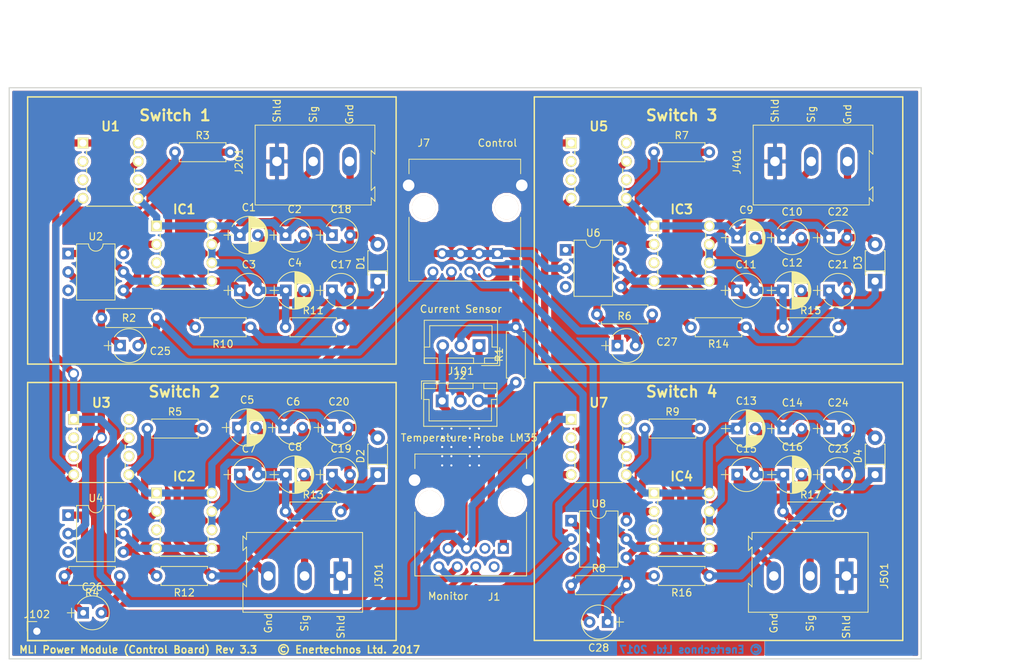
<source format=kicad_pcb>
(kicad_pcb (version 4) (host pcbnew 4.0.7)

  (general
    (links 173)
    (no_connects 10)
    (area 49.454999 34.214999 175.335001 113.105001)
    (thickness 1.6)
    (drawings 32)
    (tracks 525)
    (zones 0)
    (modules 90)
    (nets 37)
  )

  (page A4)
  (title_block
    (title "Power Module (Control Board)")
    (date 2017-12-14)
    (rev "Release 0.1")
    (company "Enertechnos Ltd.")
    (comment 1 "FOR REVIEW")
  )

  (layers
    (0 F.Cu signal)
    (31 B.Cu signal)
    (33 F.Adhes user hide)
    (35 F.Paste user hide)
    (37 F.SilkS user)
    (38 B.Mask user)
    (39 F.Mask user)
    (40 Dwgs.User user)
    (41 Cmts.User user hide)
    (42 Eco1.User user hide)
    (43 Eco2.User user hide)
    (44 Edge.Cuts user)
    (45 Margin user hide)
    (47 F.CrtYd user)
    (49 F.Fab user hide)
  )

  (setup
    (last_trace_width 1)
    (trace_clearance 0.4)
    (zone_clearance 0.35)
    (zone_45_only no)
    (trace_min 1)
    (segment_width 0.2)
    (edge_width 0.15)
    (via_size 1.5)
    (via_drill 1)
    (via_min_size 1.5)
    (via_min_drill 0.3)
    (uvia_size 1)
    (uvia_drill 0.5)
    (uvias_allowed no)
    (uvia_min_size 1)
    (uvia_min_drill 0.1)
    (pcb_text_width 0.3)
    (pcb_text_size 1.5 1.5)
    (mod_edge_width 0.15)
    (mod_text_size 1 1)
    (mod_text_width 0.15)
    (pad_size 0.6 0.6)
    (pad_drill 0.3)
    (pad_to_mask_clearance 0.2)
    (aux_axis_origin 49.53 113.03)
    (visible_elements 7FFFEF7F)
    (pcbplotparams
      (layerselection 0x010e0_80000001)
      (usegerberextensions false)
      (excludeedgelayer true)
      (linewidth 0.100000)
      (plotframeref false)
      (viasonmask false)
      (mode 1)
      (useauxorigin true)
      (hpglpennumber 1)
      (hpglpenspeed 20)
      (hpglpendiameter 15)
      (hpglpenoverlay 2)
      (psnegative false)
      (psa4output false)
      (plotreference true)
      (plotvalue true)
      (plotinvisibletext false)
      (padsonsilk false)
      (subtractmaskfromsilk false)
      (outputformat 1)
      (mirror false)
      (drillshape 0)
      (scaleselection 1)
      (outputdirectory Plot/))
  )

  (net 0 "")
  (net 1 "Net-(C1-Pad1)")
  (net 2 "Net-(C10-Pad1)")
  (net 3 "Net-(C13-Pad1)")
  (net 4 "Net-(IC1-Pad2)")
  (net 5 "Net-(IC2-Pad2)")
  (net 6 "Net-(IC3-Pad2)")
  (net 7 "Net-(IC4-Pad2)")
  (net 8 DC_IN)
  (net 9 DC_GND)
  (net 10 ARD_GND)
  (net 11 "Net-(C20-Pad1)")
  (net 12 "Net-(C17-Pad1)")
  (net 13 "Net-(C19-Pad1)")
  (net 14 "Net-(C21-Pad1)")
  (net 15 "Net-(C23-Pad1)")
  (net 16 ARD_PWM_A)
  (net 17 ARD_PWM_B)
  (net 18 ARD_PWM_C)
  (net 19 ARD_PWM_D)
  (net 20 "Net-(C25-Pad1)")
  (net 21 "Net-(C26-Pad1)")
  (net 22 "Net-(C27-Pad1)")
  (net 23 "Net-(C28-Pad1)")
  (net 24 ARD_CUR)
  (net 25 ARD_VCC)
  (net 26 ARD_TEMP)
  (net 27 "Net-(J2-Pad3)")
  (net 28 /PsuSwitchModule.Switch.1/GND_ISO)
  (net 29 /PsuSwitchModule.Switch.1/DRV_SIG)
  (net 30 /PsuSwitchModule.Switch.2/GND_ISO)
  (net 31 /PsuSwitchModule.Switch.2/DRV_SIG)
  (net 32 /PsuSwitchModule.Switch.3/GND_ISO)
  (net 33 /PsuSwitchModule.Switch.3/DRV_SIG)
  (net 34 /PsuSwitchModule.Switch.4/GND_ISO)
  (net 35 /PsuSwitchModule.Switch.4/DRV_SIG)
  (net 36 Earth)

  (net_class Default "This is the default net class."
    (clearance 0.4)
    (trace_width 1)
    (via_dia 1.5)
    (via_drill 1)
    (uvia_dia 1)
    (uvia_drill 0.5)
    (add_net /PsuSwitchModule.Switch.1/DRV_SIG)
    (add_net /PsuSwitchModule.Switch.1/GND_ISO)
    (add_net /PsuSwitchModule.Switch.2/DRV_SIG)
    (add_net /PsuSwitchModule.Switch.2/GND_ISO)
    (add_net /PsuSwitchModule.Switch.3/DRV_SIG)
    (add_net /PsuSwitchModule.Switch.3/GND_ISO)
    (add_net /PsuSwitchModule.Switch.4/DRV_SIG)
    (add_net /PsuSwitchModule.Switch.4/GND_ISO)
    (add_net ARD_CUR)
    (add_net ARD_GND)
    (add_net ARD_PWM_A)
    (add_net ARD_PWM_B)
    (add_net ARD_PWM_C)
    (add_net ARD_PWM_D)
    (add_net ARD_TEMP)
    (add_net ARD_VCC)
    (add_net DC_GND)
    (add_net DC_IN)
    (add_net Earth)
    (add_net "Net-(C1-Pad1)")
    (add_net "Net-(C10-Pad1)")
    (add_net "Net-(C13-Pad1)")
    (add_net "Net-(C17-Pad1)")
    (add_net "Net-(C19-Pad1)")
    (add_net "Net-(C20-Pad1)")
    (add_net "Net-(C21-Pad1)")
    (add_net "Net-(C23-Pad1)")
    (add_net "Net-(C25-Pad1)")
    (add_net "Net-(C26-Pad1)")
    (add_net "Net-(C27-Pad1)")
    (add_net "Net-(C28-Pad1)")
    (add_net "Net-(IC1-Pad2)")
    (add_net "Net-(IC2-Pad2)")
    (add_net "Net-(IC3-Pad2)")
    (add_net "Net-(IC4-Pad2)")
    (add_net "Net-(J2-Pad3)")
  )

  (module PartsLibraries:RJ45-shielded-Molex (layer F.Cu) (tedit 5AC4A305) (tstamp 5ABCF59E)
    (at 117.655 97.79 180)
    (tags RJ45)
    (path /59526541)
    (fp_text reference J1 (at 1.27 -6.7 180) (layer F.SilkS)
      (effects (font (size 1 1) (thickness 0.15)))
    )
    (fp_text value Monitor (at 7.62 -6.6 180) (layer F.SilkS)
      (effects (font (size 1 1) (thickness 0.15)))
    )
    (fp_line (start -3.2 13) (end 12.2 13) (layer F.SilkS) (width 0.12))
    (fp_line (start 12.2 -3.8) (end 12.2 5) (layer F.SilkS) (width 0.12))
    (fp_line (start 12.2 -3.8) (end -3.2 -3.8) (layer F.SilkS) (width 0.12))
    (fp_line (start -3.2 -3.8) (end -3.2 5) (layer F.SilkS) (width 0.12))
    (fp_line (start 12.2 11) (end 12.2 13) (layer F.SilkS) (width 0.12))
    (fp_line (start -3.2 11) (end -3.2 13) (layer F.SilkS) (width 0.12))
    (fp_line (start -3.6 -4.1) (end 12.5 -4.1) (layer F.CrtYd) (width 0.05))
    (fp_line (start -3.6 -4.1) (end -3.6 13.3) (layer F.CrtYd) (width 0.05))
    (fp_line (start 12.5 13.3) (end 12.5 -4.1) (layer F.CrtYd) (width 0.05))
    (fp_line (start 12.5 13.3) (end -3.6 13.3) (layer F.CrtYd) (width 0.05))
    (pad "" np_thru_hole circle (at 10.16 6.35 180) (size 3.25 3.25) (drill 3.25) (layers *.Cu *.SilkS *.Mask))
    (pad "" np_thru_hole circle (at -1.27 6.35 180) (size 3.25 3.25) (drill 3.25) (layers *.Cu *.SilkS *.Mask))
    (pad 1 thru_hole rect (at 0 0 180) (size 1.5 1.5) (drill 0.9) (layers *.Cu *.Mask)
      (net 24 ARD_CUR))
    (pad 2 thru_hole circle (at 1.27 -2.54 180) (size 1.5 1.5) (drill 0.9) (layers *.Cu *.Mask))
    (pad 3 thru_hole circle (at 2.54 0 180) (size 1.5 1.5) (drill 0.9) (layers *.Cu *.Mask))
    (pad 4 thru_hole circle (at 3.81 -2.54 180) (size 1.5 1.5) (drill 0.9) (layers *.Cu *.Mask)
      (net 8 DC_IN))
    (pad 5 thru_hole circle (at 5.08 0 180) (size 1.5 1.5) (drill 0.9) (layers *.Cu *.Mask)
      (net 9 DC_GND))
    (pad 6 thru_hole circle (at 6.35 -2.54 180) (size 1.5 1.5) (drill 0.9) (layers *.Cu *.Mask)
      (net 26 ARD_TEMP))
    (pad 7 thru_hole circle (at 7.62 0 180) (size 1.5 1.5) (drill 0.9) (layers *.Cu *.Mask)
      (net 25 ARD_VCC))
    (pad 8 thru_hole circle (at 8.89 -2.54 180) (size 1.5 1.5) (drill 0.9) (layers *.Cu *.Mask)
      (net 10 ARD_GND))
    (pad 9 thru_hole circle (at -3.355 9.4 180) (size 2.2 2.2) (drill 1.6) (layers *.Cu *.Mask)
      (net 36 Earth) (zone_connect 2))
    (pad 9 thru_hole circle (at 12.245 9.4 180) (size 2.2 2.2) (drill 1.6) (layers *.Cu *.Mask)
      (net 36 Earth) (zone_connect 2))
    (model "C:/Development/mlihardware/3D/RJ45 Shielded Molex.wrl"
      (at (xyz 0 0 0))
      (scale (xyz 1 1 1))
      (rotate (xyz 0 0 0))
    )
  )

  (module PartsLibraries:MicroVia (layer F.Cu) (tedit 5AC49D52) (tstamp 5AC51ED7)
    (at 110.49 83.82)
    (fp_text reference REF** (at 0 -2.54) (layer F.SilkS) hide
      (effects (font (size 1 1) (thickness 0.15)))
    )
    (fp_text value MicroVia (at 0 2.54) (layer F.Fab) hide
      (effects (font (size 1 1) (thickness 0.15)))
    )
    (pad 1 thru_hole circle (at 0 0) (size 0.6 0.6) (drill 0.3) (layers *.Cu)
      (net 36 Earth) (zone_connect 2))
  )

  (module PartsLibraries:MicroVia (layer F.Cu) (tedit 5AC49D52) (tstamp 5AC51ED3)
    (at 109.22 81.28)
    (fp_text reference REF** (at 0 -2.54) (layer F.SilkS) hide
      (effects (font (size 1 1) (thickness 0.15)))
    )
    (fp_text value MicroVia (at 0 2.54) (layer F.Fab) hide
      (effects (font (size 1 1) (thickness 0.15)))
    )
    (pad 1 thru_hole circle (at 0 0) (size 0.6 0.6) (drill 0.3) (layers *.Cu)
      (net 36 Earth) (zone_connect 2))
  )

  (module PartsLibraries:MicroVia (layer F.Cu) (tedit 5AC49D52) (tstamp 5AC51ECF)
    (at 110.49 81.28)
    (fp_text reference REF** (at 0 -2.54) (layer F.SilkS) hide
      (effects (font (size 1 1) (thickness 0.15)))
    )
    (fp_text value MicroVia (at 0 2.54) (layer F.Fab) hide
      (effects (font (size 1 1) (thickness 0.15)))
    )
    (pad 1 thru_hole circle (at 0 0) (size 0.6 0.6) (drill 0.3) (layers *.Cu)
      (net 36 Earth) (zone_connect 2))
  )

  (module PartsLibraries:MicroVia (layer F.Cu) (tedit 5AC49D52) (tstamp 5AC51ECB)
    (at 109.22 82.55)
    (fp_text reference REF** (at 0 -2.54) (layer F.SilkS) hide
      (effects (font (size 1 1) (thickness 0.15)))
    )
    (fp_text value MicroVia (at 0 2.54) (layer F.Fab) hide
      (effects (font (size 1 1) (thickness 0.15)))
    )
    (pad 1 thru_hole circle (at 0 0) (size 0.6 0.6) (drill 0.3) (layers *.Cu)
      (net 36 Earth) (zone_connect 2))
  )

  (module PartsLibraries:MicroVia (layer F.Cu) (tedit 5AC49D52) (tstamp 5AC51EC7)
    (at 110.49 82.55)
    (fp_text reference REF** (at 0 -2.54) (layer F.SilkS) hide
      (effects (font (size 1 1) (thickness 0.15)))
    )
    (fp_text value MicroVia (at 0 2.54) (layer F.Fab) hide
      (effects (font (size 1 1) (thickness 0.15)))
    )
    (pad 1 thru_hole circle (at 0 0) (size 0.6 0.6) (drill 0.3) (layers *.Cu)
      (net 36 Earth) (zone_connect 2))
  )

  (module PartsLibraries:MicroVia (layer F.Cu) (tedit 5AC49D52) (tstamp 5AC51EC3)
    (at 109.22 83.82)
    (fp_text reference REF** (at 0 -2.54) (layer F.SilkS) hide
      (effects (font (size 1 1) (thickness 0.15)))
    )
    (fp_text value MicroVia (at 0 2.54) (layer F.Fab) hide
      (effects (font (size 1 1) (thickness 0.15)))
    )
    (pad 1 thru_hole circle (at 0 0) (size 0.6 0.6) (drill 0.3) (layers *.Cu)
      (net 36 Earth) (zone_connect 2))
  )

  (module PartsLibraries:MicroVia (layer F.Cu) (tedit 5AC49D52) (tstamp 5AC51EBF)
    (at 109.22 86.36)
    (fp_text reference REF** (at 0 -2.54) (layer F.SilkS) hide
      (effects (font (size 1 1) (thickness 0.15)))
    )
    (fp_text value MicroVia (at 0 2.54) (layer F.Fab) hide
      (effects (font (size 1 1) (thickness 0.15)))
    )
    (pad 1 thru_hole circle (at 0 0) (size 0.6 0.6) (drill 0.3) (layers *.Cu)
      (net 36 Earth) (zone_connect 2))
  )

  (module PartsLibraries:MicroVia (layer F.Cu) (tedit 5AC49D52) (tstamp 5AC51EBB)
    (at 110.49 85.09)
    (fp_text reference REF** (at 0 -2.54) (layer F.SilkS) hide
      (effects (font (size 1 1) (thickness 0.15)))
    )
    (fp_text value MicroVia (at 0 2.54) (layer F.Fab) hide
      (effects (font (size 1 1) (thickness 0.15)))
    )
    (pad 1 thru_hole circle (at 0 0) (size 0.6 0.6) (drill 0.3) (layers *.Cu)
      (net 36 Earth) (zone_connect 2))
  )

  (module PartsLibraries:MicroVia (layer F.Cu) (tedit 5AC49D52) (tstamp 5AC51EB7)
    (at 110.49 86.36)
    (fp_text reference REF** (at 0 -2.54) (layer F.SilkS) hide
      (effects (font (size 1 1) (thickness 0.15)))
    )
    (fp_text value MicroVia (at 0 2.54) (layer F.Fab) hide
      (effects (font (size 1 1) (thickness 0.15)))
    )
    (pad 1 thru_hole circle (at 0 0) (size 0.6 0.6) (drill 0.3) (layers *.Cu)
      (net 36 Earth) (zone_connect 2))
  )

  (module PartsLibraries:MicroVia (layer F.Cu) (tedit 5AC49D52) (tstamp 5AC51EB3)
    (at 109.22 85.09)
    (fp_text reference REF** (at 0 -2.54) (layer F.SilkS) hide
      (effects (font (size 1 1) (thickness 0.15)))
    )
    (fp_text value MicroVia (at 0 2.54) (layer F.Fab) hide
      (effects (font (size 1 1) (thickness 0.15)))
    )
    (pad 1 thru_hole circle (at 0 0) (size 0.6 0.6) (drill 0.3) (layers *.Cu)
      (net 36 Earth) (zone_connect 2))
  )

  (module PartsLibraries:MicroVia (layer F.Cu) (tedit 5AC49D52) (tstamp 5AC4A3DD)
    (at 114.3 83.82)
    (fp_text reference REF** (at 0 -2.54) (layer F.SilkS) hide
      (effects (font (size 1 1) (thickness 0.15)))
    )
    (fp_text value MicroVia (at 0 2.54) (layer F.Fab) hide
      (effects (font (size 1 1) (thickness 0.15)))
    )
    (pad 1 thru_hole circle (at 0 0) (size 0.6 0.6) (drill 0.3) (layers *.Cu)
      (net 36 Earth) (zone_connect 2))
  )

  (module PartsLibraries:MicroVia (layer F.Cu) (tedit 5AC49D52) (tstamp 5AC4A3F9)
    (at 113.03 81.28)
    (fp_text reference REF** (at 0 -2.54) (layer F.SilkS) hide
      (effects (font (size 1 1) (thickness 0.15)))
    )
    (fp_text value MicroVia (at 0 2.54) (layer F.Fab) hide
      (effects (font (size 1 1) (thickness 0.15)))
    )
    (pad 1 thru_hole circle (at 0 0) (size 0.6 0.6) (drill 0.3) (layers *.Cu)
      (net 36 Earth) (zone_connect 2))
  )

  (module PartsLibraries:MicroVia (layer F.Cu) (tedit 5AC49D52) (tstamp 5AC4A3D9)
    (at 114.3 82.55)
    (fp_text reference REF** (at 0 -2.54) (layer F.SilkS) hide
      (effects (font (size 1 1) (thickness 0.15)))
    )
    (fp_text value MicroVia (at 0 2.54) (layer F.Fab) hide
      (effects (font (size 1 1) (thickness 0.15)))
    )
    (pad 1 thru_hole circle (at 0 0) (size 0.6 0.6) (drill 0.3) (layers *.Cu)
      (net 36 Earth) (zone_connect 2))
  )

  (module PartsLibraries:MicroVia (layer F.Cu) (tedit 5AC49D52) (tstamp 5AC4A3F1)
    (at 114.3 81.28)
    (fp_text reference REF** (at 0 -2.54) (layer F.SilkS) hide
      (effects (font (size 1 1) (thickness 0.15)))
    )
    (fp_text value MicroVia (at 0 2.54) (layer F.Fab) hide
      (effects (font (size 1 1) (thickness 0.15)))
    )
    (pad 1 thru_hole circle (at 0 0) (size 0.6 0.6) (drill 0.3) (layers *.Cu)
      (net 36 Earth) (zone_connect 2))
  )

  (module PartsLibraries:MicroVia (layer F.Cu) (tedit 5AC49D52) (tstamp 5AC4A3D5)
    (at 113.03 82.55)
    (fp_text reference REF** (at 0 -2.54) (layer F.SilkS) hide
      (effects (font (size 1 1) (thickness 0.15)))
    )
    (fp_text value MicroVia (at 0 2.54) (layer F.Fab) hide
      (effects (font (size 1 1) (thickness 0.15)))
    )
    (pad 1 thru_hole circle (at 0 0) (size 0.6 0.6) (drill 0.3) (layers *.Cu)
      (net 36 Earth) (zone_connect 2))
  )

  (module PartsLibraries:MicroVia (layer F.Cu) (tedit 5AC49D52) (tstamp 5AC4A3F5)
    (at 113.03 83.82)
    (fp_text reference REF** (at 0 -2.54) (layer F.SilkS) hide
      (effects (font (size 1 1) (thickness 0.15)))
    )
    (fp_text value MicroVia (at 0 2.54) (layer F.Fab) hide
      (effects (font (size 1 1) (thickness 0.15)))
    )
    (pad 1 thru_hole circle (at 0 0) (size 0.6 0.6) (drill 0.3) (layers *.Cu)
      (net 36 Earth) (zone_connect 2))
  )

  (module PartsLibraries:MicroVia (layer F.Cu) (tedit 5AC49D52) (tstamp 5AC4A3ED)
    (at 113.03 85.09)
    (fp_text reference REF** (at 0 -2.54) (layer F.SilkS) hide
      (effects (font (size 1 1) (thickness 0.15)))
    )
    (fp_text value MicroVia (at 0 2.54) (layer F.Fab) hide
      (effects (font (size 1 1) (thickness 0.15)))
    )
    (pad 1 thru_hole circle (at 0 0) (size 0.6 0.6) (drill 0.3) (layers *.Cu)
      (net 36 Earth) (zone_connect 2))
  )

  (module PartsLibraries:MicroVia (layer F.Cu) (tedit 5AC49D52) (tstamp 5AC4A3E1)
    (at 113.03 86.36)
    (fp_text reference REF** (at 0 -2.54) (layer F.SilkS) hide
      (effects (font (size 1 1) (thickness 0.15)))
    )
    (fp_text value MicroVia (at 0 2.54) (layer F.Fab) hide
      (effects (font (size 1 1) (thickness 0.15)))
    )
    (pad 1 thru_hole circle (at 0 0) (size 0.6 0.6) (drill 0.3) (layers *.Cu)
      (net 36 Earth) (zone_connect 2))
  )

  (module PartsLibraries:MicroVia (layer F.Cu) (tedit 5AC49D52) (tstamp 5AC4A3E5)
    (at 114.3 85.09)
    (fp_text reference REF** (at 0 -2.54) (layer F.SilkS) hide
      (effects (font (size 1 1) (thickness 0.15)))
    )
    (fp_text value MicroVia (at 0 2.54) (layer F.Fab) hide
      (effects (font (size 1 1) (thickness 0.15)))
    )
    (pad 1 thru_hole circle (at 0 0) (size 0.6 0.6) (drill 0.3) (layers *.Cu)
      (net 36 Earth) (zone_connect 2))
  )

  (module PartsLibraries:MicroVia (layer F.Cu) (tedit 5AC49D52) (tstamp 5AC4A3E9)
    (at 114.3 86.36)
    (fp_text reference REF** (at 0 -2.54) (layer F.SilkS) hide
      (effects (font (size 1 1) (thickness 0.15)))
    )
    (fp_text value MicroVia (at 0 2.54) (layer F.Fab) hide
      (effects (font (size 1 1) (thickness 0.15)))
    )
    (pad 1 thru_hole circle (at 0 0) (size 0.6 0.6) (drill 0.3) (layers *.Cu)
      (net 36 Earth) (zone_connect 2))
  )

  (module Resistors_THT:R_Axial_DIN0207_L6.3mm_D2.5mm_P7.62mm_Horizontal (layer F.Cu) (tedit 5874F706) (tstamp 59EF680E)
    (at 146.05 101.6 180)
    (descr "Resistor, Axial_DIN0207 series, Axial, Horizontal, pin pitch=7.62mm, 0.25W = 1/4W, length*diameter=6.3*2.5mm^2, http://cdn-reichelt.de/documents/datenblatt/B400/1_4W%23YAG.pdf")
    (tags "Resistor Axial_DIN0207 series Axial Horizontal pin pitch 7.62mm 0.25W = 1/4W length 6.3mm diameter 2.5mm")
    (path /59A712A3/59EF0FC7)
    (fp_text reference R16 (at 3.81 -2.31 180) (layer F.SilkS)
      (effects (font (size 1 1) (thickness 0.15)))
    )
    (fp_text value R (at 3.81 2.31 180) (layer F.Fab)
      (effects (font (size 1 1) (thickness 0.15)))
    )
    (fp_line (start 0.66 -1.25) (end 0.66 1.25) (layer F.Fab) (width 0.1))
    (fp_line (start 0.66 1.25) (end 6.96 1.25) (layer F.Fab) (width 0.1))
    (fp_line (start 6.96 1.25) (end 6.96 -1.25) (layer F.Fab) (width 0.1))
    (fp_line (start 6.96 -1.25) (end 0.66 -1.25) (layer F.Fab) (width 0.1))
    (fp_line (start 0 0) (end 0.66 0) (layer F.Fab) (width 0.1))
    (fp_line (start 7.62 0) (end 6.96 0) (layer F.Fab) (width 0.1))
    (fp_line (start 0.6 -0.98) (end 0.6 -1.31) (layer F.SilkS) (width 0.12))
    (fp_line (start 0.6 -1.31) (end 7.02 -1.31) (layer F.SilkS) (width 0.12))
    (fp_line (start 7.02 -1.31) (end 7.02 -0.98) (layer F.SilkS) (width 0.12))
    (fp_line (start 0.6 0.98) (end 0.6 1.31) (layer F.SilkS) (width 0.12))
    (fp_line (start 0.6 1.31) (end 7.02 1.31) (layer F.SilkS) (width 0.12))
    (fp_line (start 7.02 1.31) (end 7.02 0.98) (layer F.SilkS) (width 0.12))
    (fp_line (start -1.05 -1.6) (end -1.05 1.6) (layer F.CrtYd) (width 0.05))
    (fp_line (start -1.05 1.6) (end 8.7 1.6) (layer F.CrtYd) (width 0.05))
    (fp_line (start 8.7 1.6) (end 8.7 -1.6) (layer F.CrtYd) (width 0.05))
    (fp_line (start 8.7 -1.6) (end -1.05 -1.6) (layer F.CrtYd) (width 0.05))
    (pad 1 thru_hole circle (at 0 0 180) (size 1.6 1.6) (drill 0.8) (layers *.Cu *.Mask)
      (net 15 "Net-(C23-Pad1)"))
    (pad 2 thru_hole oval (at 7.62 0 180) (size 1.6 1.6) (drill 0.8) (layers *.Cu *.Mask)
      (net 7 "Net-(IC4-Pad2)"))
    (model ${KISYS3DMOD}/Resistors_THT.3dshapes/R_Axial_DIN0207_L6.3mm_D2.5mm_P7.62mm_Horizontal.wrl
      (at (xyz 0 0 0))
      (scale (xyz 0.3937 0.3937 0.3937))
      (rotate (xyz 0 0 0))
    )
  )

  (module Resistors_THT:R_Axial_DIN0207_L6.3mm_D2.5mm_P7.62mm_Horizontal (layer F.Cu) (tedit 5874F706) (tstamp 59EF6824)
    (at 156.21 92.71)
    (descr "Resistor, Axial_DIN0207 series, Axial, Horizontal, pin pitch=7.62mm, 0.25W = 1/4W, length*diameter=6.3*2.5mm^2, http://cdn-reichelt.de/documents/datenblatt/B400/1_4W%23YAG.pdf")
    (tags "Resistor Axial_DIN0207 series Axial Horizontal pin pitch 7.62mm 0.25W = 1/4W length 6.3mm diameter 2.5mm")
    (path /59A712A3/59EF1A58)
    (fp_text reference R17 (at 3.81 -2.31) (layer F.SilkS)
      (effects (font (size 1 1) (thickness 0.15)))
    )
    (fp_text value R (at 3.81 2.31) (layer F.Fab)
      (effects (font (size 1 1) (thickness 0.15)))
    )
    (fp_line (start 0.66 -1.25) (end 0.66 1.25) (layer F.Fab) (width 0.1))
    (fp_line (start 0.66 1.25) (end 6.96 1.25) (layer F.Fab) (width 0.1))
    (fp_line (start 6.96 1.25) (end 6.96 -1.25) (layer F.Fab) (width 0.1))
    (fp_line (start 6.96 -1.25) (end 0.66 -1.25) (layer F.Fab) (width 0.1))
    (fp_line (start 0 0) (end 0.66 0) (layer F.Fab) (width 0.1))
    (fp_line (start 7.62 0) (end 6.96 0) (layer F.Fab) (width 0.1))
    (fp_line (start 0.6 -0.98) (end 0.6 -1.31) (layer F.SilkS) (width 0.12))
    (fp_line (start 0.6 -1.31) (end 7.02 -1.31) (layer F.SilkS) (width 0.12))
    (fp_line (start 7.02 -1.31) (end 7.02 -0.98) (layer F.SilkS) (width 0.12))
    (fp_line (start 0.6 0.98) (end 0.6 1.31) (layer F.SilkS) (width 0.12))
    (fp_line (start 0.6 1.31) (end 7.02 1.31) (layer F.SilkS) (width 0.12))
    (fp_line (start 7.02 1.31) (end 7.02 0.98) (layer F.SilkS) (width 0.12))
    (fp_line (start -1.05 -1.6) (end -1.05 1.6) (layer F.CrtYd) (width 0.05))
    (fp_line (start -1.05 1.6) (end 8.7 1.6) (layer F.CrtYd) (width 0.05))
    (fp_line (start 8.7 1.6) (end 8.7 -1.6) (layer F.CrtYd) (width 0.05))
    (fp_line (start 8.7 -1.6) (end -1.05 -1.6) (layer F.CrtYd) (width 0.05))
    (pad 1 thru_hole circle (at 0 0) (size 1.6 1.6) (drill 0.8) (layers *.Cu *.Mask)
      (net 35 /PsuSwitchModule.Switch.4/DRV_SIG))
    (pad 2 thru_hole oval (at 7.62 0) (size 1.6 1.6) (drill 0.8) (layers *.Cu *.Mask)
      (net 34 /PsuSwitchModule.Switch.4/GND_ISO))
    (model ${KISYS3DMOD}/Resistors_THT.3dshapes/R_Axial_DIN0207_L6.3mm_D2.5mm_P7.62mm_Horizontal.wrl
      (at (xyz 0 0 0))
      (scale (xyz 0.3937 0.3937 0.3937))
      (rotate (xyz 0 0 0))
    )
  )

  (module PartsLibraries:TC4422AVPA (layer F.Cu) (tedit 592E9A52) (tstamp 59A6EC7B)
    (at 138.43 90.17)
    (descr DIP254P762X432-8)
    (tags "Integrated Circuit")
    (path /59A712A3/59498139)
    (fp_text reference IC4 (at 3.81 -2.286) (layer F.SilkS)
      (effects (font (size 1.27 1.27) (thickness 0.254)))
    )
    (fp_text value TC4421CPA (at 3.556 9.906) (layer F.SilkS) hide
      (effects (font (size 1.27 1.27) (thickness 0.254)))
    )
    (fp_line (start 0.508 8.7122) (end 0.508 -1.0922) (layer Dwgs.User) (width 0.1524))
    (fp_line (start 0.508 -1.1938) (end 7.112 -1.1938) (layer Dwgs.User) (width 0.1524))
    (fp_line (start -0.4826 3.048) (end 0.508 3.048) (layer Dwgs.User) (width 0.1524))
    (fp_line (start -0.4826 2.032) (end -0.4826 3.048) (layer Dwgs.User) (width 0.1524))
    (fp_line (start 0.508 2.032) (end -0.4826 2.032) (layer Dwgs.User) (width 0.1524))
    (fp_line (start 0.508 3.048) (end 0.508 2.032) (layer Dwgs.User) (width 0.1524))
    (fp_line (start 7.112 1.5748) (end 7.112 0.9652) (layer F.SilkS) (width 0.1524))
    (fp_line (start 7.112 4.1148) (end 7.112 3.5052) (layer F.SilkS) (width 0.1524))
    (fp_line (start 0.508 6.0452) (end 0.508 6.6548) (layer F.SilkS) (width 0.1524))
    (fp_line (start 0.508 3.5052) (end 0.508 4.1148) (layer F.SilkS) (width 0.1524))
    (fp_line (start 0.508 8.7122) (end 7.112 8.7122) (layer F.SilkS) (width 0.1524))
    (fp_line (start 7.112 6.6548) (end 7.112 6.0452) (layer F.SilkS) (width 0.1524))
    (fp_line (start 0.508 1.0922) (end 0.508 1.5748) (layer F.SilkS) (width 0.1524))
    (fp_line (start 0.508 0.508) (end 0.508 -0.508) (layer Dwgs.User) (width 0.1524))
    (fp_line (start 0.508 -0.508) (end -0.4826 -0.508) (layer Dwgs.User) (width 0.1524))
    (fp_line (start -0.4826 -0.508) (end -0.4826 0.508) (layer Dwgs.User) (width 0.1524))
    (fp_line (start -0.4826 0.508) (end 0.508 0.508) (layer Dwgs.User) (width 0.1524))
    (fp_line (start 0.508 5.588) (end 0.508 4.572) (layer Dwgs.User) (width 0.1524))
    (fp_line (start 0.508 4.572) (end -0.4826 4.572) (layer Dwgs.User) (width 0.1524))
    (fp_line (start -0.4826 4.572) (end -0.4826 5.588) (layer Dwgs.User) (width 0.1524))
    (fp_line (start -0.4826 5.588) (end 0.508 5.588) (layer Dwgs.User) (width 0.1524))
    (fp_line (start 0.508 8.128) (end 0.508 7.112) (layer Dwgs.User) (width 0.1524))
    (fp_line (start 0.508 7.112) (end -0.4826 7.1374) (layer Dwgs.User) (width 0.1524))
    (fp_line (start -0.4826 7.1374) (end -0.4826 8.128) (layer Dwgs.User) (width 0.1524))
    (fp_line (start -0.4826 8.128) (end 0.508 8.128) (layer Dwgs.User) (width 0.1524))
    (fp_line (start 7.112 7.112) (end 7.112 8.128) (layer Dwgs.User) (width 0.1524))
    (fp_line (start 7.112 8.128) (end 8.1026 8.1026) (layer Dwgs.User) (width 0.1524))
    (fp_line (start 8.1026 8.1026) (end 8.1026 7.112) (layer Dwgs.User) (width 0.1524))
    (fp_line (start 8.1026 7.112) (end 7.112 7.112) (layer Dwgs.User) (width 0.1524))
    (fp_line (start 7.112 4.572) (end 7.112 5.588) (layer Dwgs.User) (width 0.1524))
    (fp_line (start 7.112 5.588) (end 8.1026 5.5626) (layer Dwgs.User) (width 0.1524))
    (fp_line (start 8.1026 5.5626) (end 8.1026 4.572) (layer Dwgs.User) (width 0.1524))
    (fp_line (start 8.1026 4.572) (end 7.112 4.572) (layer Dwgs.User) (width 0.1524))
    (fp_line (start 7.112 2.032) (end 7.112 3.048) (layer Dwgs.User) (width 0.1524))
    (fp_line (start 7.112 3.048) (end 8.1026 3.048) (layer Dwgs.User) (width 0.1524))
    (fp_line (start 8.1026 3.048) (end 8.1026 2.032) (layer Dwgs.User) (width 0.1524))
    (fp_line (start 8.1026 2.032) (end 7.112 2.032) (layer Dwgs.User) (width 0.1524))
    (fp_line (start 7.112 -0.508) (end 7.112 0.508) (layer Dwgs.User) (width 0.1524))
    (fp_line (start 7.112 0.508) (end 8.1026 0.508) (layer Dwgs.User) (width 0.1524))
    (fp_line (start 8.1026 0.508) (end 8.1026 -0.508) (layer Dwgs.User) (width 0.1524))
    (fp_line (start 8.1026 -0.508) (end 7.112 -0.508) (layer Dwgs.User) (width 0.1524))
    (fp_line (start 0.508 8.7122) (end 7.112 8.7122) (layer Dwgs.User) (width 0.1524))
    (fp_line (start 7.112 8.7122) (end 7.112 -1.0922) (layer Dwgs.User) (width 0.1524))
    (pad 1 thru_hole rect (at 0 0 90) (size 1.4859 1.4859) (drill 0.9906) (layers *.Cu *.Mask F.SilkS)
      (net 3 "Net-(C13-Pad1)"))
    (pad 2 thru_hole circle (at 0 2.54 90) (size 1.4859 1.4859) (drill 0.9906) (layers *.Cu *.Mask F.SilkS)
      (net 7 "Net-(IC4-Pad2)"))
    (pad 3 thru_hole circle (at 0 5.08 90) (size 1.4859 1.4859) (drill 0.9906) (layers *.Cu *.Mask F.SilkS))
    (pad 4 thru_hole circle (at 0 7.62 90) (size 1.4859 1.4859) (drill 0.9906) (layers *.Cu *.Mask F.SilkS)
      (net 34 /PsuSwitchModule.Switch.4/GND_ISO))
    (pad 5 thru_hole circle (at 7.62 7.62 90) (size 1.4859 1.4859) (drill 0.9906) (layers *.Cu *.Mask F.SilkS)
      (net 34 /PsuSwitchModule.Switch.4/GND_ISO))
    (pad 6 thru_hole circle (at 7.62 5.08 90) (size 1.4859 1.4859) (drill 0.9906) (layers *.Cu *.Mask F.SilkS)
      (net 35 /PsuSwitchModule.Switch.4/DRV_SIG))
    (pad 7 thru_hole circle (at 7.62 2.54 90) (size 1.4859 1.4859) (drill 0.9906) (layers *.Cu *.Mask F.SilkS)
      (net 35 /PsuSwitchModule.Switch.4/DRV_SIG))
    (pad 8 thru_hole circle (at 7.62 0 90) (size 1.4859 1.4859) (drill 0.9906) (layers *.Cu *.Mask F.SilkS)
      (net 3 "Net-(C13-Pad1)"))
    (model Housings_DIP.3dshapes/DIP-8_W7.62mm.wrl
      (at (xyz 0 0 0))
      (scale (xyz 1 1 1))
      (rotate (xyz 0 0 0))
    )
  )

  (module PartsLibraries:TerminalBlock_Altech_AK300-3_P5.00mm (layer F.Cu) (tedit 5AC4BBAD) (tstamp 5AC4EC94)
    (at 164.94 101.6 180)
    (descr "Altech AK300 terminal block, pitch 5.0mm, 45 degree angled, see http://www.mouser.com/ds/2/16/PCBMETRC-24178.pdf")
    (tags "Altech AK300 terminal block pitch 5.0mm")
    (path /59A712A3/5AA809BD)
    (fp_text reference J501 (at -5.24 0 270) (layer F.SilkS)
      (effects (font (size 1 1) (thickness 0.15)))
    )
    (fp_text value Conn_01x03_Male (at 4.95 10 180) (layer F.Fab)
      (effects (font (size 1 1) (thickness 0.15)))
    )
    (fp_text user Shld (at 0 -7 270) (layer F.SilkS)
      (effects (font (size 1 1) (thickness 0.15)))
    )
    (fp_text user Gnd (at 10 -6.5 450) (layer F.SilkS)
      (effects (font (size 1 1) (thickness 0.15)))
    )
    (fp_text user Sig (at 5 -6.5 270) (layer F.SilkS)
      (effects (font (size 1 1) (thickness 0.15)))
    )
    (fp_line (start -3 -5) (end -3 6) (layer F.SilkS) (width 0.12))
    (fp_line (start -3 6) (end 13 6) (layer F.SilkS) (width 0.12))
    (fp_line (start 13 6) (end 13 5) (layer F.SilkS) (width 0.12))
    (fp_line (start 13 5) (end 13.5 5.5) (layer F.SilkS) (width 0.12))
    (fp_line (start 13.5 5.5) (end 13.5 3.5) (layer F.SilkS) (width 0.12))
    (fp_line (start 13.5 3.5) (end 13 4) (layer F.SilkS) (width 0.12))
    (fp_line (start 13 4) (end 13 -1.5) (layer F.SilkS) (width 0.12))
    (fp_line (start 13 -1.5) (end 13.5 -1) (layer F.SilkS) (width 0.12))
    (fp_line (start 13.5 -1) (end 13.5 -5) (layer F.SilkS) (width 0.12))
    (fp_line (start 13.5 -5) (end -3 -5) (layer F.SilkS) (width 0.12))
    (fp_line (start -3.5 -5.5) (end 14 -5.5) (layer F.CrtYd) (width 0.05))
    (fp_line (start -3.5 -5.5) (end -3.5 6.5) (layer F.CrtYd) (width 0.05))
    (fp_line (start 14 6.5) (end 14 -5.5) (layer F.CrtYd) (width 0.05))
    (fp_line (start 14 6.5) (end -3.5 6.5) (layer F.CrtYd) (width 0.05))
    (pad 1 thru_hole rect (at 0 0 180) (size 1.98 3.96) (drill 1.32) (layers *.Cu *.Mask)
      (net 36 Earth))
    (pad 2 thru_hole oval (at 5 0 180) (size 1.98 3.96) (drill 1.32) (layers *.Cu *.Mask)
      (net 35 /PsuSwitchModule.Switch.4/DRV_SIG))
    (pad 3 thru_hole oval (at 10 0 180) (size 1.98 3.96) (drill 1.32) (layers *.Cu *.Mask)
      (net 34 /PsuSwitchModule.Switch.4/GND_ISO))
    (model C:/Development/mlihardware/3D/17574.wrl
      (at (xyz 0 0 0))
      (scale (xyz 1 1 1))
      (rotate (xyz 0 0 0))
    )
  )

  (module Resistors_THT:R_Axial_DIN0207_L6.3mm_D2.5mm_P7.62mm_Horizontal (layer F.Cu) (tedit 5874F706) (tstamp 59EF67B6)
    (at 77.47 101.6 180)
    (descr "Resistor, Axial_DIN0207 series, Axial, Horizontal, pin pitch=7.62mm, 0.25W = 1/4W, length*diameter=6.3*2.5mm^2, http://cdn-reichelt.de/documents/datenblatt/B400/1_4W%23YAG.pdf")
    (tags "Resistor Axial_DIN0207 series Axial Horizontal pin pitch 7.62mm 0.25W = 1/4W length 6.3mm diameter 2.5mm")
    (path /59A7109E/59EF0FC7)
    (fp_text reference R12 (at 3.81 -2.31 180) (layer F.SilkS)
      (effects (font (size 1 1) (thickness 0.15)))
    )
    (fp_text value R (at 3.81 2.31 180) (layer F.Fab)
      (effects (font (size 1 1) (thickness 0.15)))
    )
    (fp_line (start 0.66 -1.25) (end 0.66 1.25) (layer F.Fab) (width 0.1))
    (fp_line (start 0.66 1.25) (end 6.96 1.25) (layer F.Fab) (width 0.1))
    (fp_line (start 6.96 1.25) (end 6.96 -1.25) (layer F.Fab) (width 0.1))
    (fp_line (start 6.96 -1.25) (end 0.66 -1.25) (layer F.Fab) (width 0.1))
    (fp_line (start 0 0) (end 0.66 0) (layer F.Fab) (width 0.1))
    (fp_line (start 7.62 0) (end 6.96 0) (layer F.Fab) (width 0.1))
    (fp_line (start 0.6 -0.98) (end 0.6 -1.31) (layer F.SilkS) (width 0.12))
    (fp_line (start 0.6 -1.31) (end 7.02 -1.31) (layer F.SilkS) (width 0.12))
    (fp_line (start 7.02 -1.31) (end 7.02 -0.98) (layer F.SilkS) (width 0.12))
    (fp_line (start 0.6 0.98) (end 0.6 1.31) (layer F.SilkS) (width 0.12))
    (fp_line (start 0.6 1.31) (end 7.02 1.31) (layer F.SilkS) (width 0.12))
    (fp_line (start 7.02 1.31) (end 7.02 0.98) (layer F.SilkS) (width 0.12))
    (fp_line (start -1.05 -1.6) (end -1.05 1.6) (layer F.CrtYd) (width 0.05))
    (fp_line (start -1.05 1.6) (end 8.7 1.6) (layer F.CrtYd) (width 0.05))
    (fp_line (start 8.7 1.6) (end 8.7 -1.6) (layer F.CrtYd) (width 0.05))
    (fp_line (start 8.7 -1.6) (end -1.05 -1.6) (layer F.CrtYd) (width 0.05))
    (pad 1 thru_hole circle (at 0 0 180) (size 1.6 1.6) (drill 0.8) (layers *.Cu *.Mask)
      (net 13 "Net-(C19-Pad1)"))
    (pad 2 thru_hole oval (at 7.62 0 180) (size 1.6 1.6) (drill 0.8) (layers *.Cu *.Mask)
      (net 5 "Net-(IC2-Pad2)"))
    (model ${KISYS3DMOD}/Resistors_THT.3dshapes/R_Axial_DIN0207_L6.3mm_D2.5mm_P7.62mm_Horizontal.wrl
      (at (xyz 0 0 0))
      (scale (xyz 0.3937 0.3937 0.3937))
      (rotate (xyz 0 0 0))
    )
  )

  (module PartsLibraries:TC4422AVPA (layer F.Cu) (tedit 592E9A52) (tstamp 59A6EBD6)
    (at 69.85 53.34)
    (descr DIP254P762X432-8)
    (tags "Integrated Circuit")
    (path /59498AA5/59498139)
    (fp_text reference IC1 (at 3.81 -2.286) (layer F.SilkS)
      (effects (font (size 1.27 1.27) (thickness 0.254)))
    )
    (fp_text value TC4421CPA (at 3.556 9.906) (layer F.SilkS) hide
      (effects (font (size 1.27 1.27) (thickness 0.254)))
    )
    (fp_line (start 0.508 8.7122) (end 0.508 -1.0922) (layer Dwgs.User) (width 0.1524))
    (fp_line (start 0.508 -1.1938) (end 7.112 -1.1938) (layer Dwgs.User) (width 0.1524))
    (fp_line (start -0.4826 3.048) (end 0.508 3.048) (layer Dwgs.User) (width 0.1524))
    (fp_line (start -0.4826 2.032) (end -0.4826 3.048) (layer Dwgs.User) (width 0.1524))
    (fp_line (start 0.508 2.032) (end -0.4826 2.032) (layer Dwgs.User) (width 0.1524))
    (fp_line (start 0.508 3.048) (end 0.508 2.032) (layer Dwgs.User) (width 0.1524))
    (fp_line (start 7.112 1.5748) (end 7.112 0.9652) (layer F.SilkS) (width 0.1524))
    (fp_line (start 7.112 4.1148) (end 7.112 3.5052) (layer F.SilkS) (width 0.1524))
    (fp_line (start 0.508 6.0452) (end 0.508 6.6548) (layer F.SilkS) (width 0.1524))
    (fp_line (start 0.508 3.5052) (end 0.508 4.1148) (layer F.SilkS) (width 0.1524))
    (fp_line (start 0.508 8.7122) (end 7.112 8.7122) (layer F.SilkS) (width 0.1524))
    (fp_line (start 7.112 6.6548) (end 7.112 6.0452) (layer F.SilkS) (width 0.1524))
    (fp_line (start 0.508 1.0922) (end 0.508 1.5748) (layer F.SilkS) (width 0.1524))
    (fp_line (start 0.508 0.508) (end 0.508 -0.508) (layer Dwgs.User) (width 0.1524))
    (fp_line (start 0.508 -0.508) (end -0.4826 -0.508) (layer Dwgs.User) (width 0.1524))
    (fp_line (start -0.4826 -0.508) (end -0.4826 0.508) (layer Dwgs.User) (width 0.1524))
    (fp_line (start -0.4826 0.508) (end 0.508 0.508) (layer Dwgs.User) (width 0.1524))
    (fp_line (start 0.508 5.588) (end 0.508 4.572) (layer Dwgs.User) (width 0.1524))
    (fp_line (start 0.508 4.572) (end -0.4826 4.572) (layer Dwgs.User) (width 0.1524))
    (fp_line (start -0.4826 4.572) (end -0.4826 5.588) (layer Dwgs.User) (width 0.1524))
    (fp_line (start -0.4826 5.588) (end 0.508 5.588) (layer Dwgs.User) (width 0.1524))
    (fp_line (start 0.508 8.128) (end 0.508 7.112) (layer Dwgs.User) (width 0.1524))
    (fp_line (start 0.508 7.112) (end -0.4826 7.1374) (layer Dwgs.User) (width 0.1524))
    (fp_line (start -0.4826 7.1374) (end -0.4826 8.128) (layer Dwgs.User) (width 0.1524))
    (fp_line (start -0.4826 8.128) (end 0.508 8.128) (layer Dwgs.User) (width 0.1524))
    (fp_line (start 7.112 7.112) (end 7.112 8.128) (layer Dwgs.User) (width 0.1524))
    (fp_line (start 7.112 8.128) (end 8.1026 8.1026) (layer Dwgs.User) (width 0.1524))
    (fp_line (start 8.1026 8.1026) (end 8.1026 7.112) (layer Dwgs.User) (width 0.1524))
    (fp_line (start 8.1026 7.112) (end 7.112 7.112) (layer Dwgs.User) (width 0.1524))
    (fp_line (start 7.112 4.572) (end 7.112 5.588) (layer Dwgs.User) (width 0.1524))
    (fp_line (start 7.112 5.588) (end 8.1026 5.5626) (layer Dwgs.User) (width 0.1524))
    (fp_line (start 8.1026 5.5626) (end 8.1026 4.572) (layer Dwgs.User) (width 0.1524))
    (fp_line (start 8.1026 4.572) (end 7.112 4.572) (layer Dwgs.User) (width 0.1524))
    (fp_line (start 7.112 2.032) (end 7.112 3.048) (layer Dwgs.User) (width 0.1524))
    (fp_line (start 7.112 3.048) (end 8.1026 3.048) (layer Dwgs.User) (width 0.1524))
    (fp_line (start 8.1026 3.048) (end 8.1026 2.032) (layer Dwgs.User) (width 0.1524))
    (fp_line (start 8.1026 2.032) (end 7.112 2.032) (layer Dwgs.User) (width 0.1524))
    (fp_line (start 7.112 -0.508) (end 7.112 0.508) (layer Dwgs.User) (width 0.1524))
    (fp_line (start 7.112 0.508) (end 8.1026 0.508) (layer Dwgs.User) (width 0.1524))
    (fp_line (start 8.1026 0.508) (end 8.1026 -0.508) (layer Dwgs.User) (width 0.1524))
    (fp_line (start 8.1026 -0.508) (end 7.112 -0.508) (layer Dwgs.User) (width 0.1524))
    (fp_line (start 0.508 8.7122) (end 7.112 8.7122) (layer Dwgs.User) (width 0.1524))
    (fp_line (start 7.112 8.7122) (end 7.112 -1.0922) (layer Dwgs.User) (width 0.1524))
    (pad 1 thru_hole rect (at 0 0 90) (size 1.4859 1.4859) (drill 0.9906) (layers *.Cu *.Mask F.SilkS)
      (net 1 "Net-(C1-Pad1)"))
    (pad 2 thru_hole circle (at 0 2.54 90) (size 1.4859 1.4859) (drill 0.9906) (layers *.Cu *.Mask F.SilkS)
      (net 4 "Net-(IC1-Pad2)"))
    (pad 3 thru_hole circle (at 0 5.08 90) (size 1.4859 1.4859) (drill 0.9906) (layers *.Cu *.Mask F.SilkS))
    (pad 4 thru_hole circle (at 0 7.62 90) (size 1.4859 1.4859) (drill 0.9906) (layers *.Cu *.Mask F.SilkS)
      (net 28 /PsuSwitchModule.Switch.1/GND_ISO))
    (pad 5 thru_hole circle (at 7.62 7.62 90) (size 1.4859 1.4859) (drill 0.9906) (layers *.Cu *.Mask F.SilkS)
      (net 28 /PsuSwitchModule.Switch.1/GND_ISO))
    (pad 6 thru_hole circle (at 7.62 5.08 90) (size 1.4859 1.4859) (drill 0.9906) (layers *.Cu *.Mask F.SilkS)
      (net 29 /PsuSwitchModule.Switch.1/DRV_SIG))
    (pad 7 thru_hole circle (at 7.62 2.54 90) (size 1.4859 1.4859) (drill 0.9906) (layers *.Cu *.Mask F.SilkS)
      (net 29 /PsuSwitchModule.Switch.1/DRV_SIG))
    (pad 8 thru_hole circle (at 7.62 0 90) (size 1.4859 1.4859) (drill 0.9906) (layers *.Cu *.Mask F.SilkS)
      (net 1 "Net-(C1-Pad1)"))
    (model Housings_DIP.3dshapes/DIP-8_W7.62mm.wrl
      (at (xyz 0 0 0))
      (scale (xyz 1 1 1))
      (rotate (xyz 0 0 0))
    )
  )

  (module Capacitors_THT:CP_Radial_Tantal_D4.5mm_P2.50mm (layer F.Cu) (tedit 597C781B) (tstamp 5A16CB73)
    (at 133.39 69.85)
    (descr "CP, Radial_Tantal series, Radial, pin pitch=2.50mm, , diameter=4.5mm, Tantal Electrolytic Capacitor, http://cdn-reichelt.de/documents/datenblatt/B300/TANTAL-TB-Serie%23.pdf")
    (tags "CP Radial_Tantal series Radial pin pitch 2.50mm  diameter 4.5mm Tantal Electrolytic Capacitor")
    (path /59A71299/5A16CD08)
    (fp_text reference C27 (at 6.818 -0.508) (layer F.SilkS)
      (effects (font (size 1 1) (thickness 0.15)))
    )
    (fp_text value 100nF (at 1.25 3.56) (layer F.Fab)
      (effects (font (size 1 1) (thickness 0.15)))
    )
    (fp_arc (start 1.25 0) (end -0.770693 -1.18) (angle 119.4) (layer F.SilkS) (width 0.12))
    (fp_arc (start 1.25 0) (end -0.770693 1.18) (angle -119.4) (layer F.SilkS) (width 0.12))
    (fp_arc (start 1.25 0) (end 3.270693 -1.18) (angle 60.6) (layer F.SilkS) (width 0.12))
    (fp_circle (center 1.25 0) (end 3.5 0) (layer F.Fab) (width 0.1))
    (fp_line (start -2.2 0) (end -1 0) (layer F.Fab) (width 0.1))
    (fp_line (start -1.6 -0.65) (end -1.6 0.65) (layer F.Fab) (width 0.1))
    (fp_line (start -2.2 0) (end -1 0) (layer F.SilkS) (width 0.12))
    (fp_line (start -1.6 -0.65) (end -1.6 0.65) (layer F.SilkS) (width 0.12))
    (fp_line (start -1.35 -2.6) (end -1.35 2.6) (layer F.CrtYd) (width 0.05))
    (fp_line (start -1.35 2.6) (end 3.85 2.6) (layer F.CrtYd) (width 0.05))
    (fp_line (start 3.85 2.6) (end 3.85 -2.6) (layer F.CrtYd) (width 0.05))
    (fp_line (start 3.85 -2.6) (end -1.35 -2.6) (layer F.CrtYd) (width 0.05))
    (fp_text user %R (at 1.25 0) (layer F.Fab)
      (effects (font (size 1 1) (thickness 0.15)))
    )
    (pad 1 thru_hole rect (at 0 0) (size 1.6 1.6) (drill 0.8) (layers *.Cu *.Mask)
      (net 22 "Net-(C27-Pad1)"))
    (pad 2 thru_hole circle (at 2.5 0) (size 1.6 1.6) (drill 0.8) (layers *.Cu *.Mask)
      (net 18 ARD_PWM_C))
    (model ${KISYS3DMOD}/Capacitors_THT.3dshapes/CP_Radial_Tantal_D4.5mm_P2.50mm.wrl
      (at (xyz 0 0 0))
      (scale (xyz 1 1 1))
      (rotate (xyz 0 0 0))
    )
  )

  (module Diodes_THT:D_T-1_P5.08mm_Horizontal (layer F.Cu) (tedit 5921392F) (tstamp 59F0CB1D)
    (at 100.33 60.96 90)
    (descr "D, T-1 series, Axial, Horizontal, pin pitch=5.08mm, , length*diameter=3.2*2.6mm^2, , http://www.diodes.com/_files/packages/T-1.pdf")
    (tags "D T-1 series Axial Horizontal pin pitch 5.08mm  length 3.2mm diameter 2.6mm")
    (path /59498AA5/59EF0E59)
    (fp_text reference D1 (at 2.54 -2.36 90) (layer F.SilkS)
      (effects (font (size 1 1) (thickness 0.15)))
    )
    (fp_text value D_Zener (at 2.54 2.36 90) (layer F.Fab)
      (effects (font (size 1 1) (thickness 0.15)))
    )
    (fp_text user %R (at 2.54 0 90) (layer F.Fab)
      (effects (font (size 1 1) (thickness 0.15)))
    )
    (fp_line (start 0.94 -1.3) (end 0.94 1.3) (layer F.Fab) (width 0.1))
    (fp_line (start 0.94 1.3) (end 4.14 1.3) (layer F.Fab) (width 0.1))
    (fp_line (start 4.14 1.3) (end 4.14 -1.3) (layer F.Fab) (width 0.1))
    (fp_line (start 4.14 -1.3) (end 0.94 -1.3) (layer F.Fab) (width 0.1))
    (fp_line (start 0 0) (end 0.94 0) (layer F.Fab) (width 0.1))
    (fp_line (start 5.08 0) (end 4.14 0) (layer F.Fab) (width 0.1))
    (fp_line (start 1.42 -1.3) (end 1.42 1.3) (layer F.Fab) (width 0.1))
    (fp_line (start 0.88 -1.18) (end 0.88 -1.36) (layer F.SilkS) (width 0.12))
    (fp_line (start 0.88 -1.36) (end 4.2 -1.36) (layer F.SilkS) (width 0.12))
    (fp_line (start 4.2 -1.36) (end 4.2 -1.18) (layer F.SilkS) (width 0.12))
    (fp_line (start 0.88 1.18) (end 0.88 1.36) (layer F.SilkS) (width 0.12))
    (fp_line (start 0.88 1.36) (end 4.2 1.36) (layer F.SilkS) (width 0.12))
    (fp_line (start 4.2 1.36) (end 4.2 1.18) (layer F.SilkS) (width 0.12))
    (fp_line (start 1.42 -1.36) (end 1.42 1.36) (layer F.SilkS) (width 0.12))
    (fp_line (start -1.25 -1.65) (end -1.25 1.65) (layer F.CrtYd) (width 0.05))
    (fp_line (start -1.25 1.65) (end 6.35 1.65) (layer F.CrtYd) (width 0.05))
    (fp_line (start 6.35 1.65) (end 6.35 -1.65) (layer F.CrtYd) (width 0.05))
    (fp_line (start 6.35 -1.65) (end -1.25 -1.65) (layer F.CrtYd) (width 0.05))
    (pad 1 thru_hole rect (at 0 0 90) (size 2 2) (drill 1) (layers *.Cu *.Mask)
      (net 12 "Net-(C17-Pad1)"))
    (pad 2 thru_hole oval (at 5.08 0 90) (size 2 2) (drill 1) (layers *.Cu *.Mask)
      (net 28 /PsuSwitchModule.Switch.1/GND_ISO))
    (model ${KISYS3DMOD}/Diodes_THT.3dshapes/D_T-1_P5.08mm_Horizontal.wrl
      (at (xyz 0 0 0))
      (scale (xyz 0.393701 0.393701 0.393701))
      (rotate (xyz 0 0 0))
    )
  )

  (module Capacitors_THT:CP_Radial_Tantal_D4.5mm_P2.50mm (layer F.Cu) (tedit 597C781B) (tstamp 59A6E78A)
    (at 81.32 62.23)
    (descr "CP, Radial_Tantal series, Radial, pin pitch=2.50mm, , diameter=4.5mm, Tantal Electrolytic Capacitor, http://cdn-reichelt.de/documents/datenblatt/B300/TANTAL-TB-Serie%23.pdf")
    (tags "CP Radial_Tantal series Radial pin pitch 2.50mm  diameter 4.5mm Tantal Electrolytic Capacitor")
    (path /59498AA5/5949814D)
    (fp_text reference C3 (at 1.25 -3.56) (layer F.SilkS)
      (effects (font (size 1 1) (thickness 0.15)))
    )
    (fp_text value C (at 1.25 3.56) (layer F.Fab)
      (effects (font (size 1 1) (thickness 0.15)))
    )
    (fp_arc (start 1.25 0) (end -0.770693 -1.18) (angle 119.4) (layer F.SilkS) (width 0.12))
    (fp_arc (start 1.25 0) (end -0.770693 1.18) (angle -119.4) (layer F.SilkS) (width 0.12))
    (fp_arc (start 1.25 0) (end 3.270693 -1.18) (angle 60.6) (layer F.SilkS) (width 0.12))
    (fp_circle (center 1.25 0) (end 3.5 0) (layer F.Fab) (width 0.1))
    (fp_line (start -2.2 0) (end -1 0) (layer F.Fab) (width 0.1))
    (fp_line (start -1.6 -0.65) (end -1.6 0.65) (layer F.Fab) (width 0.1))
    (fp_line (start -2.2 0) (end -1 0) (layer F.SilkS) (width 0.12))
    (fp_line (start -1.6 -0.65) (end -1.6 0.65) (layer F.SilkS) (width 0.12))
    (fp_line (start -1.35 -2.6) (end -1.35 2.6) (layer F.CrtYd) (width 0.05))
    (fp_line (start -1.35 2.6) (end 3.85 2.6) (layer F.CrtYd) (width 0.05))
    (fp_line (start 3.85 2.6) (end 3.85 -2.6) (layer F.CrtYd) (width 0.05))
    (fp_line (start 3.85 -2.6) (end -1.35 -2.6) (layer F.CrtYd) (width 0.05))
    (fp_text user %R (at 1.25 0) (layer F.Fab)
      (effects (font (size 1 1) (thickness 0.15)))
    )
    (pad 1 thru_hole rect (at 0 0) (size 1.6 1.6) (drill 0.8) (layers *.Cu *.Mask)
      (net 28 /PsuSwitchModule.Switch.1/GND_ISO))
    (pad 2 thru_hole circle (at 2.5 0) (size 1.6 1.6) (drill 0.8) (layers *.Cu *.Mask)
      (net 29 /PsuSwitchModule.Switch.1/DRV_SIG))
    (model ${KISYS3DMOD}/Capacitors_THT.3dshapes/CP_Radial_Tantal_D4.5mm_P2.50mm.wrl
      (at (xyz 0 0 0))
      (scale (xyz 1 1 1))
      (rotate (xyz 0 0 0))
    )
  )

  (module Capacitors_THT:CP_Radial_Tantal_D4.5mm_P2.50mm (layer F.Cu) (tedit 597C781B) (tstamp 5A16CB86)
    (at 132.04 107.95 180)
    (descr "CP, Radial_Tantal series, Radial, pin pitch=2.50mm, , diameter=4.5mm, Tantal Electrolytic Capacitor, http://cdn-reichelt.de/documents/datenblatt/B300/TANTAL-TB-Serie%23.pdf")
    (tags "CP Radial_Tantal series Radial pin pitch 2.50mm  diameter 4.5mm Tantal Electrolytic Capacitor")
    (path /59A712A3/5A16CD08)
    (fp_text reference C28 (at 1.25 -3.56 180) (layer F.SilkS)
      (effects (font (size 1 1) (thickness 0.15)))
    )
    (fp_text value 100nF (at 1.25 3.56 180) (layer F.Fab)
      (effects (font (size 1 1) (thickness 0.15)))
    )
    (fp_arc (start 1.25 0) (end -0.770693 -1.18) (angle 119.4) (layer F.SilkS) (width 0.12))
    (fp_arc (start 1.25 0) (end -0.770693 1.18) (angle -119.4) (layer F.SilkS) (width 0.12))
    (fp_arc (start 1.25 0) (end 3.270693 -1.18) (angle 60.6) (layer F.SilkS) (width 0.12))
    (fp_circle (center 1.25 0) (end 3.5 0) (layer F.Fab) (width 0.1))
    (fp_line (start -2.2 0) (end -1 0) (layer F.Fab) (width 0.1))
    (fp_line (start -1.6 -0.65) (end -1.6 0.65) (layer F.Fab) (width 0.1))
    (fp_line (start -2.2 0) (end -1 0) (layer F.SilkS) (width 0.12))
    (fp_line (start -1.6 -0.65) (end -1.6 0.65) (layer F.SilkS) (width 0.12))
    (fp_line (start -1.35 -2.6) (end -1.35 2.6) (layer F.CrtYd) (width 0.05))
    (fp_line (start -1.35 2.6) (end 3.85 2.6) (layer F.CrtYd) (width 0.05))
    (fp_line (start 3.85 2.6) (end 3.85 -2.6) (layer F.CrtYd) (width 0.05))
    (fp_line (start 3.85 -2.6) (end -1.35 -2.6) (layer F.CrtYd) (width 0.05))
    (fp_text user %R (at 1.25 0 180) (layer F.Fab)
      (effects (font (size 1 1) (thickness 0.15)))
    )
    (pad 1 thru_hole rect (at 0 0 180) (size 1.6 1.6) (drill 0.8) (layers *.Cu *.Mask)
      (net 23 "Net-(C28-Pad1)"))
    (pad 2 thru_hole circle (at 2.5 0 180) (size 1.6 1.6) (drill 0.8) (layers *.Cu *.Mask)
      (net 19 ARD_PWM_D))
    (model ${KISYS3DMOD}/Capacitors_THT.3dshapes/CP_Radial_Tantal_D4.5mm_P2.50mm.wrl
      (at (xyz 0 0 0))
      (scale (xyz 1 1 1))
      (rotate (xyz 0 0 0))
    )
  )

  (module Capacitors_THT:CP_Radial_Tantal_D4.5mm_P2.50mm (layer F.Cu) (tedit 597C781B) (tstamp 59EF6711)
    (at 162.56 87.63)
    (descr "CP, Radial_Tantal series, Radial, pin pitch=2.50mm, , diameter=4.5mm, Tantal Electrolytic Capacitor, http://cdn-reichelt.de/documents/datenblatt/B300/TANTAL-TB-Serie%23.pdf")
    (tags "CP Radial_Tantal series Radial pin pitch 2.50mm  diameter 4.5mm Tantal Electrolytic Capacitor")
    (path /59A712A3/59EF0ED7)
    (fp_text reference C23 (at 1.25 -3.56) (layer F.SilkS)
      (effects (font (size 1 1) (thickness 0.15)))
    )
    (fp_text value 100nF (at 1.25 3.56) (layer F.Fab)
      (effects (font (size 1 1) (thickness 0.15)))
    )
    (fp_arc (start 1.25 0) (end -0.770693 -1.18) (angle 119.4) (layer F.SilkS) (width 0.12))
    (fp_arc (start 1.25 0) (end -0.770693 1.18) (angle -119.4) (layer F.SilkS) (width 0.12))
    (fp_arc (start 1.25 0) (end 3.270693 -1.18) (angle 60.6) (layer F.SilkS) (width 0.12))
    (fp_circle (center 1.25 0) (end 3.5 0) (layer F.Fab) (width 0.1))
    (fp_line (start -2.2 0) (end -1 0) (layer F.Fab) (width 0.1))
    (fp_line (start -1.6 -0.65) (end -1.6 0.65) (layer F.Fab) (width 0.1))
    (fp_line (start -2.2 0) (end -1 0) (layer F.SilkS) (width 0.12))
    (fp_line (start -1.6 -0.65) (end -1.6 0.65) (layer F.SilkS) (width 0.12))
    (fp_line (start -1.35 -2.6) (end -1.35 2.6) (layer F.CrtYd) (width 0.05))
    (fp_line (start -1.35 2.6) (end 3.85 2.6) (layer F.CrtYd) (width 0.05))
    (fp_line (start 3.85 2.6) (end 3.85 -2.6) (layer F.CrtYd) (width 0.05))
    (fp_line (start 3.85 -2.6) (end -1.35 -2.6) (layer F.CrtYd) (width 0.05))
    (fp_text user %R (at 1.25 0) (layer F.Fab)
      (effects (font (size 1 1) (thickness 0.15)))
    )
    (pad 1 thru_hole rect (at 0 0) (size 1.6 1.6) (drill 0.8) (layers *.Cu *.Mask)
      (net 15 "Net-(C23-Pad1)"))
    (pad 2 thru_hole circle (at 2.5 0) (size 1.6 1.6) (drill 0.8) (layers *.Cu *.Mask)
      (net 34 /PsuSwitchModule.Switch.4/GND_ISO))
    (model ${KISYS3DMOD}/Capacitors_THT.3dshapes/CP_Radial_Tantal_D4.5mm_P2.50mm.wrl
      (at (xyz 0 0 0))
      (scale (xyz 1 1 1))
      (rotate (xyz 0 0 0))
    )
  )

  (module Diodes_THT:D_T-1_P5.08mm_Horizontal (layer F.Cu) (tedit 5921392F) (tstamp 59F0CB68)
    (at 168.91 87.63 90)
    (descr "D, T-1 series, Axial, Horizontal, pin pitch=5.08mm, , length*diameter=3.2*2.6mm^2, , http://www.diodes.com/_files/packages/T-1.pdf")
    (tags "D T-1 series Axial Horizontal pin pitch 5.08mm  length 3.2mm diameter 2.6mm")
    (path /59A712A3/59EF0E59)
    (fp_text reference D4 (at 2.54 -2.36 90) (layer F.SilkS)
      (effects (font (size 1 1) (thickness 0.15)))
    )
    (fp_text value D_Zener (at 2.54 2.36 90) (layer F.Fab)
      (effects (font (size 1 1) (thickness 0.15)))
    )
    (fp_text user %R (at 2.54 0 90) (layer F.Fab)
      (effects (font (size 1 1) (thickness 0.15)))
    )
    (fp_line (start 0.94 -1.3) (end 0.94 1.3) (layer F.Fab) (width 0.1))
    (fp_line (start 0.94 1.3) (end 4.14 1.3) (layer F.Fab) (width 0.1))
    (fp_line (start 4.14 1.3) (end 4.14 -1.3) (layer F.Fab) (width 0.1))
    (fp_line (start 4.14 -1.3) (end 0.94 -1.3) (layer F.Fab) (width 0.1))
    (fp_line (start 0 0) (end 0.94 0) (layer F.Fab) (width 0.1))
    (fp_line (start 5.08 0) (end 4.14 0) (layer F.Fab) (width 0.1))
    (fp_line (start 1.42 -1.3) (end 1.42 1.3) (layer F.Fab) (width 0.1))
    (fp_line (start 0.88 -1.18) (end 0.88 -1.36) (layer F.SilkS) (width 0.12))
    (fp_line (start 0.88 -1.36) (end 4.2 -1.36) (layer F.SilkS) (width 0.12))
    (fp_line (start 4.2 -1.36) (end 4.2 -1.18) (layer F.SilkS) (width 0.12))
    (fp_line (start 0.88 1.18) (end 0.88 1.36) (layer F.SilkS) (width 0.12))
    (fp_line (start 0.88 1.36) (end 4.2 1.36) (layer F.SilkS) (width 0.12))
    (fp_line (start 4.2 1.36) (end 4.2 1.18) (layer F.SilkS) (width 0.12))
    (fp_line (start 1.42 -1.36) (end 1.42 1.36) (layer F.SilkS) (width 0.12))
    (fp_line (start -1.25 -1.65) (end -1.25 1.65) (layer F.CrtYd) (width 0.05))
    (fp_line (start -1.25 1.65) (end 6.35 1.65) (layer F.CrtYd) (width 0.05))
    (fp_line (start 6.35 1.65) (end 6.35 -1.65) (layer F.CrtYd) (width 0.05))
    (fp_line (start 6.35 -1.65) (end -1.25 -1.65) (layer F.CrtYd) (width 0.05))
    (pad 1 thru_hole rect (at 0 0 90) (size 2 2) (drill 1) (layers *.Cu *.Mask)
      (net 15 "Net-(C23-Pad1)"))
    (pad 2 thru_hole oval (at 5.08 0 90) (size 2 2) (drill 1) (layers *.Cu *.Mask)
      (net 34 /PsuSwitchModule.Switch.4/GND_ISO))
    (model ${KISYS3DMOD}/Diodes_THT.3dshapes/D_T-1_P5.08mm_Horizontal.wrl
      (at (xyz 0 0 0))
      (scale (xyz 0.393701 0.393701 0.393701))
      (rotate (xyz 0 0 0))
    )
  )

  (module Capacitors_THT:CP_Radial_D5.0mm_P2.50mm (layer F.Cu) (tedit 597BC7C2) (tstamp 59A6E80F)
    (at 87.67 62.23)
    (descr "CP, Radial series, Radial, pin pitch=2.50mm, , diameter=5mm, Electrolytic Capacitor")
    (tags "CP Radial series Radial pin pitch 2.50mm  diameter 5mm Electrolytic Capacitor")
    (path /59498AA5/59498146)
    (fp_text reference C4 (at 1.25 -3.81) (layer F.SilkS)
      (effects (font (size 1 1) (thickness 0.15)))
    )
    (fp_text value 4.7uF (at 1.25 3.81) (layer F.Fab)
      (effects (font (size 1 1) (thickness 0.15)))
    )
    (fp_arc (start 1.25 0) (end -1.05558 -1.18) (angle 125.8) (layer F.SilkS) (width 0.12))
    (fp_arc (start 1.25 0) (end -1.05558 1.18) (angle -125.8) (layer F.SilkS) (width 0.12))
    (fp_arc (start 1.25 0) (end 3.55558 -1.18) (angle 54.2) (layer F.SilkS) (width 0.12))
    (fp_circle (center 1.25 0) (end 3.75 0) (layer F.Fab) (width 0.1))
    (fp_line (start -2.2 0) (end -1 0) (layer F.Fab) (width 0.1))
    (fp_line (start -1.6 -0.65) (end -1.6 0.65) (layer F.Fab) (width 0.1))
    (fp_line (start 1.25 -2.55) (end 1.25 2.55) (layer F.SilkS) (width 0.12))
    (fp_line (start 1.29 -2.55) (end 1.29 2.55) (layer F.SilkS) (width 0.12))
    (fp_line (start 1.33 -2.549) (end 1.33 2.549) (layer F.SilkS) (width 0.12))
    (fp_line (start 1.37 -2.548) (end 1.37 2.548) (layer F.SilkS) (width 0.12))
    (fp_line (start 1.41 -2.546) (end 1.41 2.546) (layer F.SilkS) (width 0.12))
    (fp_line (start 1.45 -2.543) (end 1.45 2.543) (layer F.SilkS) (width 0.12))
    (fp_line (start 1.49 -2.539) (end 1.49 2.539) (layer F.SilkS) (width 0.12))
    (fp_line (start 1.53 -2.535) (end 1.53 -0.98) (layer F.SilkS) (width 0.12))
    (fp_line (start 1.53 0.98) (end 1.53 2.535) (layer F.SilkS) (width 0.12))
    (fp_line (start 1.57 -2.531) (end 1.57 -0.98) (layer F.SilkS) (width 0.12))
    (fp_line (start 1.57 0.98) (end 1.57 2.531) (layer F.SilkS) (width 0.12))
    (fp_line (start 1.61 -2.525) (end 1.61 -0.98) (layer F.SilkS) (width 0.12))
    (fp_line (start 1.61 0.98) (end 1.61 2.525) (layer F.SilkS) (width 0.12))
    (fp_line (start 1.65 -2.519) (end 1.65 -0.98) (layer F.SilkS) (width 0.12))
    (fp_line (start 1.65 0.98) (end 1.65 2.519) (layer F.SilkS) (width 0.12))
    (fp_line (start 1.69 -2.513) (end 1.69 -0.98) (layer F.SilkS) (width 0.12))
    (fp_line (start 1.69 0.98) (end 1.69 2.513) (layer F.SilkS) (width 0.12))
    (fp_line (start 1.73 -2.506) (end 1.73 -0.98) (layer F.SilkS) (width 0.12))
    (fp_line (start 1.73 0.98) (end 1.73 2.506) (layer F.SilkS) (width 0.12))
    (fp_line (start 1.77 -2.498) (end 1.77 -0.98) (layer F.SilkS) (width 0.12))
    (fp_line (start 1.77 0.98) (end 1.77 2.498) (layer F.SilkS) (width 0.12))
    (fp_line (start 1.81 -2.489) (end 1.81 -0.98) (layer F.SilkS) (width 0.12))
    (fp_line (start 1.81 0.98) (end 1.81 2.489) (layer F.SilkS) (width 0.12))
    (fp_line (start 1.85 -2.48) (end 1.85 -0.98) (layer F.SilkS) (width 0.12))
    (fp_line (start 1.85 0.98) (end 1.85 2.48) (layer F.SilkS) (width 0.12))
    (fp_line (start 1.89 -2.47) (end 1.89 -0.98) (layer F.SilkS) (width 0.12))
    (fp_line (start 1.89 0.98) (end 1.89 2.47) (layer F.SilkS) (width 0.12))
    (fp_line (start 1.93 -2.46) (end 1.93 -0.98) (layer F.SilkS) (width 0.12))
    (fp_line (start 1.93 0.98) (end 1.93 2.46) (layer F.SilkS) (width 0.12))
    (fp_line (start 1.971 -2.448) (end 1.971 -0.98) (layer F.SilkS) (width 0.12))
    (fp_line (start 1.971 0.98) (end 1.971 2.448) (layer F.SilkS) (width 0.12))
    (fp_line (start 2.011 -2.436) (end 2.011 -0.98) (layer F.SilkS) (width 0.12))
    (fp_line (start 2.011 0.98) (end 2.011 2.436) (layer F.SilkS) (width 0.12))
    (fp_line (start 2.051 -2.424) (end 2.051 -0.98) (layer F.SilkS) (width 0.12))
    (fp_line (start 2.051 0.98) (end 2.051 2.424) (layer F.SilkS) (width 0.12))
    (fp_line (start 2.091 -2.41) (end 2.091 -0.98) (layer F.SilkS) (width 0.12))
    (fp_line (start 2.091 0.98) (end 2.091 2.41) (layer F.SilkS) (width 0.12))
    (fp_line (start 2.131 -2.396) (end 2.131 -0.98) (layer F.SilkS) (width 0.12))
    (fp_line (start 2.131 0.98) (end 2.131 2.396) (layer F.SilkS) (width 0.12))
    (fp_line (start 2.171 -2.382) (end 2.171 -0.98) (layer F.SilkS) (width 0.12))
    (fp_line (start 2.171 0.98) (end 2.171 2.382) (layer F.SilkS) (width 0.12))
    (fp_line (start 2.211 -2.366) (end 2.211 -0.98) (layer F.SilkS) (width 0.12))
    (fp_line (start 2.211 0.98) (end 2.211 2.366) (layer F.SilkS) (width 0.12))
    (fp_line (start 2.251 -2.35) (end 2.251 -0.98) (layer F.SilkS) (width 0.12))
    (fp_line (start 2.251 0.98) (end 2.251 2.35) (layer F.SilkS) (width 0.12))
    (fp_line (start 2.291 -2.333) (end 2.291 -0.98) (layer F.SilkS) (width 0.12))
    (fp_line (start 2.291 0.98) (end 2.291 2.333) (layer F.SilkS) (width 0.12))
    (fp_line (start 2.331 -2.315) (end 2.331 -0.98) (layer F.SilkS) (width 0.12))
    (fp_line (start 2.331 0.98) (end 2.331 2.315) (layer F.SilkS) (width 0.12))
    (fp_line (start 2.371 -2.296) (end 2.371 -0.98) (layer F.SilkS) (width 0.12))
    (fp_line (start 2.371 0.98) (end 2.371 2.296) (layer F.SilkS) (width 0.12))
    (fp_line (start 2.411 -2.276) (end 2.411 -0.98) (layer F.SilkS) (width 0.12))
    (fp_line (start 2.411 0.98) (end 2.411 2.276) (layer F.SilkS) (width 0.12))
    (fp_line (start 2.451 -2.256) (end 2.451 -0.98) (layer F.SilkS) (width 0.12))
    (fp_line (start 2.451 0.98) (end 2.451 2.256) (layer F.SilkS) (width 0.12))
    (fp_line (start 2.491 -2.234) (end 2.491 -0.98) (layer F.SilkS) (width 0.12))
    (fp_line (start 2.491 0.98) (end 2.491 2.234) (layer F.SilkS) (width 0.12))
    (fp_line (start 2.531 -2.212) (end 2.531 -0.98) (layer F.SilkS) (width 0.12))
    (fp_line (start 2.531 0.98) (end 2.531 2.212) (layer F.SilkS) (width 0.12))
    (fp_line (start 2.571 -2.189) (end 2.571 -0.98) (layer F.SilkS) (width 0.12))
    (fp_line (start 2.571 0.98) (end 2.571 2.189) (layer F.SilkS) (width 0.12))
    (fp_line (start 2.611 -2.165) (end 2.611 -0.98) (layer F.SilkS) (width 0.12))
    (fp_line (start 2.611 0.98) (end 2.611 2.165) (layer F.SilkS) (width 0.12))
    (fp_line (start 2.651 -2.14) (end 2.651 -0.98) (layer F.SilkS) (width 0.12))
    (fp_line (start 2.651 0.98) (end 2.651 2.14) (layer F.SilkS) (width 0.12))
    (fp_line (start 2.691 -2.113) (end 2.691 -0.98) (layer F.SilkS) (width 0.12))
    (fp_line (start 2.691 0.98) (end 2.691 2.113) (layer F.SilkS) (width 0.12))
    (fp_line (start 2.731 -2.086) (end 2.731 -0.98) (layer F.SilkS) (width 0.12))
    (fp_line (start 2.731 0.98) (end 2.731 2.086) (layer F.SilkS) (width 0.12))
    (fp_line (start 2.771 -2.058) (end 2.771 -0.98) (layer F.SilkS) (width 0.12))
    (fp_line (start 2.771 0.98) (end 2.771 2.058) (layer F.SilkS) (width 0.12))
    (fp_line (start 2.811 -2.028) (end 2.811 -0.98) (layer F.SilkS) (width 0.12))
    (fp_line (start 2.811 0.98) (end 2.811 2.028) (layer F.SilkS) (width 0.12))
    (fp_line (start 2.851 -1.997) (end 2.851 -0.98) (layer F.SilkS) (width 0.12))
    (fp_line (start 2.851 0.98) (end 2.851 1.997) (layer F.SilkS) (width 0.12))
    (fp_line (start 2.891 -1.965) (end 2.891 -0.98) (layer F.SilkS) (width 0.12))
    (fp_line (start 2.891 0.98) (end 2.891 1.965) (layer F.SilkS) (width 0.12))
    (fp_line (start 2.931 -1.932) (end 2.931 -0.98) (layer F.SilkS) (width 0.12))
    (fp_line (start 2.931 0.98) (end 2.931 1.932) (layer F.SilkS) (width 0.12))
    (fp_line (start 2.971 -1.897) (end 2.971 -0.98) (layer F.SilkS) (width 0.12))
    (fp_line (start 2.971 0.98) (end 2.971 1.897) (layer F.SilkS) (width 0.12))
    (fp_line (start 3.011 -1.861) (end 3.011 -0.98) (layer F.SilkS) (width 0.12))
    (fp_line (start 3.011 0.98) (end 3.011 1.861) (layer F.SilkS) (width 0.12))
    (fp_line (start 3.051 -1.823) (end 3.051 -0.98) (layer F.SilkS) (width 0.12))
    (fp_line (start 3.051 0.98) (end 3.051 1.823) (layer F.SilkS) (width 0.12))
    (fp_line (start 3.091 -1.783) (end 3.091 -0.98) (layer F.SilkS) (width 0.12))
    (fp_line (start 3.091 0.98) (end 3.091 1.783) (layer F.SilkS) (width 0.12))
    (fp_line (start 3.131 -1.742) (end 3.131 -0.98) (layer F.SilkS) (width 0.12))
    (fp_line (start 3.131 0.98) (end 3.131 1.742) (layer F.SilkS) (width 0.12))
    (fp_line (start 3.171 -1.699) (end 3.171 -0.98) (layer F.SilkS) (width 0.12))
    (fp_line (start 3.171 0.98) (end 3.171 1.699) (layer F.SilkS) (width 0.12))
    (fp_line (start 3.211 -1.654) (end 3.211 -0.98) (layer F.SilkS) (width 0.12))
    (fp_line (start 3.211 0.98) (end 3.211 1.654) (layer F.SilkS) (width 0.12))
    (fp_line (start 3.251 -1.606) (end 3.251 -0.98) (layer F.SilkS) (width 0.12))
    (fp_line (start 3.251 0.98) (end 3.251 1.606) (layer F.SilkS) (width 0.12))
    (fp_line (start 3.291 -1.556) (end 3.291 -0.98) (layer F.SilkS) (width 0.12))
    (fp_line (start 3.291 0.98) (end 3.291 1.556) (layer F.SilkS) (width 0.12))
    (fp_line (start 3.331 -1.504) (end 3.331 -0.98) (layer F.SilkS) (width 0.12))
    (fp_line (start 3.331 0.98) (end 3.331 1.504) (layer F.SilkS) (width 0.12))
    (fp_line (start 3.371 -1.448) (end 3.371 -0.98) (layer F.SilkS) (width 0.12))
    (fp_line (start 3.371 0.98) (end 3.371 1.448) (layer F.SilkS) (width 0.12))
    (fp_line (start 3.411 -1.39) (end 3.411 -0.98) (layer F.SilkS) (width 0.12))
    (fp_line (start 3.411 0.98) (end 3.411 1.39) (layer F.SilkS) (width 0.12))
    (fp_line (start 3.451 -1.327) (end 3.451 -0.98) (layer F.SilkS) (width 0.12))
    (fp_line (start 3.451 0.98) (end 3.451 1.327) (layer F.SilkS) (width 0.12))
    (fp_line (start 3.491 -1.261) (end 3.491 1.261) (layer F.SilkS) (width 0.12))
    (fp_line (start 3.531 -1.189) (end 3.531 1.189) (layer F.SilkS) (width 0.12))
    (fp_line (start 3.571 -1.112) (end 3.571 1.112) (layer F.SilkS) (width 0.12))
    (fp_line (start 3.611 -1.028) (end 3.611 1.028) (layer F.SilkS) (width 0.12))
    (fp_line (start 3.651 -0.934) (end 3.651 0.934) (layer F.SilkS) (width 0.12))
    (fp_line (start 3.691 -0.829) (end 3.691 0.829) (layer F.SilkS) (width 0.12))
    (fp_line (start 3.731 -0.707) (end 3.731 0.707) (layer F.SilkS) (width 0.12))
    (fp_line (start 3.771 -0.559) (end 3.771 0.559) (layer F.SilkS) (width 0.12))
    (fp_line (start 3.811 -0.354) (end 3.811 0.354) (layer F.SilkS) (width 0.12))
    (fp_line (start -2.2 0) (end -1 0) (layer F.SilkS) (width 0.12))
    (fp_line (start -1.6 -0.65) (end -1.6 0.65) (layer F.SilkS) (width 0.12))
    (fp_line (start -1.6 -2.85) (end -1.6 2.85) (layer F.CrtYd) (width 0.05))
    (fp_line (start -1.6 2.85) (end 4.1 2.85) (layer F.CrtYd) (width 0.05))
    (fp_line (start 4.1 2.85) (end 4.1 -2.85) (layer F.CrtYd) (width 0.05))
    (fp_line (start 4.1 -2.85) (end -1.6 -2.85) (layer F.CrtYd) (width 0.05))
    (fp_text user %R (at 1.25 0) (layer F.Fab)
      (effects (font (size 1 1) (thickness 0.15)))
    )
    (pad 1 thru_hole rect (at 0 0) (size 1.6 1.6) (drill 0.8) (layers *.Cu *.Mask)
      (net 29 /PsuSwitchModule.Switch.1/DRV_SIG))
    (pad 2 thru_hole circle (at 2.5 0) (size 1.6 1.6) (drill 0.8) (layers *.Cu *.Mask)
      (net 28 /PsuSwitchModule.Switch.1/GND_ISO))
    (model ${KISYS3DMOD}/Capacitors_THT.3dshapes/CP_Radial_D5.0mm_P2.50mm.wrl
      (at (xyz 0 0 0))
      (scale (xyz 1 1 1))
      (rotate (xyz 0 0 0))
    )
  )

  (module Connectors_JST:JST_XH_B03B-XH-A_03x2.50mm_Straight (layer F.Cu) (tedit 5A4B882C) (tstamp 5A328A2C)
    (at 114.3 69.85 180)
    (descr "JST XH series connector, B03B-XH-A, top entry type, through hole")
    (tags "connector jst xh tht top vertical 2.50mm")
    (path /5A3469C9)
    (fp_text reference J101 (at 2.5 -3.5 180) (layer F.SilkS)
      (effects (font (size 1 1) (thickness 0.15)))
    )
    (fp_text value "Current Sensor" (at 2.5 5.047436 180) (layer F.SilkS)
      (effects (font (size 1 1) (thickness 0.15)))
    )
    (fp_line (start -2.45 -2.35) (end -2.45 3.4) (layer F.Fab) (width 0.1))
    (fp_line (start -2.45 3.4) (end 7.45 3.4) (layer F.Fab) (width 0.1))
    (fp_line (start 7.45 3.4) (end 7.45 -2.35) (layer F.Fab) (width 0.1))
    (fp_line (start 7.45 -2.35) (end -2.45 -2.35) (layer F.Fab) (width 0.1))
    (fp_line (start -2.95 -2.85) (end -2.95 3.9) (layer F.CrtYd) (width 0.05))
    (fp_line (start -2.95 3.9) (end 7.95 3.9) (layer F.CrtYd) (width 0.05))
    (fp_line (start 7.95 3.9) (end 7.95 -2.85) (layer F.CrtYd) (width 0.05))
    (fp_line (start 7.95 -2.85) (end -2.95 -2.85) (layer F.CrtYd) (width 0.05))
    (fp_line (start -2.55 -2.45) (end -2.55 3.5) (layer F.SilkS) (width 0.12))
    (fp_line (start -2.55 3.5) (end 7.55 3.5) (layer F.SilkS) (width 0.12))
    (fp_line (start 7.55 3.5) (end 7.55 -2.45) (layer F.SilkS) (width 0.12))
    (fp_line (start 7.55 -2.45) (end -2.55 -2.45) (layer F.SilkS) (width 0.12))
    (fp_line (start 0.75 -2.45) (end 0.75 -1.7) (layer F.SilkS) (width 0.12))
    (fp_line (start 0.75 -1.7) (end 4.25 -1.7) (layer F.SilkS) (width 0.12))
    (fp_line (start 4.25 -1.7) (end 4.25 -2.45) (layer F.SilkS) (width 0.12))
    (fp_line (start 4.25 -2.45) (end 0.75 -2.45) (layer F.SilkS) (width 0.12))
    (fp_line (start -2.55 -2.45) (end -2.55 -1.7) (layer F.SilkS) (width 0.12))
    (fp_line (start -2.55 -1.7) (end -0.75 -1.7) (layer F.SilkS) (width 0.12))
    (fp_line (start -0.75 -1.7) (end -0.75 -2.45) (layer F.SilkS) (width 0.12))
    (fp_line (start -0.75 -2.45) (end -2.55 -2.45) (layer F.SilkS) (width 0.12))
    (fp_line (start 5.75 -2.45) (end 5.75 -1.7) (layer F.SilkS) (width 0.12))
    (fp_line (start 5.75 -1.7) (end 7.55 -1.7) (layer F.SilkS) (width 0.12))
    (fp_line (start 7.55 -1.7) (end 7.55 -2.45) (layer F.SilkS) (width 0.12))
    (fp_line (start 7.55 -2.45) (end 5.75 -2.45) (layer F.SilkS) (width 0.12))
    (fp_line (start -2.55 -0.2) (end -1.8 -0.2) (layer F.SilkS) (width 0.12))
    (fp_line (start -1.8 -0.2) (end -1.8 2.75) (layer F.SilkS) (width 0.12))
    (fp_line (start -1.8 2.75) (end 2.5 2.75) (layer F.SilkS) (width 0.12))
    (fp_line (start 7.55 -0.2) (end 6.8 -0.2) (layer F.SilkS) (width 0.12))
    (fp_line (start 6.8 -0.2) (end 6.8 2.75) (layer F.SilkS) (width 0.12))
    (fp_line (start 6.8 2.75) (end 2.5 2.75) (layer F.SilkS) (width 0.12))
    (fp_line (start -0.35 -2.75) (end -2.85 -2.75) (layer F.SilkS) (width 0.12))
    (fp_line (start -2.85 -2.75) (end -2.85 -0.25) (layer F.SilkS) (width 0.12))
    (fp_line (start -0.35 -2.75) (end -2.85 -2.75) (layer F.Fab) (width 0.1))
    (fp_line (start -2.85 -2.75) (end -2.85 -0.25) (layer F.Fab) (width 0.1))
    (fp_text user %R (at 2.5 2.5 180) (layer F.Fab)
      (effects (font (size 1 1) (thickness 0.15)))
    )
    (pad 1 thru_hole rect (at 0 0 180) (size 1.75 1.75) (drill 1) (layers *.Cu *.Mask)
      (net 24 ARD_CUR))
    (pad 2 thru_hole circle (at 2.5 0 180) (size 1.75 1.75) (drill 1) (layers *.Cu *.Mask)
      (net 10 ARD_GND))
    (pad 3 thru_hole circle (at 5 0 180) (size 1.75 1.75) (drill 1) (layers *.Cu *.Mask)
      (net 25 ARD_VCC))
    (model Connectors_JST.3dshapes/JST_XH_B03B-XH-A_03x2.50mm_Straight.wrl
      (at (xyz 0 0 0))
      (scale (xyz 1 1 1))
      (rotate (xyz 0 0 0))
    )
  )

  (module Connectors_JST:JST_XH_B03B-XH-A_03x2.50mm_Straight (layer F.Cu) (tedit 5A4B8769) (tstamp 5A4B8B9E)
    (at 109.22 77.47)
    (descr "JST XH series connector, B03B-XH-A, top entry type, through hole")
    (tags "connector jst xh tht top vertical 2.50mm")
    (path /599EAAF2)
    (fp_text reference J2 (at 2.5 -3.5) (layer F.SilkS)
      (effects (font (size 1 1) (thickness 0.15)))
    )
    (fp_text value "Temperature Probe LM35" (at 3.73 5.08) (layer F.SilkS)
      (effects (font (size 1 1) (thickness 0.15)))
    )
    (fp_line (start -2.45 -2.35) (end -2.45 3.4) (layer F.Fab) (width 0.1))
    (fp_line (start -2.45 3.4) (end 7.45 3.4) (layer F.Fab) (width 0.1))
    (fp_line (start 7.45 3.4) (end 7.45 -2.35) (layer F.Fab) (width 0.1))
    (fp_line (start 7.45 -2.35) (end -2.45 -2.35) (layer F.Fab) (width 0.1))
    (fp_line (start -2.95 -2.85) (end -2.95 3.9) (layer F.CrtYd) (width 0.05))
    (fp_line (start -2.95 3.9) (end 7.95 3.9) (layer F.CrtYd) (width 0.05))
    (fp_line (start 7.95 3.9) (end 7.95 -2.85) (layer F.CrtYd) (width 0.05))
    (fp_line (start 7.95 -2.85) (end -2.95 -2.85) (layer F.CrtYd) (width 0.05))
    (fp_line (start -2.55 -2.45) (end -2.55 3.5) (layer F.SilkS) (width 0.12))
    (fp_line (start -2.55 3.5) (end 7.55 3.5) (layer F.SilkS) (width 0.12))
    (fp_line (start 7.55 3.5) (end 7.55 -2.45) (layer F.SilkS) (width 0.12))
    (fp_line (start 7.55 -2.45) (end -2.55 -2.45) (layer F.SilkS) (width 0.12))
    (fp_line (start 0.75 -2.45) (end 0.75 -1.7) (layer F.SilkS) (width 0.12))
    (fp_line (start 0.75 -1.7) (end 4.25 -1.7) (layer F.SilkS) (width 0.12))
    (fp_line (start 4.25 -1.7) (end 4.25 -2.45) (layer F.SilkS) (width 0.12))
    (fp_line (start 4.25 -2.45) (end 0.75 -2.45) (layer F.SilkS) (width 0.12))
    (fp_line (start -2.55 -2.45) (end -2.55 -1.7) (layer F.SilkS) (width 0.12))
    (fp_line (start -2.55 -1.7) (end -0.75 -1.7) (layer F.SilkS) (width 0.12))
    (fp_line (start -0.75 -1.7) (end -0.75 -2.45) (layer F.SilkS) (width 0.12))
    (fp_line (start -0.75 -2.45) (end -2.55 -2.45) (layer F.SilkS) (width 0.12))
    (fp_line (start 5.75 -2.45) (end 5.75 -1.7) (layer F.SilkS) (width 0.12))
    (fp_line (start 5.75 -1.7) (end 7.55 -1.7) (layer F.SilkS) (width 0.12))
    (fp_line (start 7.55 -1.7) (end 7.55 -2.45) (layer F.SilkS) (width 0.12))
    (fp_line (start 7.55 -2.45) (end 5.75 -2.45) (layer F.SilkS) (width 0.12))
    (fp_line (start -2.55 -0.2) (end -1.8 -0.2) (layer F.SilkS) (width 0.12))
    (fp_line (start -1.8 -0.2) (end -1.8 2.75) (layer F.SilkS) (width 0.12))
    (fp_line (start -1.8 2.75) (end 2.5 2.75) (layer F.SilkS) (width 0.12))
    (fp_line (start 7.55 -0.2) (end 6.8 -0.2) (layer F.SilkS) (width 0.12))
    (fp_line (start 6.8 -0.2) (end 6.8 2.75) (layer F.SilkS) (width 0.12))
    (fp_line (start 6.8 2.75) (end 2.5 2.75) (layer F.SilkS) (width 0.12))
    (fp_line (start -0.35 -2.75) (end -2.85 -2.75) (layer F.SilkS) (width 0.12))
    (fp_line (start -2.85 -2.75) (end -2.85 -0.25) (layer F.SilkS) (width 0.12))
    (fp_line (start -0.35 -2.75) (end -2.85 -2.75) (layer F.Fab) (width 0.1))
    (fp_line (start -2.85 -2.75) (end -2.85 -0.25) (layer F.Fab) (width 0.1))
    (fp_text user %R (at 2.5 2.5) (layer F.Fab)
      (effects (font (size 1 1) (thickness 0.15)))
    )
    (pad 1 thru_hole rect (at 0 0) (size 1.75 1.75) (drill 1) (layers *.Cu *.Mask)
      (net 25 ARD_VCC))
    (pad 2 thru_hole circle (at 2.5 0) (size 1.75 1.75) (drill 1) (layers *.Cu *.Mask)
      (net 26 ARD_TEMP))
    (pad 3 thru_hole circle (at 5 0) (size 1.75 1.75) (drill 1) (layers *.Cu *.Mask)
      (net 27 "Net-(J2-Pad3)"))
    (model Connectors_JST.3dshapes/JST_XH_B03B-XH-A_03x2.50mm_Straight.wrl
      (at (xyz 0 0 0))
      (scale (xyz 1 1 1))
      (rotate (xyz 0 0 0))
    )
  )

  (module Capacitors_THT:CP_Radial_Tantal_D4.5mm_P2.50mm (layer F.Cu) (tedit 597C781B) (tstamp 59EF6724)
    (at 162.56 81.28)
    (descr "CP, Radial_Tantal series, Radial, pin pitch=2.50mm, , diameter=4.5mm, Tantal Electrolytic Capacitor, http://cdn-reichelt.de/documents/datenblatt/B300/TANTAL-TB-Serie%23.pdf")
    (tags "CP Radial_Tantal series Radial pin pitch 2.50mm  diameter 4.5mm Tantal Electrolytic Capacitor")
    (path /59A712A3/59EF1DD4)
    (fp_text reference C24 (at 1.25 -3.56) (layer F.SilkS)
      (effects (font (size 1 1) (thickness 0.15)))
    )
    (fp_text value 100nF (at 1.25 3.56) (layer F.Fab)
      (effects (font (size 1 1) (thickness 0.15)))
    )
    (fp_arc (start 1.25 0) (end -0.770693 -1.18) (angle 119.4) (layer F.SilkS) (width 0.12))
    (fp_arc (start 1.25 0) (end -0.770693 1.18) (angle -119.4) (layer F.SilkS) (width 0.12))
    (fp_arc (start 1.25 0) (end 3.270693 -1.18) (angle 60.6) (layer F.SilkS) (width 0.12))
    (fp_circle (center 1.25 0) (end 3.5 0) (layer F.Fab) (width 0.1))
    (fp_line (start -2.2 0) (end -1 0) (layer F.Fab) (width 0.1))
    (fp_line (start -1.6 -0.65) (end -1.6 0.65) (layer F.Fab) (width 0.1))
    (fp_line (start -2.2 0) (end -1 0) (layer F.SilkS) (width 0.12))
    (fp_line (start -1.6 -0.65) (end -1.6 0.65) (layer F.SilkS) (width 0.12))
    (fp_line (start -1.35 -2.6) (end -1.35 2.6) (layer F.CrtYd) (width 0.05))
    (fp_line (start -1.35 2.6) (end 3.85 2.6) (layer F.CrtYd) (width 0.05))
    (fp_line (start 3.85 2.6) (end 3.85 -2.6) (layer F.CrtYd) (width 0.05))
    (fp_line (start 3.85 -2.6) (end -1.35 -2.6) (layer F.CrtYd) (width 0.05))
    (fp_text user %R (at 1.25 0) (layer F.Fab)
      (effects (font (size 1 1) (thickness 0.15)))
    )
    (pad 1 thru_hole rect (at 0 0) (size 1.6 1.6) (drill 0.8) (layers *.Cu *.Mask)
      (net 3 "Net-(C13-Pad1)"))
    (pad 2 thru_hole circle (at 2.5 0) (size 1.6 1.6) (drill 0.8) (layers *.Cu *.Mask)
      (net 34 /PsuSwitchModule.Switch.4/GND_ISO))
    (model ${KISYS3DMOD}/Capacitors_THT.3dshapes/CP_Radial_Tantal_D4.5mm_P2.50mm.wrl
      (at (xyz 0 0 0))
      (scale (xyz 1 1 1))
      (rotate (xyz 0 0 0))
    )
  )

  (module Capacitors_THT:CP_Radial_Tantal_D4.5mm_P2.50mm (layer F.Cu) (tedit 597C781B) (tstamp 59A6EB07)
    (at 156.25 81.28)
    (descr "CP, Radial_Tantal series, Radial, pin pitch=2.50mm, , diameter=4.5mm, Tantal Electrolytic Capacitor, http://cdn-reichelt.de/documents/datenblatt/B300/TANTAL-TB-Serie%23.pdf")
    (tags "CP Radial_Tantal series Radial pin pitch 2.50mm  diameter 4.5mm Tantal Electrolytic Capacitor")
    (path /59A712A3/59A6D3E0)
    (fp_text reference C14 (at 1.25 -3.56) (layer F.SilkS)
      (effects (font (size 1 1) (thickness 0.15)))
    )
    (fp_text value 100nF (at 1.25 3.56) (layer F.Fab)
      (effects (font (size 1 1) (thickness 0.15)))
    )
    (fp_arc (start 1.25 0) (end -0.770693 -1.18) (angle 119.4) (layer F.SilkS) (width 0.12))
    (fp_arc (start 1.25 0) (end -0.770693 1.18) (angle -119.4) (layer F.SilkS) (width 0.12))
    (fp_arc (start 1.25 0) (end 3.270693 -1.18) (angle 60.6) (layer F.SilkS) (width 0.12))
    (fp_circle (center 1.25 0) (end 3.5 0) (layer F.Fab) (width 0.1))
    (fp_line (start -2.2 0) (end -1 0) (layer F.Fab) (width 0.1))
    (fp_line (start -1.6 -0.65) (end -1.6 0.65) (layer F.Fab) (width 0.1))
    (fp_line (start -2.2 0) (end -1 0) (layer F.SilkS) (width 0.12))
    (fp_line (start -1.6 -0.65) (end -1.6 0.65) (layer F.SilkS) (width 0.12))
    (fp_line (start -1.35 -2.6) (end -1.35 2.6) (layer F.CrtYd) (width 0.05))
    (fp_line (start -1.35 2.6) (end 3.85 2.6) (layer F.CrtYd) (width 0.05))
    (fp_line (start 3.85 2.6) (end 3.85 -2.6) (layer F.CrtYd) (width 0.05))
    (fp_line (start 3.85 -2.6) (end -1.35 -2.6) (layer F.CrtYd) (width 0.05))
    (fp_text user %R (at 1.25 0) (layer F.Fab)
      (effects (font (size 1 1) (thickness 0.15)))
    )
    (pad 1 thru_hole rect (at 0 0) (size 1.6 1.6) (drill 0.8) (layers *.Cu *.Mask)
      (net 3 "Net-(C13-Pad1)"))
    (pad 2 thru_hole circle (at 2.5 0) (size 1.6 1.6) (drill 0.8) (layers *.Cu *.Mask)
      (net 34 /PsuSwitchModule.Switch.4/GND_ISO))
    (model ${KISYS3DMOD}/Capacitors_THT.3dshapes/CP_Radial_Tantal_D4.5mm_P2.50mm.wrl
      (at (xyz 0 0 0))
      (scale (xyz 1 1 1))
      (rotate (xyz 0 0 0))
    )
  )

  (module Capacitors_THT:CP_Radial_D5.0mm_P2.50mm (layer F.Cu) (tedit 597BC7C2) (tstamp 59A6EB9F)
    (at 156.25 87.63)
    (descr "CP, Radial series, Radial, pin pitch=2.50mm, , diameter=5mm, Electrolytic Capacitor")
    (tags "CP Radial series Radial pin pitch 2.50mm  diameter 5mm Electrolytic Capacitor")
    (path /59A712A3/59498146)
    (fp_text reference C16 (at 1.25 -3.81) (layer F.SilkS)
      (effects (font (size 1 1) (thickness 0.15)))
    )
    (fp_text value 4.7uF (at 1.25 3.81) (layer F.Fab)
      (effects (font (size 1 1) (thickness 0.15)))
    )
    (fp_arc (start 1.25 0) (end -1.05558 -1.18) (angle 125.8) (layer F.SilkS) (width 0.12))
    (fp_arc (start 1.25 0) (end -1.05558 1.18) (angle -125.8) (layer F.SilkS) (width 0.12))
    (fp_arc (start 1.25 0) (end 3.55558 -1.18) (angle 54.2) (layer F.SilkS) (width 0.12))
    (fp_circle (center 1.25 0) (end 3.75 0) (layer F.Fab) (width 0.1))
    (fp_line (start -2.2 0) (end -1 0) (layer F.Fab) (width 0.1))
    (fp_line (start -1.6 -0.65) (end -1.6 0.65) (layer F.Fab) (width 0.1))
    (fp_line (start 1.25 -2.55) (end 1.25 2.55) (layer F.SilkS) (width 0.12))
    (fp_line (start 1.29 -2.55) (end 1.29 2.55) (layer F.SilkS) (width 0.12))
    (fp_line (start 1.33 -2.549) (end 1.33 2.549) (layer F.SilkS) (width 0.12))
    (fp_line (start 1.37 -2.548) (end 1.37 2.548) (layer F.SilkS) (width 0.12))
    (fp_line (start 1.41 -2.546) (end 1.41 2.546) (layer F.SilkS) (width 0.12))
    (fp_line (start 1.45 -2.543) (end 1.45 2.543) (layer F.SilkS) (width 0.12))
    (fp_line (start 1.49 -2.539) (end 1.49 2.539) (layer F.SilkS) (width 0.12))
    (fp_line (start 1.53 -2.535) (end 1.53 -0.98) (layer F.SilkS) (width 0.12))
    (fp_line (start 1.53 0.98) (end 1.53 2.535) (layer F.SilkS) (width 0.12))
    (fp_line (start 1.57 -2.531) (end 1.57 -0.98) (layer F.SilkS) (width 0.12))
    (fp_line (start 1.57 0.98) (end 1.57 2.531) (layer F.SilkS) (width 0.12))
    (fp_line (start 1.61 -2.525) (end 1.61 -0.98) (layer F.SilkS) (width 0.12))
    (fp_line (start 1.61 0.98) (end 1.61 2.525) (layer F.SilkS) (width 0.12))
    (fp_line (start 1.65 -2.519) (end 1.65 -0.98) (layer F.SilkS) (width 0.12))
    (fp_line (start 1.65 0.98) (end 1.65 2.519) (layer F.SilkS) (width 0.12))
    (fp_line (start 1.69 -2.513) (end 1.69 -0.98) (layer F.SilkS) (width 0.12))
    (fp_line (start 1.69 0.98) (end 1.69 2.513) (layer F.SilkS) (width 0.12))
    (fp_line (start 1.73 -2.506) (end 1.73 -0.98) (layer F.SilkS) (width 0.12))
    (fp_line (start 1.73 0.98) (end 1.73 2.506) (layer F.SilkS) (width 0.12))
    (fp_line (start 1.77 -2.498) (end 1.77 -0.98) (layer F.SilkS) (width 0.12))
    (fp_line (start 1.77 0.98) (end 1.77 2.498) (layer F.SilkS) (width 0.12))
    (fp_line (start 1.81 -2.489) (end 1.81 -0.98) (layer F.SilkS) (width 0.12))
    (fp_line (start 1.81 0.98) (end 1.81 2.489) (layer F.SilkS) (width 0.12))
    (fp_line (start 1.85 -2.48) (end 1.85 -0.98) (layer F.SilkS) (width 0.12))
    (fp_line (start 1.85 0.98) (end 1.85 2.48) (layer F.SilkS) (width 0.12))
    (fp_line (start 1.89 -2.47) (end 1.89 -0.98) (layer F.SilkS) (width 0.12))
    (fp_line (start 1.89 0.98) (end 1.89 2.47) (layer F.SilkS) (width 0.12))
    (fp_line (start 1.93 -2.46) (end 1.93 -0.98) (layer F.SilkS) (width 0.12))
    (fp_line (start 1.93 0.98) (end 1.93 2.46) (layer F.SilkS) (width 0.12))
    (fp_line (start 1.971 -2.448) (end 1.971 -0.98) (layer F.SilkS) (width 0.12))
    (fp_line (start 1.971 0.98) (end 1.971 2.448) (layer F.SilkS) (width 0.12))
    (fp_line (start 2.011 -2.436) (end 2.011 -0.98) (layer F.SilkS) (width 0.12))
    (fp_line (start 2.011 0.98) (end 2.011 2.436) (layer F.SilkS) (width 0.12))
    (fp_line (start 2.051 -2.424) (end 2.051 -0.98) (layer F.SilkS) (width 0.12))
    (fp_line (start 2.051 0.98) (end 2.051 2.424) (layer F.SilkS) (width 0.12))
    (fp_line (start 2.091 -2.41) (end 2.091 -0.98) (layer F.SilkS) (width 0.12))
    (fp_line (start 2.091 0.98) (end 2.091 2.41) (layer F.SilkS) (width 0.12))
    (fp_line (start 2.131 -2.396) (end 2.131 -0.98) (layer F.SilkS) (width 0.12))
    (fp_line (start 2.131 0.98) (end 2.131 2.396) (layer F.SilkS) (width 0.12))
    (fp_line (start 2.171 -2.382) (end 2.171 -0.98) (layer F.SilkS) (width 0.12))
    (fp_line (start 2.171 0.98) (end 2.171 2.382) (layer F.SilkS) (width 0.12))
    (fp_line (start 2.211 -2.366) (end 2.211 -0.98) (layer F.SilkS) (width 0.12))
    (fp_line (start 2.211 0.98) (end 2.211 2.366) (layer F.SilkS) (width 0.12))
    (fp_line (start 2.251 -2.35) (end 2.251 -0.98) (layer F.SilkS) (width 0.12))
    (fp_line (start 2.251 0.98) (end 2.251 2.35) (layer F.SilkS) (width 0.12))
    (fp_line (start 2.291 -2.333) (end 2.291 -0.98) (layer F.SilkS) (width 0.12))
    (fp_line (start 2.291 0.98) (end 2.291 2.333) (layer F.SilkS) (width 0.12))
    (fp_line (start 2.331 -2.315) (end 2.331 -0.98) (layer F.SilkS) (width 0.12))
    (fp_line (start 2.331 0.98) (end 2.331 2.315) (layer F.SilkS) (width 0.12))
    (fp_line (start 2.371 -2.296) (end 2.371 -0.98) (layer F.SilkS) (width 0.12))
    (fp_line (start 2.371 0.98) (end 2.371 2.296) (layer F.SilkS) (width 0.12))
    (fp_line (start 2.411 -2.276) (end 2.411 -0.98) (layer F.SilkS) (width 0.12))
    (fp_line (start 2.411 0.98) (end 2.411 2.276) (layer F.SilkS) (width 0.12))
    (fp_line (start 2.451 -2.256) (end 2.451 -0.98) (layer F.SilkS) (width 0.12))
    (fp_line (start 2.451 0.98) (end 2.451 2.256) (layer F.SilkS) (width 0.12))
    (fp_line (start 2.491 -2.234) (end 2.491 -0.98) (layer F.SilkS) (width 0.12))
    (fp_line (start 2.491 0.98) (end 2.491 2.234) (layer F.SilkS) (width 0.12))
    (fp_line (start 2.531 -2.212) (end 2.531 -0.98) (layer F.SilkS) (width 0.12))
    (fp_line (start 2.531 0.98) (end 2.531 2.212) (layer F.SilkS) (width 0.12))
    (fp_line (start 2.571 -2.189) (end 2.571 -0.98) (layer F.SilkS) (width 0.12))
    (fp_line (start 2.571 0.98) (end 2.571 2.189) (layer F.SilkS) (width 0.12))
    (fp_line (start 2.611 -2.165) (end 2.611 -0.98) (layer F.SilkS) (width 0.12))
    (fp_line (start 2.611 0.98) (end 2.611 2.165) (layer F.SilkS) (width 0.12))
    (fp_line (start 2.651 -2.14) (end 2.651 -0.98) (layer F.SilkS) (width 0.12))
    (fp_line (start 2.651 0.98) (end 2.651 2.14) (layer F.SilkS) (width 0.12))
    (fp_line (start 2.691 -2.113) (end 2.691 -0.98) (layer F.SilkS) (width 0.12))
    (fp_line (start 2.691 0.98) (end 2.691 2.113) (layer F.SilkS) (width 0.12))
    (fp_line (start 2.731 -2.086) (end 2.731 -0.98) (layer F.SilkS) (width 0.12))
    (fp_line (start 2.731 0.98) (end 2.731 2.086) (layer F.SilkS) (width 0.12))
    (fp_line (start 2.771 -2.058) (end 2.771 -0.98) (layer F.SilkS) (width 0.12))
    (fp_line (start 2.771 0.98) (end 2.771 2.058) (layer F.SilkS) (width 0.12))
    (fp_line (start 2.811 -2.028) (end 2.811 -0.98) (layer F.SilkS) (width 0.12))
    (fp_line (start 2.811 0.98) (end 2.811 2.028) (layer F.SilkS) (width 0.12))
    (fp_line (start 2.851 -1.997) (end 2.851 -0.98) (layer F.SilkS) (width 0.12))
    (fp_line (start 2.851 0.98) (end 2.851 1.997) (layer F.SilkS) (width 0.12))
    (fp_line (start 2.891 -1.965) (end 2.891 -0.98) (layer F.SilkS) (width 0.12))
    (fp_line (start 2.891 0.98) (end 2.891 1.965) (layer F.SilkS) (width 0.12))
    (fp_line (start 2.931 -1.932) (end 2.931 -0.98) (layer F.SilkS) (width 0.12))
    (fp_line (start 2.931 0.98) (end 2.931 1.932) (layer F.SilkS) (width 0.12))
    (fp_line (start 2.971 -1.897) (end 2.971 -0.98) (layer F.SilkS) (width 0.12))
    (fp_line (start 2.971 0.98) (end 2.971 1.897) (layer F.SilkS) (width 0.12))
    (fp_line (start 3.011 -1.861) (end 3.011 -0.98) (layer F.SilkS) (width 0.12))
    (fp_line (start 3.011 0.98) (end 3.011 1.861) (layer F.SilkS) (width 0.12))
    (fp_line (start 3.051 -1.823) (end 3.051 -0.98) (layer F.SilkS) (width 0.12))
    (fp_line (start 3.051 0.98) (end 3.051 1.823) (layer F.SilkS) (width 0.12))
    (fp_line (start 3.091 -1.783) (end 3.091 -0.98) (layer F.SilkS) (width 0.12))
    (fp_line (start 3.091 0.98) (end 3.091 1.783) (layer F.SilkS) (width 0.12))
    (fp_line (start 3.131 -1.742) (end 3.131 -0.98) (layer F.SilkS) (width 0.12))
    (fp_line (start 3.131 0.98) (end 3.131 1.742) (layer F.SilkS) (width 0.12))
    (fp_line (start 3.171 -1.699) (end 3.171 -0.98) (layer F.SilkS) (width 0.12))
    (fp_line (start 3.171 0.98) (end 3.171 1.699) (layer F.SilkS) (width 0.12))
    (fp_line (start 3.211 -1.654) (end 3.211 -0.98) (layer F.SilkS) (width 0.12))
    (fp_line (start 3.211 0.98) (end 3.211 1.654) (layer F.SilkS) (width 0.12))
    (fp_line (start 3.251 -1.606) (end 3.251 -0.98) (layer F.SilkS) (width 0.12))
    (fp_line (start 3.251 0.98) (end 3.251 1.606) (layer F.SilkS) (width 0.12))
    (fp_line (start 3.291 -1.556) (end 3.291 -0.98) (layer F.SilkS) (width 0.12))
    (fp_line (start 3.291 0.98) (end 3.291 1.556) (layer F.SilkS) (width 0.12))
    (fp_line (start 3.331 -1.504) (end 3.331 -0.98) (layer F.SilkS) (width 0.12))
    (fp_line (start 3.331 0.98) (end 3.331 1.504) (layer F.SilkS) (width 0.12))
    (fp_line (start 3.371 -1.448) (end 3.371 -0.98) (layer F.SilkS) (width 0.12))
    (fp_line (start 3.371 0.98) (end 3.371 1.448) (layer F.SilkS) (width 0.12))
    (fp_line (start 3.411 -1.39) (end 3.411 -0.98) (layer F.SilkS) (width 0.12))
    (fp_line (start 3.411 0.98) (end 3.411 1.39) (layer F.SilkS) (width 0.12))
    (fp_line (start 3.451 -1.327) (end 3.451 -0.98) (layer F.SilkS) (width 0.12))
    (fp_line (start 3.451 0.98) (end 3.451 1.327) (layer F.SilkS) (width 0.12))
    (fp_line (start 3.491 -1.261) (end 3.491 1.261) (layer F.SilkS) (width 0.12))
    (fp_line (start 3.531 -1.189) (end 3.531 1.189) (layer F.SilkS) (width 0.12))
    (fp_line (start 3.571 -1.112) (end 3.571 1.112) (layer F.SilkS) (width 0.12))
    (fp_line (start 3.611 -1.028) (end 3.611 1.028) (layer F.SilkS) (width 0.12))
    (fp_line (start 3.651 -0.934) (end 3.651 0.934) (layer F.SilkS) (width 0.12))
    (fp_line (start 3.691 -0.829) (end 3.691 0.829) (layer F.SilkS) (width 0.12))
    (fp_line (start 3.731 -0.707) (end 3.731 0.707) (layer F.SilkS) (width 0.12))
    (fp_line (start 3.771 -0.559) (end 3.771 0.559) (layer F.SilkS) (width 0.12))
    (fp_line (start 3.811 -0.354) (end 3.811 0.354) (layer F.SilkS) (width 0.12))
    (fp_line (start -2.2 0) (end -1 0) (layer F.SilkS) (width 0.12))
    (fp_line (start -1.6 -0.65) (end -1.6 0.65) (layer F.SilkS) (width 0.12))
    (fp_line (start -1.6 -2.85) (end -1.6 2.85) (layer F.CrtYd) (width 0.05))
    (fp_line (start -1.6 2.85) (end 4.1 2.85) (layer F.CrtYd) (width 0.05))
    (fp_line (start 4.1 2.85) (end 4.1 -2.85) (layer F.CrtYd) (width 0.05))
    (fp_line (start 4.1 -2.85) (end -1.6 -2.85) (layer F.CrtYd) (width 0.05))
    (fp_text user %R (at 1.25 0) (layer F.Fab)
      (effects (font (size 1 1) (thickness 0.15)))
    )
    (pad 1 thru_hole rect (at 0 0) (size 1.6 1.6) (drill 0.8) (layers *.Cu *.Mask)
      (net 35 /PsuSwitchModule.Switch.4/DRV_SIG))
    (pad 2 thru_hole circle (at 2.5 0) (size 1.6 1.6) (drill 0.8) (layers *.Cu *.Mask)
      (net 34 /PsuSwitchModule.Switch.4/GND_ISO))
    (model ${KISYS3DMOD}/Capacitors_THT.3dshapes/CP_Radial_D5.0mm_P2.50mm.wrl
      (at (xyz 0 0 0))
      (scale (xyz 1 1 1))
      (rotate (xyz 0 0 0))
    )
  )

  (module Housings_DIP:DIP-6_W7.62mm (layer F.Cu) (tedit 59C78D6B) (tstamp 59EF688C)
    (at 127 93.98)
    (descr "6-lead though-hole mounted DIP package, row spacing 7.62 mm (300 mils)")
    (tags "THT DIP DIL PDIP 2.54mm 7.62mm 300mil")
    (path /59A712A3/59A6DAA6)
    (fp_text reference U8 (at 3.81 -2.33) (layer F.SilkS)
      (effects (font (size 1 1) (thickness 0.15)))
    )
    (fp_text value H11N1M (at 3.81 7.41) (layer F.Fab)
      (effects (font (size 1 1) (thickness 0.15)))
    )
    (fp_arc (start 3.81 -1.33) (end 2.81 -1.33) (angle -180) (layer F.SilkS) (width 0.12))
    (fp_line (start 1.635 -1.27) (end 6.985 -1.27) (layer F.Fab) (width 0.1))
    (fp_line (start 6.985 -1.27) (end 6.985 6.35) (layer F.Fab) (width 0.1))
    (fp_line (start 6.985 6.35) (end 0.635 6.35) (layer F.Fab) (width 0.1))
    (fp_line (start 0.635 6.35) (end 0.635 -0.27) (layer F.Fab) (width 0.1))
    (fp_line (start 0.635 -0.27) (end 1.635 -1.27) (layer F.Fab) (width 0.1))
    (fp_line (start 2.81 -1.33) (end 1.16 -1.33) (layer F.SilkS) (width 0.12))
    (fp_line (start 1.16 -1.33) (end 1.16 6.41) (layer F.SilkS) (width 0.12))
    (fp_line (start 1.16 6.41) (end 6.46 6.41) (layer F.SilkS) (width 0.12))
    (fp_line (start 6.46 6.41) (end 6.46 -1.33) (layer F.SilkS) (width 0.12))
    (fp_line (start 6.46 -1.33) (end 4.81 -1.33) (layer F.SilkS) (width 0.12))
    (fp_line (start -1.1 -1.55) (end -1.1 6.6) (layer F.CrtYd) (width 0.05))
    (fp_line (start -1.1 6.6) (end 8.7 6.6) (layer F.CrtYd) (width 0.05))
    (fp_line (start 8.7 6.6) (end 8.7 -1.55) (layer F.CrtYd) (width 0.05))
    (fp_line (start 8.7 -1.55) (end -1.1 -1.55) (layer F.CrtYd) (width 0.05))
    (fp_text user %R (at 3.81 2.54) (layer F.Fab)
      (effects (font (size 1 1) (thickness 0.15)))
    )
    (pad 1 thru_hole rect (at 0 0) (size 1.6 1.6) (drill 0.8) (layers *.Cu *.Mask)
      (net 23 "Net-(C28-Pad1)"))
    (pad 4 thru_hole oval (at 7.62 5.08) (size 1.6 1.6) (drill 0.8) (layers *.Cu *.Mask)
      (net 7 "Net-(IC4-Pad2)"))
    (pad 2 thru_hole oval (at 0 2.54) (size 1.6 1.6) (drill 0.8) (layers *.Cu *.Mask)
      (net 10 ARD_GND))
    (pad 5 thru_hole oval (at 7.62 2.54) (size 1.6 1.6) (drill 0.8) (layers *.Cu *.Mask)
      (net 34 /PsuSwitchModule.Switch.4/GND_ISO))
    (pad 3 thru_hole oval (at 0 5.08) (size 1.6 1.6) (drill 0.8) (layers *.Cu *.Mask))
    (pad 6 thru_hole oval (at 7.62 0) (size 1.6 1.6) (drill 0.8) (layers *.Cu *.Mask)
      (net 15 "Net-(C23-Pad1)"))
    (model ${KISYS3DMOD}/Housings_DIP.3dshapes/DIP-6_W7.62mm.wrl
      (at (xyz 0 0 0))
      (scale (xyz 1 1 1))
      (rotate (xyz 0 0 0))
    )
  )

  (module Resistors_THT:R_Axial_DIN0207_L6.3mm_D2.5mm_P7.62mm_Horizontal (layer F.Cu) (tedit 5874F706) (tstamp 59A6EE04)
    (at 127 102.87)
    (descr "Resistor, Axial_DIN0207 series, Axial, Horizontal, pin pitch=7.62mm, 0.25W = 1/4W, length*diameter=6.3*2.5mm^2, http://cdn-reichelt.de/documents/datenblatt/B400/1_4W%23YAG.pdf")
    (tags "Resistor Axial_DIN0207 series Axial Horizontal pin pitch 7.62mm 0.25W = 1/4W length 6.3mm diameter 2.5mm")
    (path /59A712A3/59A6DA9F)
    (fp_text reference R8 (at 3.81 -2.31) (layer F.SilkS)
      (effects (font (size 1 1) (thickness 0.15)))
    )
    (fp_text value 180 (at 3.81 2.31) (layer F.Fab)
      (effects (font (size 1 1) (thickness 0.15)))
    )
    (fp_line (start 0.66 -1.25) (end 0.66 1.25) (layer F.Fab) (width 0.1))
    (fp_line (start 0.66 1.25) (end 6.96 1.25) (layer F.Fab) (width 0.1))
    (fp_line (start 6.96 1.25) (end 6.96 -1.25) (layer F.Fab) (width 0.1))
    (fp_line (start 6.96 -1.25) (end 0.66 -1.25) (layer F.Fab) (width 0.1))
    (fp_line (start 0 0) (end 0.66 0) (layer F.Fab) (width 0.1))
    (fp_line (start 7.62 0) (end 6.96 0) (layer F.Fab) (width 0.1))
    (fp_line (start 0.6 -0.98) (end 0.6 -1.31) (layer F.SilkS) (width 0.12))
    (fp_line (start 0.6 -1.31) (end 7.02 -1.31) (layer F.SilkS) (width 0.12))
    (fp_line (start 7.02 -1.31) (end 7.02 -0.98) (layer F.SilkS) (width 0.12))
    (fp_line (start 0.6 0.98) (end 0.6 1.31) (layer F.SilkS) (width 0.12))
    (fp_line (start 0.6 1.31) (end 7.02 1.31) (layer F.SilkS) (width 0.12))
    (fp_line (start 7.02 1.31) (end 7.02 0.98) (layer F.SilkS) (width 0.12))
    (fp_line (start -1.05 -1.6) (end -1.05 1.6) (layer F.CrtYd) (width 0.05))
    (fp_line (start -1.05 1.6) (end 8.7 1.6) (layer F.CrtYd) (width 0.05))
    (fp_line (start 8.7 1.6) (end 8.7 -1.6) (layer F.CrtYd) (width 0.05))
    (fp_line (start 8.7 -1.6) (end -1.05 -1.6) (layer F.CrtYd) (width 0.05))
    (pad 1 thru_hole circle (at 0 0) (size 1.6 1.6) (drill 0.8) (layers *.Cu *.Mask)
      (net 19 ARD_PWM_D))
    (pad 2 thru_hole oval (at 7.62 0) (size 1.6 1.6) (drill 0.8) (layers *.Cu *.Mask)
      (net 23 "Net-(C28-Pad1)"))
    (model ${KISYS3DMOD}/Resistors_THT.3dshapes/R_Axial_DIN0207_L6.3mm_D2.5mm_P7.62mm_Horizontal.wrl
      (at (xyz 0 0 0))
      (scale (xyz 0.3937 0.3937 0.3937))
      (rotate (xyz 0 0 0))
    )
  )

  (module Resistors_THT:R_Axial_DIN0207_L6.3mm_D2.5mm_P7.62mm_Horizontal (layer F.Cu) (tedit 5874F706) (tstamp 59F053CC)
    (at 137.16 81.28)
    (descr "Resistor, Axial_DIN0207 series, Axial, Horizontal, pin pitch=7.62mm, 0.25W = 1/4W, length*diameter=6.3*2.5mm^2, http://cdn-reichelt.de/documents/datenblatt/B400/1_4W%23YAG.pdf")
    (tags "Resistor Axial_DIN0207 series Axial Horizontal pin pitch 7.62mm 0.25W = 1/4W length 6.3mm diameter 2.5mm")
    (path /59A712A3/59A6DAAD)
    (fp_text reference R9 (at 3.81 -2.31) (layer F.SilkS)
      (effects (font (size 1 1) (thickness 0.15)))
    )
    (fp_text value 3K (at 3.81 2.31) (layer F.Fab)
      (effects (font (size 1 1) (thickness 0.15)))
    )
    (fp_line (start 0.66 -1.25) (end 0.66 1.25) (layer F.Fab) (width 0.1))
    (fp_line (start 0.66 1.25) (end 6.96 1.25) (layer F.Fab) (width 0.1))
    (fp_line (start 6.96 1.25) (end 6.96 -1.25) (layer F.Fab) (width 0.1))
    (fp_line (start 6.96 -1.25) (end 0.66 -1.25) (layer F.Fab) (width 0.1))
    (fp_line (start 0 0) (end 0.66 0) (layer F.Fab) (width 0.1))
    (fp_line (start 7.62 0) (end 6.96 0) (layer F.Fab) (width 0.1))
    (fp_line (start 0.6 -0.98) (end 0.6 -1.31) (layer F.SilkS) (width 0.12))
    (fp_line (start 0.6 -1.31) (end 7.02 -1.31) (layer F.SilkS) (width 0.12))
    (fp_line (start 7.02 -1.31) (end 7.02 -0.98) (layer F.SilkS) (width 0.12))
    (fp_line (start 0.6 0.98) (end 0.6 1.31) (layer F.SilkS) (width 0.12))
    (fp_line (start 0.6 1.31) (end 7.02 1.31) (layer F.SilkS) (width 0.12))
    (fp_line (start 7.02 1.31) (end 7.02 0.98) (layer F.SilkS) (width 0.12))
    (fp_line (start -1.05 -1.6) (end -1.05 1.6) (layer F.CrtYd) (width 0.05))
    (fp_line (start -1.05 1.6) (end 8.7 1.6) (layer F.CrtYd) (width 0.05))
    (fp_line (start 8.7 1.6) (end 8.7 -1.6) (layer F.CrtYd) (width 0.05))
    (fp_line (start 8.7 -1.6) (end -1.05 -1.6) (layer F.CrtYd) (width 0.05))
    (pad 1 thru_hole circle (at 0 0) (size 1.6 1.6) (drill 0.8) (layers *.Cu *.Mask)
      (net 3 "Net-(C13-Pad1)"))
    (pad 2 thru_hole oval (at 7.62 0) (size 1.6 1.6) (drill 0.8) (layers *.Cu *.Mask)
      (net 15 "Net-(C23-Pad1)"))
    (model ${KISYS3DMOD}/Resistors_THT.3dshapes/R_Axial_DIN0207_L6.3mm_D2.5mm_P7.62mm_Horizontal.wrl
      (at (xyz 0 0 0))
      (scale (xyz 0.3937 0.3937 0.3937))
      (rotate (xyz 0 0 0))
    )
  )

  (module Capacitors_THT:CP_Radial_D5.0mm_P2.50mm (layer F.Cu) (tedit 597BC7C2) (tstamp 59A6EAF4)
    (at 149.9 81.28)
    (descr "CP, Radial series, Radial, pin pitch=2.50mm, , diameter=5mm, Electrolytic Capacitor")
    (tags "CP Radial series Radial pin pitch 2.50mm  diameter 5mm Electrolytic Capacitor")
    (path /59A712A3/59A6D3D9)
    (fp_text reference C13 (at 1.25 -3.81) (layer F.SilkS)
      (effects (font (size 1 1) (thickness 0.15)))
    )
    (fp_text value 4.7uF (at 1.25 3.81) (layer F.Fab)
      (effects (font (size 1 1) (thickness 0.15)))
    )
    (fp_arc (start 1.25 0) (end -1.05558 -1.18) (angle 125.8) (layer F.SilkS) (width 0.12))
    (fp_arc (start 1.25 0) (end -1.05558 1.18) (angle -125.8) (layer F.SilkS) (width 0.12))
    (fp_arc (start 1.25 0) (end 3.55558 -1.18) (angle 54.2) (layer F.SilkS) (width 0.12))
    (fp_circle (center 1.25 0) (end 3.75 0) (layer F.Fab) (width 0.1))
    (fp_line (start -2.2 0) (end -1 0) (layer F.Fab) (width 0.1))
    (fp_line (start -1.6 -0.65) (end -1.6 0.65) (layer F.Fab) (width 0.1))
    (fp_line (start 1.25 -2.55) (end 1.25 2.55) (layer F.SilkS) (width 0.12))
    (fp_line (start 1.29 -2.55) (end 1.29 2.55) (layer F.SilkS) (width 0.12))
    (fp_line (start 1.33 -2.549) (end 1.33 2.549) (layer F.SilkS) (width 0.12))
    (fp_line (start 1.37 -2.548) (end 1.37 2.548) (layer F.SilkS) (width 0.12))
    (fp_line (start 1.41 -2.546) (end 1.41 2.546) (layer F.SilkS) (width 0.12))
    (fp_line (start 1.45 -2.543) (end 1.45 2.543) (layer F.SilkS) (width 0.12))
    (fp_line (start 1.49 -2.539) (end 1.49 2.539) (layer F.SilkS) (width 0.12))
    (fp_line (start 1.53 -2.535) (end 1.53 -0.98) (layer F.SilkS) (width 0.12))
    (fp_line (start 1.53 0.98) (end 1.53 2.535) (layer F.SilkS) (width 0.12))
    (fp_line (start 1.57 -2.531) (end 1.57 -0.98) (layer F.SilkS) (width 0.12))
    (fp_line (start 1.57 0.98) (end 1.57 2.531) (layer F.SilkS) (width 0.12))
    (fp_line (start 1.61 -2.525) (end 1.61 -0.98) (layer F.SilkS) (width 0.12))
    (fp_line (start 1.61 0.98) (end 1.61 2.525) (layer F.SilkS) (width 0.12))
    (fp_line (start 1.65 -2.519) (end 1.65 -0.98) (layer F.SilkS) (width 0.12))
    (fp_line (start 1.65 0.98) (end 1.65 2.519) (layer F.SilkS) (width 0.12))
    (fp_line (start 1.69 -2.513) (end 1.69 -0.98) (layer F.SilkS) (width 0.12))
    (fp_line (start 1.69 0.98) (end 1.69 2.513) (layer F.SilkS) (width 0.12))
    (fp_line (start 1.73 -2.506) (end 1.73 -0.98) (layer F.SilkS) (width 0.12))
    (fp_line (start 1.73 0.98) (end 1.73 2.506) (layer F.SilkS) (width 0.12))
    (fp_line (start 1.77 -2.498) (end 1.77 -0.98) (layer F.SilkS) (width 0.12))
    (fp_line (start 1.77 0.98) (end 1.77 2.498) (layer F.SilkS) (width 0.12))
    (fp_line (start 1.81 -2.489) (end 1.81 -0.98) (layer F.SilkS) (width 0.12))
    (fp_line (start 1.81 0.98) (end 1.81 2.489) (layer F.SilkS) (width 0.12))
    (fp_line (start 1.85 -2.48) (end 1.85 -0.98) (layer F.SilkS) (width 0.12))
    (fp_line (start 1.85 0.98) (end 1.85 2.48) (layer F.SilkS) (width 0.12))
    (fp_line (start 1.89 -2.47) (end 1.89 -0.98) (layer F.SilkS) (width 0.12))
    (fp_line (start 1.89 0.98) (end 1.89 2.47) (layer F.SilkS) (width 0.12))
    (fp_line (start 1.93 -2.46) (end 1.93 -0.98) (layer F.SilkS) (width 0.12))
    (fp_line (start 1.93 0.98) (end 1.93 2.46) (layer F.SilkS) (width 0.12))
    (fp_line (start 1.971 -2.448) (end 1.971 -0.98) (layer F.SilkS) (width 0.12))
    (fp_line (start 1.971 0.98) (end 1.971 2.448) (layer F.SilkS) (width 0.12))
    (fp_line (start 2.011 -2.436) (end 2.011 -0.98) (layer F.SilkS) (width 0.12))
    (fp_line (start 2.011 0.98) (end 2.011 2.436) (layer F.SilkS) (width 0.12))
    (fp_line (start 2.051 -2.424) (end 2.051 -0.98) (layer F.SilkS) (width 0.12))
    (fp_line (start 2.051 0.98) (end 2.051 2.424) (layer F.SilkS) (width 0.12))
    (fp_line (start 2.091 -2.41) (end 2.091 -0.98) (layer F.SilkS) (width 0.12))
    (fp_line (start 2.091 0.98) (end 2.091 2.41) (layer F.SilkS) (width 0.12))
    (fp_line (start 2.131 -2.396) (end 2.131 -0.98) (layer F.SilkS) (width 0.12))
    (fp_line (start 2.131 0.98) (end 2.131 2.396) (layer F.SilkS) (width 0.12))
    (fp_line (start 2.171 -2.382) (end 2.171 -0.98) (layer F.SilkS) (width 0.12))
    (fp_line (start 2.171 0.98) (end 2.171 2.382) (layer F.SilkS) (width 0.12))
    (fp_line (start 2.211 -2.366) (end 2.211 -0.98) (layer F.SilkS) (width 0.12))
    (fp_line (start 2.211 0.98) (end 2.211 2.366) (layer F.SilkS) (width 0.12))
    (fp_line (start 2.251 -2.35) (end 2.251 -0.98) (layer F.SilkS) (width 0.12))
    (fp_line (start 2.251 0.98) (end 2.251 2.35) (layer F.SilkS) (width 0.12))
    (fp_line (start 2.291 -2.333) (end 2.291 -0.98) (layer F.SilkS) (width 0.12))
    (fp_line (start 2.291 0.98) (end 2.291 2.333) (layer F.SilkS) (width 0.12))
    (fp_line (start 2.331 -2.315) (end 2.331 -0.98) (layer F.SilkS) (width 0.12))
    (fp_line (start 2.331 0.98) (end 2.331 2.315) (layer F.SilkS) (width 0.12))
    (fp_line (start 2.371 -2.296) (end 2.371 -0.98) (layer F.SilkS) (width 0.12))
    (fp_line (start 2.371 0.98) (end 2.371 2.296) (layer F.SilkS) (width 0.12))
    (fp_line (start 2.411 -2.276) (end 2.411 -0.98) (layer F.SilkS) (width 0.12))
    (fp_line (start 2.411 0.98) (end 2.411 2.276) (layer F.SilkS) (width 0.12))
    (fp_line (start 2.451 -2.256) (end 2.451 -0.98) (layer F.SilkS) (width 0.12))
    (fp_line (start 2.451 0.98) (end 2.451 2.256) (layer F.SilkS) (width 0.12))
    (fp_line (start 2.491 -2.234) (end 2.491 -0.98) (layer F.SilkS) (width 0.12))
    (fp_line (start 2.491 0.98) (end 2.491 2.234) (layer F.SilkS) (width 0.12))
    (fp_line (start 2.531 -2.212) (end 2.531 -0.98) (layer F.SilkS) (width 0.12))
    (fp_line (start 2.531 0.98) (end 2.531 2.212) (layer F.SilkS) (width 0.12))
    (fp_line (start 2.571 -2.189) (end 2.571 -0.98) (layer F.SilkS) (width 0.12))
    (fp_line (start 2.571 0.98) (end 2.571 2.189) (layer F.SilkS) (width 0.12))
    (fp_line (start 2.611 -2.165) (end 2.611 -0.98) (layer F.SilkS) (width 0.12))
    (fp_line (start 2.611 0.98) (end 2.611 2.165) (layer F.SilkS) (width 0.12))
    (fp_line (start 2.651 -2.14) (end 2.651 -0.98) (layer F.SilkS) (width 0.12))
    (fp_line (start 2.651 0.98) (end 2.651 2.14) (layer F.SilkS) (width 0.12))
    (fp_line (start 2.691 -2.113) (end 2.691 -0.98) (layer F.SilkS) (width 0.12))
    (fp_line (start 2.691 0.98) (end 2.691 2.113) (layer F.SilkS) (width 0.12))
    (fp_line (start 2.731 -2.086) (end 2.731 -0.98) (layer F.SilkS) (width 0.12))
    (fp_line (start 2.731 0.98) (end 2.731 2.086) (layer F.SilkS) (width 0.12))
    (fp_line (start 2.771 -2.058) (end 2.771 -0.98) (layer F.SilkS) (width 0.12))
    (fp_line (start 2.771 0.98) (end 2.771 2.058) (layer F.SilkS) (width 0.12))
    (fp_line (start 2.811 -2.028) (end 2.811 -0.98) (layer F.SilkS) (width 0.12))
    (fp_line (start 2.811 0.98) (end 2.811 2.028) (layer F.SilkS) (width 0.12))
    (fp_line (start 2.851 -1.997) (end 2.851 -0.98) (layer F.SilkS) (width 0.12))
    (fp_line (start 2.851 0.98) (end 2.851 1.997) (layer F.SilkS) (width 0.12))
    (fp_line (start 2.891 -1.965) (end 2.891 -0.98) (layer F.SilkS) (width 0.12))
    (fp_line (start 2.891 0.98) (end 2.891 1.965) (layer F.SilkS) (width 0.12))
    (fp_line (start 2.931 -1.932) (end 2.931 -0.98) (layer F.SilkS) (width 0.12))
    (fp_line (start 2.931 0.98) (end 2.931 1.932) (layer F.SilkS) (width 0.12))
    (fp_line (start 2.971 -1.897) (end 2.971 -0.98) (layer F.SilkS) (width 0.12))
    (fp_line (start 2.971 0.98) (end 2.971 1.897) (layer F.SilkS) (width 0.12))
    (fp_line (start 3.011 -1.861) (end 3.011 -0.98) (layer F.SilkS) (width 0.12))
    (fp_line (start 3.011 0.98) (end 3.011 1.861) (layer F.SilkS) (width 0.12))
    (fp_line (start 3.051 -1.823) (end 3.051 -0.98) (layer F.SilkS) (width 0.12))
    (fp_line (start 3.051 0.98) (end 3.051 1.823) (layer F.SilkS) (width 0.12))
    (fp_line (start 3.091 -1.783) (end 3.091 -0.98) (layer F.SilkS) (width 0.12))
    (fp_line (start 3.091 0.98) (end 3.091 1.783) (layer F.SilkS) (width 0.12))
    (fp_line (start 3.131 -1.742) (end 3.131 -0.98) (layer F.SilkS) (width 0.12))
    (fp_line (start 3.131 0.98) (end 3.131 1.742) (layer F.SilkS) (width 0.12))
    (fp_line (start 3.171 -1.699) (end 3.171 -0.98) (layer F.SilkS) (width 0.12))
    (fp_line (start 3.171 0.98) (end 3.171 1.699) (layer F.SilkS) (width 0.12))
    (fp_line (start 3.211 -1.654) (end 3.211 -0.98) (layer F.SilkS) (width 0.12))
    (fp_line (start 3.211 0.98) (end 3.211 1.654) (layer F.SilkS) (width 0.12))
    (fp_line (start 3.251 -1.606) (end 3.251 -0.98) (layer F.SilkS) (width 0.12))
    (fp_line (start 3.251 0.98) (end 3.251 1.606) (layer F.SilkS) (width 0.12))
    (fp_line (start 3.291 -1.556) (end 3.291 -0.98) (layer F.SilkS) (width 0.12))
    (fp_line (start 3.291 0.98) (end 3.291 1.556) (layer F.SilkS) (width 0.12))
    (fp_line (start 3.331 -1.504) (end 3.331 -0.98) (layer F.SilkS) (width 0.12))
    (fp_line (start 3.331 0.98) (end 3.331 1.504) (layer F.SilkS) (width 0.12))
    (fp_line (start 3.371 -1.448) (end 3.371 -0.98) (layer F.SilkS) (width 0.12))
    (fp_line (start 3.371 0.98) (end 3.371 1.448) (layer F.SilkS) (width 0.12))
    (fp_line (start 3.411 -1.39) (end 3.411 -0.98) (layer F.SilkS) (width 0.12))
    (fp_line (start 3.411 0.98) (end 3.411 1.39) (layer F.SilkS) (width 0.12))
    (fp_line (start 3.451 -1.327) (end 3.451 -0.98) (layer F.SilkS) (width 0.12))
    (fp_line (start 3.451 0.98) (end 3.451 1.327) (layer F.SilkS) (width 0.12))
    (fp_line (start 3.491 -1.261) (end 3.491 1.261) (layer F.SilkS) (width 0.12))
    (fp_line (start 3.531 -1.189) (end 3.531 1.189) (layer F.SilkS) (width 0.12))
    (fp_line (start 3.571 -1.112) (end 3.571 1.112) (layer F.SilkS) (width 0.12))
    (fp_line (start 3.611 -1.028) (end 3.611 1.028) (layer F.SilkS) (width 0.12))
    (fp_line (start 3.651 -0.934) (end 3.651 0.934) (layer F.SilkS) (width 0.12))
    (fp_line (start 3.691 -0.829) (end 3.691 0.829) (layer F.SilkS) (width 0.12))
    (fp_line (start 3.731 -0.707) (end 3.731 0.707) (layer F.SilkS) (width 0.12))
    (fp_line (start 3.771 -0.559) (end 3.771 0.559) (layer F.SilkS) (width 0.12))
    (fp_line (start 3.811 -0.354) (end 3.811 0.354) (layer F.SilkS) (width 0.12))
    (fp_line (start -2.2 0) (end -1 0) (layer F.SilkS) (width 0.12))
    (fp_line (start -1.6 -0.65) (end -1.6 0.65) (layer F.SilkS) (width 0.12))
    (fp_line (start -1.6 -2.85) (end -1.6 2.85) (layer F.CrtYd) (width 0.05))
    (fp_line (start -1.6 2.85) (end 4.1 2.85) (layer F.CrtYd) (width 0.05))
    (fp_line (start 4.1 2.85) (end 4.1 -2.85) (layer F.CrtYd) (width 0.05))
    (fp_line (start 4.1 -2.85) (end -1.6 -2.85) (layer F.CrtYd) (width 0.05))
    (fp_text user %R (at 1.25 0) (layer F.Fab)
      (effects (font (size 1 1) (thickness 0.15)))
    )
    (pad 1 thru_hole rect (at 0 0) (size 1.6 1.6) (drill 0.8) (layers *.Cu *.Mask)
      (net 3 "Net-(C13-Pad1)"))
    (pad 2 thru_hole circle (at 2.5 0) (size 1.6 1.6) (drill 0.8) (layers *.Cu *.Mask)
      (net 34 /PsuSwitchModule.Switch.4/GND_ISO))
    (model ${KISYS3DMOD}/Capacitors_THT.3dshapes/CP_Radial_D5.0mm_P2.50mm.wrl
      (at (xyz 0 0 0))
      (scale (xyz 1 1 1))
      (rotate (xyz 0 0 0))
    )
  )

  (module Capacitors_THT:CP_Radial_Tantal_D4.5mm_P2.50mm (layer F.Cu) (tedit 597C781B) (tstamp 59A6EB1A)
    (at 149.9 87.63)
    (descr "CP, Radial_Tantal series, Radial, pin pitch=2.50mm, , diameter=4.5mm, Tantal Electrolytic Capacitor, http://cdn-reichelt.de/documents/datenblatt/B300/TANTAL-TB-Serie%23.pdf")
    (tags "CP Radial_Tantal series Radial pin pitch 2.50mm  diameter 4.5mm Tantal Electrolytic Capacitor")
    (path /59A712A3/5949814D)
    (fp_text reference C15 (at 1.25 -3.56) (layer F.SilkS)
      (effects (font (size 1 1) (thickness 0.15)))
    )
    (fp_text value C (at 1.25 3.56) (layer F.Fab)
      (effects (font (size 1 1) (thickness 0.15)))
    )
    (fp_arc (start 1.25 0) (end -0.770693 -1.18) (angle 119.4) (layer F.SilkS) (width 0.12))
    (fp_arc (start 1.25 0) (end -0.770693 1.18) (angle -119.4) (layer F.SilkS) (width 0.12))
    (fp_arc (start 1.25 0) (end 3.270693 -1.18) (angle 60.6) (layer F.SilkS) (width 0.12))
    (fp_circle (center 1.25 0) (end 3.5 0) (layer F.Fab) (width 0.1))
    (fp_line (start -2.2 0) (end -1 0) (layer F.Fab) (width 0.1))
    (fp_line (start -1.6 -0.65) (end -1.6 0.65) (layer F.Fab) (width 0.1))
    (fp_line (start -2.2 0) (end -1 0) (layer F.SilkS) (width 0.12))
    (fp_line (start -1.6 -0.65) (end -1.6 0.65) (layer F.SilkS) (width 0.12))
    (fp_line (start -1.35 -2.6) (end -1.35 2.6) (layer F.CrtYd) (width 0.05))
    (fp_line (start -1.35 2.6) (end 3.85 2.6) (layer F.CrtYd) (width 0.05))
    (fp_line (start 3.85 2.6) (end 3.85 -2.6) (layer F.CrtYd) (width 0.05))
    (fp_line (start 3.85 -2.6) (end -1.35 -2.6) (layer F.CrtYd) (width 0.05))
    (fp_text user %R (at 1.25 0) (layer F.Fab)
      (effects (font (size 1 1) (thickness 0.15)))
    )
    (pad 1 thru_hole rect (at 0 0) (size 1.6 1.6) (drill 0.8) (layers *.Cu *.Mask)
      (net 34 /PsuSwitchModule.Switch.4/GND_ISO))
    (pad 2 thru_hole circle (at 2.5 0) (size 1.6 1.6) (drill 0.8) (layers *.Cu *.Mask)
      (net 35 /PsuSwitchModule.Switch.4/DRV_SIG))
    (model ${KISYS3DMOD}/Capacitors_THT.3dshapes/CP_Radial_Tantal_D4.5mm_P2.50mm.wrl
      (at (xyz 0 0 0))
      (scale (xyz 1 1 1))
      (rotate (xyz 0 0 0))
    )
  )

  (module Housings_DIP:DIP-6_W7.62mm (layer F.Cu) (tedit 59C78D6B) (tstamp 59EF6872)
    (at 126.238 56.642)
    (descr "6-lead though-hole mounted DIP package, row spacing 7.62 mm (300 mils)")
    (tags "THT DIP DIL PDIP 2.54mm 7.62mm 300mil")
    (path /59A71299/59A6DAA6)
    (fp_text reference U6 (at 3.81 -2.33) (layer F.SilkS)
      (effects (font (size 1 1) (thickness 0.15)))
    )
    (fp_text value H11N1M (at 3.81 7.41) (layer F.Fab)
      (effects (font (size 1 1) (thickness 0.15)))
    )
    (fp_arc (start 3.81 -1.33) (end 2.81 -1.33) (angle -180) (layer F.SilkS) (width 0.12))
    (fp_line (start 1.635 -1.27) (end 6.985 -1.27) (layer F.Fab) (width 0.1))
    (fp_line (start 6.985 -1.27) (end 6.985 6.35) (layer F.Fab) (width 0.1))
    (fp_line (start 6.985 6.35) (end 0.635 6.35) (layer F.Fab) (width 0.1))
    (fp_line (start 0.635 6.35) (end 0.635 -0.27) (layer F.Fab) (width 0.1))
    (fp_line (start 0.635 -0.27) (end 1.635 -1.27) (layer F.Fab) (width 0.1))
    (fp_line (start 2.81 -1.33) (end 1.16 -1.33) (layer F.SilkS) (width 0.12))
    (fp_line (start 1.16 -1.33) (end 1.16 6.41) (layer F.SilkS) (width 0.12))
    (fp_line (start 1.16 6.41) (end 6.46 6.41) (layer F.SilkS) (width 0.12))
    (fp_line (start 6.46 6.41) (end 6.46 -1.33) (layer F.SilkS) (width 0.12))
    (fp_line (start 6.46 -1.33) (end 4.81 -1.33) (layer F.SilkS) (width 0.12))
    (fp_line (start -1.1 -1.55) (end -1.1 6.6) (layer F.CrtYd) (width 0.05))
    (fp_line (start -1.1 6.6) (end 8.7 6.6) (layer F.CrtYd) (width 0.05))
    (fp_line (start 8.7 6.6) (end 8.7 -1.55) (layer F.CrtYd) (width 0.05))
    (fp_line (start 8.7 -1.55) (end -1.1 -1.55) (layer F.CrtYd) (width 0.05))
    (fp_text user %R (at 3.81 2.54) (layer F.Fab)
      (effects (font (size 1 1) (thickness 0.15)))
    )
    (pad 1 thru_hole rect (at 0 0) (size 1.6 1.6) (drill 0.8) (layers *.Cu *.Mask)
      (net 22 "Net-(C27-Pad1)"))
    (pad 4 thru_hole oval (at 7.62 5.08) (size 1.6 1.6) (drill 0.8) (layers *.Cu *.Mask)
      (net 6 "Net-(IC3-Pad2)"))
    (pad 2 thru_hole oval (at 0 2.54) (size 1.6 1.6) (drill 0.8) (layers *.Cu *.Mask)
      (net 10 ARD_GND))
    (pad 5 thru_hole oval (at 7.62 2.54) (size 1.6 1.6) (drill 0.8) (layers *.Cu *.Mask)
      (net 32 /PsuSwitchModule.Switch.3/GND_ISO))
    (pad 3 thru_hole oval (at 0 5.08) (size 1.6 1.6) (drill 0.8) (layers *.Cu *.Mask))
    (pad 6 thru_hole oval (at 7.62 0) (size 1.6 1.6) (drill 0.8) (layers *.Cu *.Mask)
      (net 14 "Net-(C21-Pad1)"))
    (model ${KISYS3DMOD}/Housings_DIP.3dshapes/DIP-6_W7.62mm.wrl
      (at (xyz 0 0 0))
      (scale (xyz 1 1 1))
      (rotate (xyz 0 0 0))
    )
  )

  (module Capacitors_THT:CP_Radial_Tantal_D4.5mm_P2.50mm (layer F.Cu) (tedit 597C781B) (tstamp 59A6E9D7)
    (at 156.21 54.96)
    (descr "CP, Radial_Tantal series, Radial, pin pitch=2.50mm, , diameter=4.5mm, Tantal Electrolytic Capacitor, http://cdn-reichelt.de/documents/datenblatt/B300/TANTAL-TB-Serie%23.pdf")
    (tags "CP Radial_Tantal series Radial pin pitch 2.50mm  diameter 4.5mm Tantal Electrolytic Capacitor")
    (path /59A71299/59A6D3E0)
    (fp_text reference C10 (at 1.25 -3.56) (layer F.SilkS)
      (effects (font (size 1 1) (thickness 0.15)))
    )
    (fp_text value 100nF (at 1.25 3.56) (layer F.Fab)
      (effects (font (size 1 1) (thickness 0.15)))
    )
    (fp_arc (start 1.25 0) (end -0.770693 -1.18) (angle 119.4) (layer F.SilkS) (width 0.12))
    (fp_arc (start 1.25 0) (end -0.770693 1.18) (angle -119.4) (layer F.SilkS) (width 0.12))
    (fp_arc (start 1.25 0) (end 3.270693 -1.18) (angle 60.6) (layer F.SilkS) (width 0.12))
    (fp_circle (center 1.25 0) (end 3.5 0) (layer F.Fab) (width 0.1))
    (fp_line (start -2.2 0) (end -1 0) (layer F.Fab) (width 0.1))
    (fp_line (start -1.6 -0.65) (end -1.6 0.65) (layer F.Fab) (width 0.1))
    (fp_line (start -2.2 0) (end -1 0) (layer F.SilkS) (width 0.12))
    (fp_line (start -1.6 -0.65) (end -1.6 0.65) (layer F.SilkS) (width 0.12))
    (fp_line (start -1.35 -2.6) (end -1.35 2.6) (layer F.CrtYd) (width 0.05))
    (fp_line (start -1.35 2.6) (end 3.85 2.6) (layer F.CrtYd) (width 0.05))
    (fp_line (start 3.85 2.6) (end 3.85 -2.6) (layer F.CrtYd) (width 0.05))
    (fp_line (start 3.85 -2.6) (end -1.35 -2.6) (layer F.CrtYd) (width 0.05))
    (fp_text user %R (at 1.25 0) (layer F.Fab)
      (effects (font (size 1 1) (thickness 0.15)))
    )
    (pad 1 thru_hole rect (at 0 0) (size 1.6 1.6) (drill 0.8) (layers *.Cu *.Mask)
      (net 2 "Net-(C10-Pad1)"))
    (pad 2 thru_hole circle (at 2.5 0) (size 1.6 1.6) (drill 0.8) (layers *.Cu *.Mask)
      (net 32 /PsuSwitchModule.Switch.3/GND_ISO))
    (model ${KISYS3DMOD}/Capacitors_THT.3dshapes/CP_Radial_Tantal_D4.5mm_P2.50mm.wrl
      (at (xyz 0 0 0))
      (scale (xyz 1 1 1))
      (rotate (xyz 0 0 0))
    )
  )

  (module PartsLibraries:TC4422AVPA (layer F.Cu) (tedit 592E9A52) (tstamp 59A6EC0D)
    (at 69.85 90.17)
    (descr DIP254P762X432-8)
    (tags "Integrated Circuit")
    (path /59A7109E/59498139)
    (fp_text reference IC2 (at 3.81 -2.286) (layer F.SilkS)
      (effects (font (size 1.27 1.27) (thickness 0.254)))
    )
    (fp_text value TC4421CPA (at 3.556 9.906) (layer F.SilkS) hide
      (effects (font (size 1.27 1.27) (thickness 0.254)))
    )
    (fp_line (start 0.508 8.7122) (end 0.508 -1.0922) (layer Dwgs.User) (width 0.1524))
    (fp_line (start 0.508 -1.1938) (end 7.112 -1.1938) (layer Dwgs.User) (width 0.1524))
    (fp_line (start -0.4826 3.048) (end 0.508 3.048) (layer Dwgs.User) (width 0.1524))
    (fp_line (start -0.4826 2.032) (end -0.4826 3.048) (layer Dwgs.User) (width 0.1524))
    (fp_line (start 0.508 2.032) (end -0.4826 2.032) (layer Dwgs.User) (width 0.1524))
    (fp_line (start 0.508 3.048) (end 0.508 2.032) (layer Dwgs.User) (width 0.1524))
    (fp_line (start 7.112 1.5748) (end 7.112 0.9652) (layer F.SilkS) (width 0.1524))
    (fp_line (start 7.112 4.1148) (end 7.112 3.5052) (layer F.SilkS) (width 0.1524))
    (fp_line (start 0.508 6.0452) (end 0.508 6.6548) (layer F.SilkS) (width 0.1524))
    (fp_line (start 0.508 3.5052) (end 0.508 4.1148) (layer F.SilkS) (width 0.1524))
    (fp_line (start 0.508 8.7122) (end 7.112 8.7122) (layer F.SilkS) (width 0.1524))
    (fp_line (start 7.112 6.6548) (end 7.112 6.0452) (layer F.SilkS) (width 0.1524))
    (fp_line (start 0.508 1.0922) (end 0.508 1.5748) (layer F.SilkS) (width 0.1524))
    (fp_line (start 0.508 0.508) (end 0.508 -0.508) (layer Dwgs.User) (width 0.1524))
    (fp_line (start 0.508 -0.508) (end -0.4826 -0.508) (layer Dwgs.User) (width 0.1524))
    (fp_line (start -0.4826 -0.508) (end -0.4826 0.508) (layer Dwgs.User) (width 0.1524))
    (fp_line (start -0.4826 0.508) (end 0.508 0.508) (layer Dwgs.User) (width 0.1524))
    (fp_line (start 0.508 5.588) (end 0.508 4.572) (layer Dwgs.User) (width 0.1524))
    (fp_line (start 0.508 4.572) (end -0.4826 4.572) (layer Dwgs.User) (width 0.1524))
    (fp_line (start -0.4826 4.572) (end -0.4826 5.588) (layer Dwgs.User) (width 0.1524))
    (fp_line (start -0.4826 5.588) (end 0.508 5.588) (layer Dwgs.User) (width 0.1524))
    (fp_line (start 0.508 8.128) (end 0.508 7.112) (layer Dwgs.User) (width 0.1524))
    (fp_line (start 0.508 7.112) (end -0.4826 7.1374) (layer Dwgs.User) (width 0.1524))
    (fp_line (start -0.4826 7.1374) (end -0.4826 8.128) (layer Dwgs.User) (width 0.1524))
    (fp_line (start -0.4826 8.128) (end 0.508 8.128) (layer Dwgs.User) (width 0.1524))
    (fp_line (start 7.112 7.112) (end 7.112 8.128) (layer Dwgs.User) (width 0.1524))
    (fp_line (start 7.112 8.128) (end 8.1026 8.1026) (layer Dwgs.User) (width 0.1524))
    (fp_line (start 8.1026 8.1026) (end 8.1026 7.112) (layer Dwgs.User) (width 0.1524))
    (fp_line (start 8.1026 7.112) (end 7.112 7.112) (layer Dwgs.User) (width 0.1524))
    (fp_line (start 7.112 4.572) (end 7.112 5.588) (layer Dwgs.User) (width 0.1524))
    (fp_line (start 7.112 5.588) (end 8.1026 5.5626) (layer Dwgs.User) (width 0.1524))
    (fp_line (start 8.1026 5.5626) (end 8.1026 4.572) (layer Dwgs.User) (width 0.1524))
    (fp_line (start 8.1026 4.572) (end 7.112 4.572) (layer Dwgs.User) (width 0.1524))
    (fp_line (start 7.112 2.032) (end 7.112 3.048) (layer Dwgs.User) (width 0.1524))
    (fp_line (start 7.112 3.048) (end 8.1026 3.048) (layer Dwgs.User) (width 0.1524))
    (fp_line (start 8.1026 3.048) (end 8.1026 2.032) (layer Dwgs.User) (width 0.1524))
    (fp_line (start 8.1026 2.032) (end 7.112 2.032) (layer Dwgs.User) (width 0.1524))
    (fp_line (start 7.112 -0.508) (end 7.112 0.508) (layer Dwgs.User) (width 0.1524))
    (fp_line (start 7.112 0.508) (end 8.1026 0.508) (layer Dwgs.User) (width 0.1524))
    (fp_line (start 8.1026 0.508) (end 8.1026 -0.508) (layer Dwgs.User) (width 0.1524))
    (fp_line (start 8.1026 -0.508) (end 7.112 -0.508) (layer Dwgs.User) (width 0.1524))
    (fp_line (start 0.508 8.7122) (end 7.112 8.7122) (layer Dwgs.User) (width 0.1524))
    (fp_line (start 7.112 8.7122) (end 7.112 -1.0922) (layer Dwgs.User) (width 0.1524))
    (pad 1 thru_hole rect (at 0 0 90) (size 1.4859 1.4859) (drill 0.9906) (layers *.Cu *.Mask F.SilkS)
      (net 11 "Net-(C20-Pad1)"))
    (pad 2 thru_hole circle (at 0 2.54 90) (size 1.4859 1.4859) (drill 0.9906) (layers *.Cu *.Mask F.SilkS)
      (net 5 "Net-(IC2-Pad2)"))
    (pad 3 thru_hole circle (at 0 5.08 90) (size 1.4859 1.4859) (drill 0.9906) (layers *.Cu *.Mask F.SilkS))
    (pad 4 thru_hole circle (at 0 7.62 90) (size 1.4859 1.4859) (drill 0.9906) (layers *.Cu *.Mask F.SilkS)
      (net 30 /PsuSwitchModule.Switch.2/GND_ISO))
    (pad 5 thru_hole circle (at 7.62 7.62 90) (size 1.4859 1.4859) (drill 0.9906) (layers *.Cu *.Mask F.SilkS)
      (net 30 /PsuSwitchModule.Switch.2/GND_ISO))
    (pad 6 thru_hole circle (at 7.62 5.08 90) (size 1.4859 1.4859) (drill 0.9906) (layers *.Cu *.Mask F.SilkS)
      (net 31 /PsuSwitchModule.Switch.2/DRV_SIG))
    (pad 7 thru_hole circle (at 7.62 2.54 90) (size 1.4859 1.4859) (drill 0.9906) (layers *.Cu *.Mask F.SilkS)
      (net 31 /PsuSwitchModule.Switch.2/DRV_SIG))
    (pad 8 thru_hole circle (at 7.62 0 90) (size 1.4859 1.4859) (drill 0.9906) (layers *.Cu *.Mask F.SilkS)
      (net 11 "Net-(C20-Pad1)"))
    (model Housings_DIP.3dshapes/DIP-8_W7.62mm.wrl
      (at (xyz 0 0 0))
      (scale (xyz 1 1 1))
      (rotate (xyz 0 0 0))
    )
  )

  (module PartsLibraries:TC4422AVPA (layer F.Cu) (tedit 592E9A52) (tstamp 59A6EC44)
    (at 138.43 53.34)
    (descr DIP254P762X432-8)
    (tags "Integrated Circuit")
    (path /59A71299/59498139)
    (fp_text reference IC3 (at 3.81 -2.286) (layer F.SilkS)
      (effects (font (size 1.27 1.27) (thickness 0.254)))
    )
    (fp_text value TC4421CPA (at 3.556 9.906) (layer F.SilkS) hide
      (effects (font (size 1.27 1.27) (thickness 0.254)))
    )
    (fp_line (start 0.508 8.7122) (end 0.508 -1.0922) (layer Dwgs.User) (width 0.1524))
    (fp_line (start 0.508 -1.1938) (end 7.112 -1.1938) (layer Dwgs.User) (width 0.1524))
    (fp_line (start -0.4826 3.048) (end 0.508 3.048) (layer Dwgs.User) (width 0.1524))
    (fp_line (start -0.4826 2.032) (end -0.4826 3.048) (layer Dwgs.User) (width 0.1524))
    (fp_line (start 0.508 2.032) (end -0.4826 2.032) (layer Dwgs.User) (width 0.1524))
    (fp_line (start 0.508 3.048) (end 0.508 2.032) (layer Dwgs.User) (width 0.1524))
    (fp_line (start 7.112 1.5748) (end 7.112 0.9652) (layer F.SilkS) (width 0.1524))
    (fp_line (start 7.112 4.1148) (end 7.112 3.5052) (layer F.SilkS) (width 0.1524))
    (fp_line (start 0.508 6.0452) (end 0.508 6.6548) (layer F.SilkS) (width 0.1524))
    (fp_line (start 0.508 3.5052) (end 0.508 4.1148) (layer F.SilkS) (width 0.1524))
    (fp_line (start 0.508 8.7122) (end 7.112 8.7122) (layer F.SilkS) (width 0.1524))
    (fp_line (start 7.112 6.6548) (end 7.112 6.0452) (layer F.SilkS) (width 0.1524))
    (fp_line (start 0.508 1.0922) (end 0.508 1.5748) (layer F.SilkS) (width 0.1524))
    (fp_line (start 0.508 0.508) (end 0.508 -0.508) (layer Dwgs.User) (width 0.1524))
    (fp_line (start 0.508 -0.508) (end -0.4826 -0.508) (layer Dwgs.User) (width 0.1524))
    (fp_line (start -0.4826 -0.508) (end -0.4826 0.508) (layer Dwgs.User) (width 0.1524))
    (fp_line (start -0.4826 0.508) (end 0.508 0.508) (layer Dwgs.User) (width 0.1524))
    (fp_line (start 0.508 5.588) (end 0.508 4.572) (layer Dwgs.User) (width 0.1524))
    (fp_line (start 0.508 4.572) (end -0.4826 4.572) (layer Dwgs.User) (width 0.1524))
    (fp_line (start -0.4826 4.572) (end -0.4826 5.588) (layer Dwgs.User) (width 0.1524))
    (fp_line (start -0.4826 5.588) (end 0.508 5.588) (layer Dwgs.User) (width 0.1524))
    (fp_line (start 0.508 8.128) (end 0.508 7.112) (layer Dwgs.User) (width 0.1524))
    (fp_line (start 0.508 7.112) (end -0.4826 7.1374) (layer Dwgs.User) (width 0.1524))
    (fp_line (start -0.4826 7.1374) (end -0.4826 8.128) (layer Dwgs.User) (width 0.1524))
    (fp_line (start -0.4826 8.128) (end 0.508 8.128) (layer Dwgs.User) (width 0.1524))
    (fp_line (start 7.112 7.112) (end 7.112 8.128) (layer Dwgs.User) (width 0.1524))
    (fp_line (start 7.112 8.128) (end 8.1026 8.1026) (layer Dwgs.User) (width 0.1524))
    (fp_line (start 8.1026 8.1026) (end 8.1026 7.112) (layer Dwgs.User) (width 0.1524))
    (fp_line (start 8.1026 7.112) (end 7.112 7.112) (layer Dwgs.User) (width 0.1524))
    (fp_line (start 7.112 4.572) (end 7.112 5.588) (layer Dwgs.User) (width 0.1524))
    (fp_line (start 7.112 5.588) (end 8.1026 5.5626) (layer Dwgs.User) (width 0.1524))
    (fp_line (start 8.1026 5.5626) (end 8.1026 4.572) (layer Dwgs.User) (width 0.1524))
    (fp_line (start 8.1026 4.572) (end 7.112 4.572) (layer Dwgs.User) (width 0.1524))
    (fp_line (start 7.112 2.032) (end 7.112 3.048) (layer Dwgs.User) (width 0.1524))
    (fp_line (start 7.112 3.048) (end 8.1026 3.048) (layer Dwgs.User) (width 0.1524))
    (fp_line (start 8.1026 3.048) (end 8.1026 2.032) (layer Dwgs.User) (width 0.1524))
    (fp_line (start 8.1026 2.032) (end 7.112 2.032) (layer Dwgs.User) (width 0.1524))
    (fp_line (start 7.112 -0.508) (end 7.112 0.508) (layer Dwgs.User) (width 0.1524))
    (fp_line (start 7.112 0.508) (end 8.1026 0.508) (layer Dwgs.User) (width 0.1524))
    (fp_line (start 8.1026 0.508) (end 8.1026 -0.508) (layer Dwgs.User) (width 0.1524))
    (fp_line (start 8.1026 -0.508) (end 7.112 -0.508) (layer Dwgs.User) (width 0.1524))
    (fp_line (start 0.508 8.7122) (end 7.112 8.7122) (layer Dwgs.User) (width 0.1524))
    (fp_line (start 7.112 8.7122) (end 7.112 -1.0922) (layer Dwgs.User) (width 0.1524))
    (pad 1 thru_hole rect (at 0 0 90) (size 1.4859 1.4859) (drill 0.9906) (layers *.Cu *.Mask F.SilkS)
      (net 2 "Net-(C10-Pad1)"))
    (pad 2 thru_hole circle (at 0 2.54 90) (size 1.4859 1.4859) (drill 0.9906) (layers *.Cu *.Mask F.SilkS)
      (net 6 "Net-(IC3-Pad2)"))
    (pad 3 thru_hole circle (at 0 5.08 90) (size 1.4859 1.4859) (drill 0.9906) (layers *.Cu *.Mask F.SilkS))
    (pad 4 thru_hole circle (at 0 7.62 90) (size 1.4859 1.4859) (drill 0.9906) (layers *.Cu *.Mask F.SilkS)
      (net 32 /PsuSwitchModule.Switch.3/GND_ISO))
    (pad 5 thru_hole circle (at 7.62 7.62 90) (size 1.4859 1.4859) (drill 0.9906) (layers *.Cu *.Mask F.SilkS)
      (net 32 /PsuSwitchModule.Switch.3/GND_ISO))
    (pad 6 thru_hole circle (at 7.62 5.08 90) (size 1.4859 1.4859) (drill 0.9906) (layers *.Cu *.Mask F.SilkS)
      (net 33 /PsuSwitchModule.Switch.3/DRV_SIG))
    (pad 7 thru_hole circle (at 7.62 2.54 90) (size 1.4859 1.4859) (drill 0.9906) (layers *.Cu *.Mask F.SilkS)
      (net 33 /PsuSwitchModule.Switch.3/DRV_SIG))
    (pad 8 thru_hole circle (at 7.62 0 90) (size 1.4859 1.4859) (drill 0.9906) (layers *.Cu *.Mask F.SilkS)
      (net 2 "Net-(C10-Pad1)"))
    (model Housings_DIP.3dshapes/DIP-8_W7.62mm.wrl
      (at (xyz 0 0 0))
      (scale (xyz 1 1 1))
      (rotate (xyz 0 0 0))
    )
  )

  (module Capacitors_THT:CP_Radial_D5.0mm_P2.50mm (layer F.Cu) (tedit 597BC7C2) (tstamp 59A6E764)
    (at 81.32 54.61)
    (descr "CP, Radial series, Radial, pin pitch=2.50mm, , diameter=5mm, Electrolytic Capacitor")
    (tags "CP Radial series Radial pin pitch 2.50mm  diameter 5mm Electrolytic Capacitor")
    (path /59498AA5/59A6D3D9)
    (fp_text reference C1 (at 1.25 -3.81) (layer F.SilkS)
      (effects (font (size 1 1) (thickness 0.15)))
    )
    (fp_text value 4.7uF (at 1.25 3.81) (layer F.Fab)
      (effects (font (size 1 1) (thickness 0.15)))
    )
    (fp_arc (start 1.25 0) (end -1.05558 -1.18) (angle 125.8) (layer F.SilkS) (width 0.12))
    (fp_arc (start 1.25 0) (end -1.05558 1.18) (angle -125.8) (layer F.SilkS) (width 0.12))
    (fp_arc (start 1.25 0) (end 3.55558 -1.18) (angle 54.2) (layer F.SilkS) (width 0.12))
    (fp_circle (center 1.25 0) (end 3.75 0) (layer F.Fab) (width 0.1))
    (fp_line (start -2.2 0) (end -1 0) (layer F.Fab) (width 0.1))
    (fp_line (start -1.6 -0.65) (end -1.6 0.65) (layer F.Fab) (width 0.1))
    (fp_line (start 1.25 -2.55) (end 1.25 2.55) (layer F.SilkS) (width 0.12))
    (fp_line (start 1.29 -2.55) (end 1.29 2.55) (layer F.SilkS) (width 0.12))
    (fp_line (start 1.33 -2.549) (end 1.33 2.549) (layer F.SilkS) (width 0.12))
    (fp_line (start 1.37 -2.548) (end 1.37 2.548) (layer F.SilkS) (width 0.12))
    (fp_line (start 1.41 -2.546) (end 1.41 2.546) (layer F.SilkS) (width 0.12))
    (fp_line (start 1.45 -2.543) (end 1.45 2.543) (layer F.SilkS) (width 0.12))
    (fp_line (start 1.49 -2.539) (end 1.49 2.539) (layer F.SilkS) (width 0.12))
    (fp_line (start 1.53 -2.535) (end 1.53 -0.98) (layer F.SilkS) (width 0.12))
    (fp_line (start 1.53 0.98) (end 1.53 2.535) (layer F.SilkS) (width 0.12))
    (fp_line (start 1.57 -2.531) (end 1.57 -0.98) (layer F.SilkS) (width 0.12))
    (fp_line (start 1.57 0.98) (end 1.57 2.531) (layer F.SilkS) (width 0.12))
    (fp_line (start 1.61 -2.525) (end 1.61 -0.98) (layer F.SilkS) (width 0.12))
    (fp_line (start 1.61 0.98) (end 1.61 2.525) (layer F.SilkS) (width 0.12))
    (fp_line (start 1.65 -2.519) (end 1.65 -0.98) (layer F.SilkS) (width 0.12))
    (fp_line (start 1.65 0.98) (end 1.65 2.519) (layer F.SilkS) (width 0.12))
    (fp_line (start 1.69 -2.513) (end 1.69 -0.98) (layer F.SilkS) (width 0.12))
    (fp_line (start 1.69 0.98) (end 1.69 2.513) (layer F.SilkS) (width 0.12))
    (fp_line (start 1.73 -2.506) (end 1.73 -0.98) (layer F.SilkS) (width 0.12))
    (fp_line (start 1.73 0.98) (end 1.73 2.506) (layer F.SilkS) (width 0.12))
    (fp_line (start 1.77 -2.498) (end 1.77 -0.98) (layer F.SilkS) (width 0.12))
    (fp_line (start 1.77 0.98) (end 1.77 2.498) (layer F.SilkS) (width 0.12))
    (fp_line (start 1.81 -2.489) (end 1.81 -0.98) (layer F.SilkS) (width 0.12))
    (fp_line (start 1.81 0.98) (end 1.81 2.489) (layer F.SilkS) (width 0.12))
    (fp_line (start 1.85 -2.48) (end 1.85 -0.98) (layer F.SilkS) (width 0.12))
    (fp_line (start 1.85 0.98) (end 1.85 2.48) (layer F.SilkS) (width 0.12))
    (fp_line (start 1.89 -2.47) (end 1.89 -0.98) (layer F.SilkS) (width 0.12))
    (fp_line (start 1.89 0.98) (end 1.89 2.47) (layer F.SilkS) (width 0.12))
    (fp_line (start 1.93 -2.46) (end 1.93 -0.98) (layer F.SilkS) (width 0.12))
    (fp_line (start 1.93 0.98) (end 1.93 2.46) (layer F.SilkS) (width 0.12))
    (fp_line (start 1.971 -2.448) (end 1.971 -0.98) (layer F.SilkS) (width 0.12))
    (fp_line (start 1.971 0.98) (end 1.971 2.448) (layer F.SilkS) (width 0.12))
    (fp_line (start 2.011 -2.436) (end 2.011 -0.98) (layer F.SilkS) (width 0.12))
    (fp_line (start 2.011 0.98) (end 2.011 2.436) (layer F.SilkS) (width 0.12))
    (fp_line (start 2.051 -2.424) (end 2.051 -0.98) (layer F.SilkS) (width 0.12))
    (fp_line (start 2.051 0.98) (end 2.051 2.424) (layer F.SilkS) (width 0.12))
    (fp_line (start 2.091 -2.41) (end 2.091 -0.98) (layer F.SilkS) (width 0.12))
    (fp_line (start 2.091 0.98) (end 2.091 2.41) (layer F.SilkS) (width 0.12))
    (fp_line (start 2.131 -2.396) (end 2.131 -0.98) (layer F.SilkS) (width 0.12))
    (fp_line (start 2.131 0.98) (end 2.131 2.396) (layer F.SilkS) (width 0.12))
    (fp_line (start 2.171 -2.382) (end 2.171 -0.98) (layer F.SilkS) (width 0.12))
    (fp_line (start 2.171 0.98) (end 2.171 2.382) (layer F.SilkS) (width 0.12))
    (fp_line (start 2.211 -2.366) (end 2.211 -0.98) (layer F.SilkS) (width 0.12))
    (fp_line (start 2.211 0.98) (end 2.211 2.366) (layer F.SilkS) (width 0.12))
    (fp_line (start 2.251 -2.35) (end 2.251 -0.98) (layer F.SilkS) (width 0.12))
    (fp_line (start 2.251 0.98) (end 2.251 2.35) (layer F.SilkS) (width 0.12))
    (fp_line (start 2.291 -2.333) (end 2.291 -0.98) (layer F.SilkS) (width 0.12))
    (fp_line (start 2.291 0.98) (end 2.291 2.333) (layer F.SilkS) (width 0.12))
    (fp_line (start 2.331 -2.315) (end 2.331 -0.98) (layer F.SilkS) (width 0.12))
    (fp_line (start 2.331 0.98) (end 2.331 2.315) (layer F.SilkS) (width 0.12))
    (fp_line (start 2.371 -2.296) (end 2.371 -0.98) (layer F.SilkS) (width 0.12))
    (fp_line (start 2.371 0.98) (end 2.371 2.296) (layer F.SilkS) (width 0.12))
    (fp_line (start 2.411 -2.276) (end 2.411 -0.98) (layer F.SilkS) (width 0.12))
    (fp_line (start 2.411 0.98) (end 2.411 2.276) (layer F.SilkS) (width 0.12))
    (fp_line (start 2.451 -2.256) (end 2.451 -0.98) (layer F.SilkS) (width 0.12))
    (fp_line (start 2.451 0.98) (end 2.451 2.256) (layer F.SilkS) (width 0.12))
    (fp_line (start 2.491 -2.234) (end 2.491 -0.98) (layer F.SilkS) (width 0.12))
    (fp_line (start 2.491 0.98) (end 2.491 2.234) (layer F.SilkS) (width 0.12))
    (fp_line (start 2.531 -2.212) (end 2.531 -0.98) (layer F.SilkS) (width 0.12))
    (fp_line (start 2.531 0.98) (end 2.531 2.212) (layer F.SilkS) (width 0.12))
    (fp_line (start 2.571 -2.189) (end 2.571 -0.98) (layer F.SilkS) (width 0.12))
    (fp_line (start 2.571 0.98) (end 2.571 2.189) (layer F.SilkS) (width 0.12))
    (fp_line (start 2.611 -2.165) (end 2.611 -0.98) (layer F.SilkS) (width 0.12))
    (fp_line (start 2.611 0.98) (end 2.611 2.165) (layer F.SilkS) (width 0.12))
    (fp_line (start 2.651 -2.14) (end 2.651 -0.98) (layer F.SilkS) (width 0.12))
    (fp_line (start 2.651 0.98) (end 2.651 2.14) (layer F.SilkS) (width 0.12))
    (fp_line (start 2.691 -2.113) (end 2.691 -0.98) (layer F.SilkS) (width 0.12))
    (fp_line (start 2.691 0.98) (end 2.691 2.113) (layer F.SilkS) (width 0.12))
    (fp_line (start 2.731 -2.086) (end 2.731 -0.98) (layer F.SilkS) (width 0.12))
    (fp_line (start 2.731 0.98) (end 2.731 2.086) (layer F.SilkS) (width 0.12))
    (fp_line (start 2.771 -2.058) (end 2.771 -0.98) (layer F.SilkS) (width 0.12))
    (fp_line (start 2.771 0.98) (end 2.771 2.058) (layer F.SilkS) (width 0.12))
    (fp_line (start 2.811 -2.028) (end 2.811 -0.98) (layer F.SilkS) (width 0.12))
    (fp_line (start 2.811 0.98) (end 2.811 2.028) (layer F.SilkS) (width 0.12))
    (fp_line (start 2.851 -1.997) (end 2.851 -0.98) (layer F.SilkS) (width 0.12))
    (fp_line (start 2.851 0.98) (end 2.851 1.997) (layer F.SilkS) (width 0.12))
    (fp_line (start 2.891 -1.965) (end 2.891 -0.98) (layer F.SilkS) (width 0.12))
    (fp_line (start 2.891 0.98) (end 2.891 1.965) (layer F.SilkS) (width 0.12))
    (fp_line (start 2.931 -1.932) (end 2.931 -0.98) (layer F.SilkS) (width 0.12))
    (fp_line (start 2.931 0.98) (end 2.931 1.932) (layer F.SilkS) (width 0.12))
    (fp_line (start 2.971 -1.897) (end 2.971 -0.98) (layer F.SilkS) (width 0.12))
    (fp_line (start 2.971 0.98) (end 2.971 1.897) (layer F.SilkS) (width 0.12))
    (fp_line (start 3.011 -1.861) (end 3.011 -0.98) (layer F.SilkS) (width 0.12))
    (fp_line (start 3.011 0.98) (end 3.011 1.861) (layer F.SilkS) (width 0.12))
    (fp_line (start 3.051 -1.823) (end 3.051 -0.98) (layer F.SilkS) (width 0.12))
    (fp_line (start 3.051 0.98) (end 3.051 1.823) (layer F.SilkS) (width 0.12))
    (fp_line (start 3.091 -1.783) (end 3.091 -0.98) (layer F.SilkS) (width 0.12))
    (fp_line (start 3.091 0.98) (end 3.091 1.783) (layer F.SilkS) (width 0.12))
    (fp_line (start 3.131 -1.742) (end 3.131 -0.98) (layer F.SilkS) (width 0.12))
    (fp_line (start 3.131 0.98) (end 3.131 1.742) (layer F.SilkS) (width 0.12))
    (fp_line (start 3.171 -1.699) (end 3.171 -0.98) (layer F.SilkS) (width 0.12))
    (fp_line (start 3.171 0.98) (end 3.171 1.699) (layer F.SilkS) (width 0.12))
    (fp_line (start 3.211 -1.654) (end 3.211 -0.98) (layer F.SilkS) (width 0.12))
    (fp_line (start 3.211 0.98) (end 3.211 1.654) (layer F.SilkS) (width 0.12))
    (fp_line (start 3.251 -1.606) (end 3.251 -0.98) (layer F.SilkS) (width 0.12))
    (fp_line (start 3.251 0.98) (end 3.251 1.606) (layer F.SilkS) (width 0.12))
    (fp_line (start 3.291 -1.556) (end 3.291 -0.98) (layer F.SilkS) (width 0.12))
    (fp_line (start 3.291 0.98) (end 3.291 1.556) (layer F.SilkS) (width 0.12))
    (fp_line (start 3.331 -1.504) (end 3.331 -0.98) (layer F.SilkS) (width 0.12))
    (fp_line (start 3.331 0.98) (end 3.331 1.504) (layer F.SilkS) (width 0.12))
    (fp_line (start 3.371 -1.448) (end 3.371 -0.98) (layer F.SilkS) (width 0.12))
    (fp_line (start 3.371 0.98) (end 3.371 1.448) (layer F.SilkS) (width 0.12))
    (fp_line (start 3.411 -1.39) (end 3.411 -0.98) (layer F.SilkS) (width 0.12))
    (fp_line (start 3.411 0.98) (end 3.411 1.39) (layer F.SilkS) (width 0.12))
    (fp_line (start 3.451 -1.327) (end 3.451 -0.98) (layer F.SilkS) (width 0.12))
    (fp_line (start 3.451 0.98) (end 3.451 1.327) (layer F.SilkS) (width 0.12))
    (fp_line (start 3.491 -1.261) (end 3.491 1.261) (layer F.SilkS) (width 0.12))
    (fp_line (start 3.531 -1.189) (end 3.531 1.189) (layer F.SilkS) (width 0.12))
    (fp_line (start 3.571 -1.112) (end 3.571 1.112) (layer F.SilkS) (width 0.12))
    (fp_line (start 3.611 -1.028) (end 3.611 1.028) (layer F.SilkS) (width 0.12))
    (fp_line (start 3.651 -0.934) (end 3.651 0.934) (layer F.SilkS) (width 0.12))
    (fp_line (start 3.691 -0.829) (end 3.691 0.829) (layer F.SilkS) (width 0.12))
    (fp_line (start 3.731 -0.707) (end 3.731 0.707) (layer F.SilkS) (width 0.12))
    (fp_line (start 3.771 -0.559) (end 3.771 0.559) (layer F.SilkS) (width 0.12))
    (fp_line (start 3.811 -0.354) (end 3.811 0.354) (layer F.SilkS) (width 0.12))
    (fp_line (start -2.2 0) (end -1 0) (layer F.SilkS) (width 0.12))
    (fp_line (start -1.6 -0.65) (end -1.6 0.65) (layer F.SilkS) (width 0.12))
    (fp_line (start -1.6 -2.85) (end -1.6 2.85) (layer F.CrtYd) (width 0.05))
    (fp_line (start -1.6 2.85) (end 4.1 2.85) (layer F.CrtYd) (width 0.05))
    (fp_line (start 4.1 2.85) (end 4.1 -2.85) (layer F.CrtYd) (width 0.05))
    (fp_line (start 4.1 -2.85) (end -1.6 -2.85) (layer F.CrtYd) (width 0.05))
    (fp_text user %R (at 1.25 0) (layer F.Fab)
      (effects (font (size 1 1) (thickness 0.15)))
    )
    (pad 1 thru_hole rect (at 0 0) (size 1.6 1.6) (drill 0.8) (layers *.Cu *.Mask)
      (net 1 "Net-(C1-Pad1)"))
    (pad 2 thru_hole circle (at 2.5 0) (size 1.6 1.6) (drill 0.8) (layers *.Cu *.Mask)
      (net 28 /PsuSwitchModule.Switch.1/GND_ISO))
    (model ${KISYS3DMOD}/Capacitors_THT.3dshapes/CP_Radial_D5.0mm_P2.50mm.wrl
      (at (xyz 0 0 0))
      (scale (xyz 1 1 1))
      (rotate (xyz 0 0 0))
    )
  )

  (module Capacitors_THT:CP_Radial_Tantal_D4.5mm_P2.50mm (layer F.Cu) (tedit 597C781B) (tstamp 59A6E777)
    (at 87.63 54.61)
    (descr "CP, Radial_Tantal series, Radial, pin pitch=2.50mm, , diameter=4.5mm, Tantal Electrolytic Capacitor, http://cdn-reichelt.de/documents/datenblatt/B300/TANTAL-TB-Serie%23.pdf")
    (tags "CP Radial_Tantal series Radial pin pitch 2.50mm  diameter 4.5mm Tantal Electrolytic Capacitor")
    (path /59498AA5/59A6D3E0)
    (fp_text reference C2 (at 1.25 -3.56) (layer F.SilkS)
      (effects (font (size 1 1) (thickness 0.15)))
    )
    (fp_text value 100nF (at 1.25 3.56) (layer F.Fab)
      (effects (font (size 1 1) (thickness 0.15)))
    )
    (fp_arc (start 1.25 0) (end -0.770693 -1.18) (angle 119.4) (layer F.SilkS) (width 0.12))
    (fp_arc (start 1.25 0) (end -0.770693 1.18) (angle -119.4) (layer F.SilkS) (width 0.12))
    (fp_arc (start 1.25 0) (end 3.270693 -1.18) (angle 60.6) (layer F.SilkS) (width 0.12))
    (fp_circle (center 1.25 0) (end 3.5 0) (layer F.Fab) (width 0.1))
    (fp_line (start -2.2 0) (end -1 0) (layer F.Fab) (width 0.1))
    (fp_line (start -1.6 -0.65) (end -1.6 0.65) (layer F.Fab) (width 0.1))
    (fp_line (start -2.2 0) (end -1 0) (layer F.SilkS) (width 0.12))
    (fp_line (start -1.6 -0.65) (end -1.6 0.65) (layer F.SilkS) (width 0.12))
    (fp_line (start -1.35 -2.6) (end -1.35 2.6) (layer F.CrtYd) (width 0.05))
    (fp_line (start -1.35 2.6) (end 3.85 2.6) (layer F.CrtYd) (width 0.05))
    (fp_line (start 3.85 2.6) (end 3.85 -2.6) (layer F.CrtYd) (width 0.05))
    (fp_line (start 3.85 -2.6) (end -1.35 -2.6) (layer F.CrtYd) (width 0.05))
    (fp_text user %R (at 1.25 0) (layer F.Fab)
      (effects (font (size 1 1) (thickness 0.15)))
    )
    (pad 1 thru_hole rect (at 0 0) (size 1.6 1.6) (drill 0.8) (layers *.Cu *.Mask)
      (net 1 "Net-(C1-Pad1)"))
    (pad 2 thru_hole circle (at 2.5 0) (size 1.6 1.6) (drill 0.8) (layers *.Cu *.Mask)
      (net 28 /PsuSwitchModule.Switch.1/GND_ISO))
    (model ${KISYS3DMOD}/Capacitors_THT.3dshapes/CP_Radial_Tantal_D4.5mm_P2.50mm.wrl
      (at (xyz 0 0 0))
      (scale (xyz 1 1 1))
      (rotate (xyz 0 0 0))
    )
  )

  (module Capacitors_THT:CP_Radial_D5.0mm_P2.50mm (layer F.Cu) (tedit 597BC7C2) (tstamp 59A6E894)
    (at 81.08 81.14137)
    (descr "CP, Radial series, Radial, pin pitch=2.50mm, , diameter=5mm, Electrolytic Capacitor")
    (tags "CP Radial series Radial pin pitch 2.50mm  diameter 5mm Electrolytic Capacitor")
    (path /59A7109E/59A6D3D9)
    (fp_text reference C5 (at 1.25 -3.81) (layer F.SilkS)
      (effects (font (size 1 1) (thickness 0.15)))
    )
    (fp_text value 4.7uF (at 1.25 3.81) (layer F.Fab)
      (effects (font (size 1 1) (thickness 0.15)))
    )
    (fp_arc (start 1.25 0) (end -1.05558 -1.18) (angle 125.8) (layer F.SilkS) (width 0.12))
    (fp_arc (start 1.25 0) (end -1.05558 1.18) (angle -125.8) (layer F.SilkS) (width 0.12))
    (fp_arc (start 1.25 0) (end 3.55558 -1.18) (angle 54.2) (layer F.SilkS) (width 0.12))
    (fp_circle (center 1.25 0) (end 3.75 0) (layer F.Fab) (width 0.1))
    (fp_line (start -2.2 0) (end -1 0) (layer F.Fab) (width 0.1))
    (fp_line (start -1.6 -0.65) (end -1.6 0.65) (layer F.Fab) (width 0.1))
    (fp_line (start 1.25 -2.55) (end 1.25 2.55) (layer F.SilkS) (width 0.12))
    (fp_line (start 1.29 -2.55) (end 1.29 2.55) (layer F.SilkS) (width 0.12))
    (fp_line (start 1.33 -2.549) (end 1.33 2.549) (layer F.SilkS) (width 0.12))
    (fp_line (start 1.37 -2.548) (end 1.37 2.548) (layer F.SilkS) (width 0.12))
    (fp_line (start 1.41 -2.546) (end 1.41 2.546) (layer F.SilkS) (width 0.12))
    (fp_line (start 1.45 -2.543) (end 1.45 2.543) (layer F.SilkS) (width 0.12))
    (fp_line (start 1.49 -2.539) (end 1.49 2.539) (layer F.SilkS) (width 0.12))
    (fp_line (start 1.53 -2.535) (end 1.53 -0.98) (layer F.SilkS) (width 0.12))
    (fp_line (start 1.53 0.98) (end 1.53 2.535) (layer F.SilkS) (width 0.12))
    (fp_line (start 1.57 -2.531) (end 1.57 -0.98) (layer F.SilkS) (width 0.12))
    (fp_line (start 1.57 0.98) (end 1.57 2.531) (layer F.SilkS) (width 0.12))
    (fp_line (start 1.61 -2.525) (end 1.61 -0.98) (layer F.SilkS) (width 0.12))
    (fp_line (start 1.61 0.98) (end 1.61 2.525) (layer F.SilkS) (width 0.12))
    (fp_line (start 1.65 -2.519) (end 1.65 -0.98) (layer F.SilkS) (width 0.12))
    (fp_line (start 1.65 0.98) (end 1.65 2.519) (layer F.SilkS) (width 0.12))
    (fp_line (start 1.69 -2.513) (end 1.69 -0.98) (layer F.SilkS) (width 0.12))
    (fp_line (start 1.69 0.98) (end 1.69 2.513) (layer F.SilkS) (width 0.12))
    (fp_line (start 1.73 -2.506) (end 1.73 -0.98) (layer F.SilkS) (width 0.12))
    (fp_line (start 1.73 0.98) (end 1.73 2.506) (layer F.SilkS) (width 0.12))
    (fp_line (start 1.77 -2.498) (end 1.77 -0.98) (layer F.SilkS) (width 0.12))
    (fp_line (start 1.77 0.98) (end 1.77 2.498) (layer F.SilkS) (width 0.12))
    (fp_line (start 1.81 -2.489) (end 1.81 -0.98) (layer F.SilkS) (width 0.12))
    (fp_line (start 1.81 0.98) (end 1.81 2.489) (layer F.SilkS) (width 0.12))
    (fp_line (start 1.85 -2.48) (end 1.85 -0.98) (layer F.SilkS) (width 0.12))
    (fp_line (start 1.85 0.98) (end 1.85 2.48) (layer F.SilkS) (width 0.12))
    (fp_line (start 1.89 -2.47) (end 1.89 -0.98) (layer F.SilkS) (width 0.12))
    (fp_line (start 1.89 0.98) (end 1.89 2.47) (layer F.SilkS) (width 0.12))
    (fp_line (start 1.93 -2.46) (end 1.93 -0.98) (layer F.SilkS) (width 0.12))
    (fp_line (start 1.93 0.98) (end 1.93 2.46) (layer F.SilkS) (width 0.12))
    (fp_line (start 1.971 -2.448) (end 1.971 -0.98) (layer F.SilkS) (width 0.12))
    (fp_line (start 1.971 0.98) (end 1.971 2.448) (layer F.SilkS) (width 0.12))
    (fp_line (start 2.011 -2.436) (end 2.011 -0.98) (layer F.SilkS) (width 0.12))
    (fp_line (start 2.011 0.98) (end 2.011 2.436) (layer F.SilkS) (width 0.12))
    (fp_line (start 2.051 -2.424) (end 2.051 -0.98) (layer F.SilkS) (width 0.12))
    (fp_line (start 2.051 0.98) (end 2.051 2.424) (layer F.SilkS) (width 0.12))
    (fp_line (start 2.091 -2.41) (end 2.091 -0.98) (layer F.SilkS) (width 0.12))
    (fp_line (start 2.091 0.98) (end 2.091 2.41) (layer F.SilkS) (width 0.12))
    (fp_line (start 2.131 -2.396) (end 2.131 -0.98) (layer F.SilkS) (width 0.12))
    (fp_line (start 2.131 0.98) (end 2.131 2.396) (layer F.SilkS) (width 0.12))
    (fp_line (start 2.171 -2.382) (end 2.171 -0.98) (layer F.SilkS) (width 0.12))
    (fp_line (start 2.171 0.98) (end 2.171 2.382) (layer F.SilkS) (width 0.12))
    (fp_line (start 2.211 -2.366) (end 2.211 -0.98) (layer F.SilkS) (width 0.12))
    (fp_line (start 2.211 0.98) (end 2.211 2.366) (layer F.SilkS) (width 0.12))
    (fp_line (start 2.251 -2.35) (end 2.251 -0.98) (layer F.SilkS) (width 0.12))
    (fp_line (start 2.251 0.98) (end 2.251 2.35) (layer F.SilkS) (width 0.12))
    (fp_line (start 2.291 -2.333) (end 2.291 -0.98) (layer F.SilkS) (width 0.12))
    (fp_line (start 2.291 0.98) (end 2.291 2.333) (layer F.SilkS) (width 0.12))
    (fp_line (start 2.331 -2.315) (end 2.331 -0.98) (layer F.SilkS) (width 0.12))
    (fp_line (start 2.331 0.98) (end 2.331 2.315) (layer F.SilkS) (width 0.12))
    (fp_line (start 2.371 -2.296) (end 2.371 -0.98) (layer F.SilkS) (width 0.12))
    (fp_line (start 2.371 0.98) (end 2.371 2.296) (layer F.SilkS) (width 0.12))
    (fp_line (start 2.411 -2.276) (end 2.411 -0.98) (layer F.SilkS) (width 0.12))
    (fp_line (start 2.411 0.98) (end 2.411 2.276) (layer F.SilkS) (width 0.12))
    (fp_line (start 2.451 -2.256) (end 2.451 -0.98) (layer F.SilkS) (width 0.12))
    (fp_line (start 2.451 0.98) (end 2.451 2.256) (layer F.SilkS) (width 0.12))
    (fp_line (start 2.491 -2.234) (end 2.491 -0.98) (layer F.SilkS) (width 0.12))
    (fp_line (start 2.491 0.98) (end 2.491 2.234) (layer F.SilkS) (width 0.12))
    (fp_line (start 2.531 -2.212) (end 2.531 -0.98) (layer F.SilkS) (width 0.12))
    (fp_line (start 2.531 0.98) (end 2.531 2.212) (layer F.SilkS) (width 0.12))
    (fp_line (start 2.571 -2.189) (end 2.571 -0.98) (layer F.SilkS) (width 0.12))
    (fp_line (start 2.571 0.98) (end 2.571 2.189) (layer F.SilkS) (width 0.12))
    (fp_line (start 2.611 -2.165) (end 2.611 -0.98) (layer F.SilkS) (width 0.12))
    (fp_line (start 2.611 0.98) (end 2.611 2.165) (layer F.SilkS) (width 0.12))
    (fp_line (start 2.651 -2.14) (end 2.651 -0.98) (layer F.SilkS) (width 0.12))
    (fp_line (start 2.651 0.98) (end 2.651 2.14) (layer F.SilkS) (width 0.12))
    (fp_line (start 2.691 -2.113) (end 2.691 -0.98) (layer F.SilkS) (width 0.12))
    (fp_line (start 2.691 0.98) (end 2.691 2.113) (layer F.SilkS) (width 0.12))
    (fp_line (start 2.731 -2.086) (end 2.731 -0.98) (layer F.SilkS) (width 0.12))
    (fp_line (start 2.731 0.98) (end 2.731 2.086) (layer F.SilkS) (width 0.12))
    (fp_line (start 2.771 -2.058) (end 2.771 -0.98) (layer F.SilkS) (width 0.12))
    (fp_line (start 2.771 0.98) (end 2.771 2.058) (layer F.SilkS) (width 0.12))
    (fp_line (start 2.811 -2.028) (end 2.811 -0.98) (layer F.SilkS) (width 0.12))
    (fp_line (start 2.811 0.98) (end 2.811 2.028) (layer F.SilkS) (width 0.12))
    (fp_line (start 2.851 -1.997) (end 2.851 -0.98) (layer F.SilkS) (width 0.12))
    (fp_line (start 2.851 0.98) (end 2.851 1.997) (layer F.SilkS) (width 0.12))
    (fp_line (start 2.891 -1.965) (end 2.891 -0.98) (layer F.SilkS) (width 0.12))
    (fp_line (start 2.891 0.98) (end 2.891 1.965) (layer F.SilkS) (width 0.12))
    (fp_line (start 2.931 -1.932) (end 2.931 -0.98) (layer F.SilkS) (width 0.12))
    (fp_line (start 2.931 0.98) (end 2.931 1.932) (layer F.SilkS) (width 0.12))
    (fp_line (start 2.971 -1.897) (end 2.971 -0.98) (layer F.SilkS) (width 0.12))
    (fp_line (start 2.971 0.98) (end 2.971 1.897) (layer F.SilkS) (width 0.12))
    (fp_line (start 3.011 -1.861) (end 3.011 -0.98) (layer F.SilkS) (width 0.12))
    (fp_line (start 3.011 0.98) (end 3.011 1.861) (layer F.SilkS) (width 0.12))
    (fp_line (start 3.051 -1.823) (end 3.051 -0.98) (layer F.SilkS) (width 0.12))
    (fp_line (start 3.051 0.98) (end 3.051 1.823) (layer F.SilkS) (width 0.12))
    (fp_line (start 3.091 -1.783) (end 3.091 -0.98) (layer F.SilkS) (width 0.12))
    (fp_line (start 3.091 0.98) (end 3.091 1.783) (layer F.SilkS) (width 0.12))
    (fp_line (start 3.131 -1.742) (end 3.131 -0.98) (layer F.SilkS) (width 0.12))
    (fp_line (start 3.131 0.98) (end 3.131 1.742) (layer F.SilkS) (width 0.12))
    (fp_line (start 3.171 -1.699) (end 3.171 -0.98) (layer F.SilkS) (width 0.12))
    (fp_line (start 3.171 0.98) (end 3.171 1.699) (layer F.SilkS) (width 0.12))
    (fp_line (start 3.211 -1.654) (end 3.211 -0.98) (layer F.SilkS) (width 0.12))
    (fp_line (start 3.211 0.98) (end 3.211 1.654) (layer F.SilkS) (width 0.12))
    (fp_line (start 3.251 -1.606) (end 3.251 -0.98) (layer F.SilkS) (width 0.12))
    (fp_line (start 3.251 0.98) (end 3.251 1.606) (layer F.SilkS) (width 0.12))
    (fp_line (start 3.291 -1.556) (end 3.291 -0.98) (layer F.SilkS) (width 0.12))
    (fp_line (start 3.291 0.98) (end 3.291 1.556) (layer F.SilkS) (width 0.12))
    (fp_line (start 3.331 -1.504) (end 3.331 -0.98) (layer F.SilkS) (width 0.12))
    (fp_line (start 3.331 0.98) (end 3.331 1.504) (layer F.SilkS) (width 0.12))
    (fp_line (start 3.371 -1.448) (end 3.371 -0.98) (layer F.SilkS) (width 0.12))
    (fp_line (start 3.371 0.98) (end 3.371 1.448) (layer F.SilkS) (width 0.12))
    (fp_line (start 3.411 -1.39) (end 3.411 -0.98) (layer F.SilkS) (width 0.12))
    (fp_line (start 3.411 0.98) (end 3.411 1.39) (layer F.SilkS) (width 0.12))
    (fp_line (start 3.451 -1.327) (end 3.451 -0.98) (layer F.SilkS) (width 0.12))
    (fp_line (start 3.451 0.98) (end 3.451 1.327) (layer F.SilkS) (width 0.12))
    (fp_line (start 3.491 -1.261) (end 3.491 1.261) (layer F.SilkS) (width 0.12))
    (fp_line (start 3.531 -1.189) (end 3.531 1.189) (layer F.SilkS) (width 0.12))
    (fp_line (start 3.571 -1.112) (end 3.571 1.112) (layer F.SilkS) (width 0.12))
    (fp_line (start 3.611 -1.028) (end 3.611 1.028) (layer F.SilkS) (width 0.12))
    (fp_line (start 3.651 -0.934) (end 3.651 0.934) (layer F.SilkS) (width 0.12))
    (fp_line (start 3.691 -0.829) (end 3.691 0.829) (layer F.SilkS) (width 0.12))
    (fp_line (start 3.731 -0.707) (end 3.731 0.707) (layer F.SilkS) (width 0.12))
    (fp_line (start 3.771 -0.559) (end 3.771 0.559) (layer F.SilkS) (width 0.12))
    (fp_line (start 3.811 -0.354) (end 3.811 0.354) (layer F.SilkS) (width 0.12))
    (fp_line (start -2.2 0) (end -1 0) (layer F.SilkS) (width 0.12))
    (fp_line (start -1.6 -0.65) (end -1.6 0.65) (layer F.SilkS) (width 0.12))
    (fp_line (start -1.6 -2.85) (end -1.6 2.85) (layer F.CrtYd) (width 0.05))
    (fp_line (start -1.6 2.85) (end 4.1 2.85) (layer F.CrtYd) (width 0.05))
    (fp_line (start 4.1 2.85) (end 4.1 -2.85) (layer F.CrtYd) (width 0.05))
    (fp_line (start 4.1 -2.85) (end -1.6 -2.85) (layer F.CrtYd) (width 0.05))
    (fp_text user %R (at 1.25 0) (layer F.Fab)
      (effects (font (size 1 1) (thickness 0.15)))
    )
    (pad 1 thru_hole rect (at 0 0) (size 1.6 1.6) (drill 0.8) (layers *.Cu *.Mask)
      (net 11 "Net-(C20-Pad1)"))
    (pad 2 thru_hole circle (at 2.5 0) (size 1.6 1.6) (drill 0.8) (layers *.Cu *.Mask)
      (net 30 /PsuSwitchModule.Switch.2/GND_ISO))
    (model ${KISYS3DMOD}/Capacitors_THT.3dshapes/CP_Radial_D5.0mm_P2.50mm.wrl
      (at (xyz 0 0 0))
      (scale (xyz 1 1 1))
      (rotate (xyz 0 0 0))
    )
  )

  (module Capacitors_THT:CP_Radial_Tantal_D4.5mm_P2.50mm (layer F.Cu) (tedit 597C781B) (tstamp 59A6E8A7)
    (at 87.43 81.14137)
    (descr "CP, Radial_Tantal series, Radial, pin pitch=2.50mm, , diameter=4.5mm, Tantal Electrolytic Capacitor, http://cdn-reichelt.de/documents/datenblatt/B300/TANTAL-TB-Serie%23.pdf")
    (tags "CP Radial_Tantal series Radial pin pitch 2.50mm  diameter 4.5mm Tantal Electrolytic Capacitor")
    (path /59A7109E/59A6D3E0)
    (fp_text reference C6 (at 1.25 -3.56) (layer F.SilkS)
      (effects (font (size 1 1) (thickness 0.15)))
    )
    (fp_text value 100nF (at 1.25 3.56) (layer F.Fab)
      (effects (font (size 1 1) (thickness 0.15)))
    )
    (fp_arc (start 1.25 0) (end -0.770693 -1.18) (angle 119.4) (layer F.SilkS) (width 0.12))
    (fp_arc (start 1.25 0) (end -0.770693 1.18) (angle -119.4) (layer F.SilkS) (width 0.12))
    (fp_arc (start 1.25 0) (end 3.270693 -1.18) (angle 60.6) (layer F.SilkS) (width 0.12))
    (fp_circle (center 1.25 0) (end 3.5 0) (layer F.Fab) (width 0.1))
    (fp_line (start -2.2 0) (end -1 0) (layer F.Fab) (width 0.1))
    (fp_line (start -1.6 -0.65) (end -1.6 0.65) (layer F.Fab) (width 0.1))
    (fp_line (start -2.2 0) (end -1 0) (layer F.SilkS) (width 0.12))
    (fp_line (start -1.6 -0.65) (end -1.6 0.65) (layer F.SilkS) (width 0.12))
    (fp_line (start -1.35 -2.6) (end -1.35 2.6) (layer F.CrtYd) (width 0.05))
    (fp_line (start -1.35 2.6) (end 3.85 2.6) (layer F.CrtYd) (width 0.05))
    (fp_line (start 3.85 2.6) (end 3.85 -2.6) (layer F.CrtYd) (width 0.05))
    (fp_line (start 3.85 -2.6) (end -1.35 -2.6) (layer F.CrtYd) (width 0.05))
    (fp_text user %R (at 1.25 0) (layer F.Fab)
      (effects (font (size 1 1) (thickness 0.15)))
    )
    (pad 1 thru_hole rect (at 0 0) (size 1.6 1.6) (drill 0.8) (layers *.Cu *.Mask)
      (net 11 "Net-(C20-Pad1)"))
    (pad 2 thru_hole circle (at 2.5 0) (size 1.6 1.6) (drill 0.8) (layers *.Cu *.Mask)
      (net 30 /PsuSwitchModule.Switch.2/GND_ISO))
    (model ${KISYS3DMOD}/Capacitors_THT.3dshapes/CP_Radial_Tantal_D4.5mm_P2.50mm.wrl
      (at (xyz 0 0 0))
      (scale (xyz 1 1 1))
      (rotate (xyz 0 0 0))
    )
  )

  (module Capacitors_THT:CP_Radial_Tantal_D4.5mm_P2.50mm (layer F.Cu) (tedit 597C781B) (tstamp 59A6E8BA)
    (at 81.32 87.63)
    (descr "CP, Radial_Tantal series, Radial, pin pitch=2.50mm, , diameter=4.5mm, Tantal Electrolytic Capacitor, http://cdn-reichelt.de/documents/datenblatt/B300/TANTAL-TB-Serie%23.pdf")
    (tags "CP Radial_Tantal series Radial pin pitch 2.50mm  diameter 4.5mm Tantal Electrolytic Capacitor")
    (path /59A7109E/5949814D)
    (fp_text reference C7 (at 1.25 -3.56) (layer F.SilkS)
      (effects (font (size 1 1) (thickness 0.15)))
    )
    (fp_text value C (at 1.25 3.56) (layer F.Fab)
      (effects (font (size 1 1) (thickness 0.15)))
    )
    (fp_arc (start 1.25 0) (end -0.770693 -1.18) (angle 119.4) (layer F.SilkS) (width 0.12))
    (fp_arc (start 1.25 0) (end -0.770693 1.18) (angle -119.4) (layer F.SilkS) (width 0.12))
    (fp_arc (start 1.25 0) (end 3.270693 -1.18) (angle 60.6) (layer F.SilkS) (width 0.12))
    (fp_circle (center 1.25 0) (end 3.5 0) (layer F.Fab) (width 0.1))
    (fp_line (start -2.2 0) (end -1 0) (layer F.Fab) (width 0.1))
    (fp_line (start -1.6 -0.65) (end -1.6 0.65) (layer F.Fab) (width 0.1))
    (fp_line (start -2.2 0) (end -1 0) (layer F.SilkS) (width 0.12))
    (fp_line (start -1.6 -0.65) (end -1.6 0.65) (layer F.SilkS) (width 0.12))
    (fp_line (start -1.35 -2.6) (end -1.35 2.6) (layer F.CrtYd) (width 0.05))
    (fp_line (start -1.35 2.6) (end 3.85 2.6) (layer F.CrtYd) (width 0.05))
    (fp_line (start 3.85 2.6) (end 3.85 -2.6) (layer F.CrtYd) (width 0.05))
    (fp_line (start 3.85 -2.6) (end -1.35 -2.6) (layer F.CrtYd) (width 0.05))
    (fp_text user %R (at 1.25 0) (layer F.Fab)
      (effects (font (size 1 1) (thickness 0.15)))
    )
    (pad 1 thru_hole rect (at 0 0) (size 1.6 1.6) (drill 0.8) (layers *.Cu *.Mask)
      (net 30 /PsuSwitchModule.Switch.2/GND_ISO))
    (pad 2 thru_hole circle (at 2.5 0) (size 1.6 1.6) (drill 0.8) (layers *.Cu *.Mask)
      (net 31 /PsuSwitchModule.Switch.2/DRV_SIG))
    (model ${KISYS3DMOD}/Capacitors_THT.3dshapes/CP_Radial_Tantal_D4.5mm_P2.50mm.wrl
      (at (xyz 0 0 0))
      (scale (xyz 1 1 1))
      (rotate (xyz 0 0 0))
    )
  )

  (module Capacitors_THT:CP_Radial_D5.0mm_P2.50mm (layer F.Cu) (tedit 597BC7C2) (tstamp 59A6E93F)
    (at 87.67 87.63)
    (descr "CP, Radial series, Radial, pin pitch=2.50mm, , diameter=5mm, Electrolytic Capacitor")
    (tags "CP Radial series Radial pin pitch 2.50mm  diameter 5mm Electrolytic Capacitor")
    (path /59A7109E/59498146)
    (fp_text reference C8 (at 1.25 -3.81) (layer F.SilkS)
      (effects (font (size 1 1) (thickness 0.15)))
    )
    (fp_text value 4.7uF (at 1.25 3.81) (layer F.Fab)
      (effects (font (size 1 1) (thickness 0.15)))
    )
    (fp_arc (start 1.25 0) (end -1.05558 -1.18) (angle 125.8) (layer F.SilkS) (width 0.12))
    (fp_arc (start 1.25 0) (end -1.05558 1.18) (angle -125.8) (layer F.SilkS) (width 0.12))
    (fp_arc (start 1.25 0) (end 3.55558 -1.18) (angle 54.2) (layer F.SilkS) (width 0.12))
    (fp_circle (center 1.25 0) (end 3.75 0) (layer F.Fab) (width 0.1))
    (fp_line (start -2.2 0) (end -1 0) (layer F.Fab) (width 0.1))
    (fp_line (start -1.6 -0.65) (end -1.6 0.65) (layer F.Fab) (width 0.1))
    (fp_line (start 1.25 -2.55) (end 1.25 2.55) (layer F.SilkS) (width 0.12))
    (fp_line (start 1.29 -2.55) (end 1.29 2.55) (layer F.SilkS) (width 0.12))
    (fp_line (start 1.33 -2.549) (end 1.33 2.549) (layer F.SilkS) (width 0.12))
    (fp_line (start 1.37 -2.548) (end 1.37 2.548) (layer F.SilkS) (width 0.12))
    (fp_line (start 1.41 -2.546) (end 1.41 2.546) (layer F.SilkS) (width 0.12))
    (fp_line (start 1.45 -2.543) (end 1.45 2.543) (layer F.SilkS) (width 0.12))
    (fp_line (start 1.49 -2.539) (end 1.49 2.539) (layer F.SilkS) (width 0.12))
    (fp_line (start 1.53 -2.535) (end 1.53 -0.98) (layer F.SilkS) (width 0.12))
    (fp_line (start 1.53 0.98) (end 1.53 2.535) (layer F.SilkS) (width 0.12))
    (fp_line (start 1.57 -2.531) (end 1.57 -0.98) (layer F.SilkS) (width 0.12))
    (fp_line (start 1.57 0.98) (end 1.57 2.531) (layer F.SilkS) (width 0.12))
    (fp_line (start 1.61 -2.525) (end 1.61 -0.98) (layer F.SilkS) (width 0.12))
    (fp_line (start 1.61 0.98) (end 1.61 2.525) (layer F.SilkS) (width 0.12))
    (fp_line (start 1.65 -2.519) (end 1.65 -0.98) (layer F.SilkS) (width 0.12))
    (fp_line (start 1.65 0.98) (end 1.65 2.519) (layer F.SilkS) (width 0.12))
    (fp_line (start 1.69 -2.513) (end 1.69 -0.98) (layer F.SilkS) (width 0.12))
    (fp_line (start 1.69 0.98) (end 1.69 2.513) (layer F.SilkS) (width 0.12))
    (fp_line (start 1.73 -2.506) (end 1.73 -0.98) (layer F.SilkS) (width 0.12))
    (fp_line (start 1.73 0.98) (end 1.73 2.506) (layer F.SilkS) (width 0.12))
    (fp_line (start 1.77 -2.498) (end 1.77 -0.98) (layer F.SilkS) (width 0.12))
    (fp_line (start 1.77 0.98) (end 1.77 2.498) (layer F.SilkS) (width 0.12))
    (fp_line (start 1.81 -2.489) (end 1.81 -0.98) (layer F.SilkS) (width 0.12))
    (fp_line (start 1.81 0.98) (end 1.81 2.489) (layer F.SilkS) (width 0.12))
    (fp_line (start 1.85 -2.48) (end 1.85 -0.98) (layer F.SilkS) (width 0.12))
    (fp_line (start 1.85 0.98) (end 1.85 2.48) (layer F.SilkS) (width 0.12))
    (fp_line (start 1.89 -2.47) (end 1.89 -0.98) (layer F.SilkS) (width 0.12))
    (fp_line (start 1.89 0.98) (end 1.89 2.47) (layer F.SilkS) (width 0.12))
    (fp_line (start 1.93 -2.46) (end 1.93 -0.98) (layer F.SilkS) (width 0.12))
    (fp_line (start 1.93 0.98) (end 1.93 2.46) (layer F.SilkS) (width 0.12))
    (fp_line (start 1.971 -2.448) (end 1.971 -0.98) (layer F.SilkS) (width 0.12))
    (fp_line (start 1.971 0.98) (end 1.971 2.448) (layer F.SilkS) (width 0.12))
    (fp_line (start 2.011 -2.436) (end 2.011 -0.98) (layer F.SilkS) (width 0.12))
    (fp_line (start 2.011 0.98) (end 2.011 2.436) (layer F.SilkS) (width 0.12))
    (fp_line (start 2.051 -2.424) (end 2.051 -0.98) (layer F.SilkS) (width 0.12))
    (fp_line (start 2.051 0.98) (end 2.051 2.424) (layer F.SilkS) (width 0.12))
    (fp_line (start 2.091 -2.41) (end 2.091 -0.98) (layer F.SilkS) (width 0.12))
    (fp_line (start 2.091 0.98) (end 2.091 2.41) (layer F.SilkS) (width 0.12))
    (fp_line (start 2.131 -2.396) (end 2.131 -0.98) (layer F.SilkS) (width 0.12))
    (fp_line (start 2.131 0.98) (end 2.131 2.396) (layer F.SilkS) (width 0.12))
    (fp_line (start 2.171 -2.382) (end 2.171 -0.98) (layer F.SilkS) (width 0.12))
    (fp_line (start 2.171 0.98) (end 2.171 2.382) (layer F.SilkS) (width 0.12))
    (fp_line (start 2.211 -2.366) (end 2.211 -0.98) (layer F.SilkS) (width 0.12))
    (fp_line (start 2.211 0.98) (end 2.211 2.366) (layer F.SilkS) (width 0.12))
    (fp_line (start 2.251 -2.35) (end 2.251 -0.98) (layer F.SilkS) (width 0.12))
    (fp_line (start 2.251 0.98) (end 2.251 2.35) (layer F.SilkS) (width 0.12))
    (fp_line (start 2.291 -2.333) (end 2.291 -0.98) (layer F.SilkS) (width 0.12))
    (fp_line (start 2.291 0.98) (end 2.291 2.333) (layer F.SilkS) (width 0.12))
    (fp_line (start 2.331 -2.315) (end 2.331 -0.98) (layer F.SilkS) (width 0.12))
    (fp_line (start 2.331 0.98) (end 2.331 2.315) (layer F.SilkS) (width 0.12))
    (fp_line (start 2.371 -2.296) (end 2.371 -0.98) (layer F.SilkS) (width 0.12))
    (fp_line (start 2.371 0.98) (end 2.371 2.296) (layer F.SilkS) (width 0.12))
    (fp_line (start 2.411 -2.276) (end 2.411 -0.98) (layer F.SilkS) (width 0.12))
    (fp_line (start 2.411 0.98) (end 2.411 2.276) (layer F.SilkS) (width 0.12))
    (fp_line (start 2.451 -2.256) (end 2.451 -0.98) (layer F.SilkS) (width 0.12))
    (fp_line (start 2.451 0.98) (end 2.451 2.256) (layer F.SilkS) (width 0.12))
    (fp_line (start 2.491 -2.234) (end 2.491 -0.98) (layer F.SilkS) (width 0.12))
    (fp_line (start 2.491 0.98) (end 2.491 2.234) (layer F.SilkS) (width 0.12))
    (fp_line (start 2.531 -2.212) (end 2.531 -0.98) (layer F.SilkS) (width 0.12))
    (fp_line (start 2.531 0.98) (end 2.531 2.212) (layer F.SilkS) (width 0.12))
    (fp_line (start 2.571 -2.189) (end 2.571 -0.98) (layer F.SilkS) (width 0.12))
    (fp_line (start 2.571 0.98) (end 2.571 2.189) (layer F.SilkS) (width 0.12))
    (fp_line (start 2.611 -2.165) (end 2.611 -0.98) (layer F.SilkS) (width 0.12))
    (fp_line (start 2.611 0.98) (end 2.611 2.165) (layer F.SilkS) (width 0.12))
    (fp_line (start 2.651 -2.14) (end 2.651 -0.98) (layer F.SilkS) (width 0.12))
    (fp_line (start 2.651 0.98) (end 2.651 2.14) (layer F.SilkS) (width 0.12))
    (fp_line (start 2.691 -2.113) (end 2.691 -0.98) (layer F.SilkS) (width 0.12))
    (fp_line (start 2.691 0.98) (end 2.691 2.113) (layer F.SilkS) (width 0.12))
    (fp_line (start 2.731 -2.086) (end 2.731 -0.98) (layer F.SilkS) (width 0.12))
    (fp_line (start 2.731 0.98) (end 2.731 2.086) (layer F.SilkS) (width 0.12))
    (fp_line (start 2.771 -2.058) (end 2.771 -0.98) (layer F.SilkS) (width 0.12))
    (fp_line (start 2.771 0.98) (end 2.771 2.058) (layer F.SilkS) (width 0.12))
    (fp_line (start 2.811 -2.028) (end 2.811 -0.98) (layer F.SilkS) (width 0.12))
    (fp_line (start 2.811 0.98) (end 2.811 2.028) (layer F.SilkS) (width 0.12))
    (fp_line (start 2.851 -1.997) (end 2.851 -0.98) (layer F.SilkS) (width 0.12))
    (fp_line (start 2.851 0.98) (end 2.851 1.997) (layer F.SilkS) (width 0.12))
    (fp_line (start 2.891 -1.965) (end 2.891 -0.98) (layer F.SilkS) (width 0.12))
    (fp_line (start 2.891 0.98) (end 2.891 1.965) (layer F.SilkS) (width 0.12))
    (fp_line (start 2.931 -1.932) (end 2.931 -0.98) (layer F.SilkS) (width 0.12))
    (fp_line (start 2.931 0.98) (end 2.931 1.932) (layer F.SilkS) (width 0.12))
    (fp_line (start 2.971 -1.897) (end 2.971 -0.98) (layer F.SilkS) (width 0.12))
    (fp_line (start 2.971 0.98) (end 2.971 1.897) (layer F.SilkS) (width 0.12))
    (fp_line (start 3.011 -1.861) (end 3.011 -0.98) (layer F.SilkS) (width 0.12))
    (fp_line (start 3.011 0.98) (end 3.011 1.861) (layer F.SilkS) (width 0.12))
    (fp_line (start 3.051 -1.823) (end 3.051 -0.98) (layer F.SilkS) (width 0.12))
    (fp_line (start 3.051 0.98) (end 3.051 1.823) (layer F.SilkS) (width 0.12))
    (fp_line (start 3.091 -1.783) (end 3.091 -0.98) (layer F.SilkS) (width 0.12))
    (fp_line (start 3.091 0.98) (end 3.091 1.783) (layer F.SilkS) (width 0.12))
    (fp_line (start 3.131 -1.742) (end 3.131 -0.98) (layer F.SilkS) (width 0.12))
    (fp_line (start 3.131 0.98) (end 3.131 1.742) (layer F.SilkS) (width 0.12))
    (fp_line (start 3.171 -1.699) (end 3.171 -0.98) (layer F.SilkS) (width 0.12))
    (fp_line (start 3.171 0.98) (end 3.171 1.699) (layer F.SilkS) (width 0.12))
    (fp_line (start 3.211 -1.654) (end 3.211 -0.98) (layer F.SilkS) (width 0.12))
    (fp_line (start 3.211 0.98) (end 3.211 1.654) (layer F.SilkS) (width 0.12))
    (fp_line (start 3.251 -1.606) (end 3.251 -0.98) (layer F.SilkS) (width 0.12))
    (fp_line (start 3.251 0.98) (end 3.251 1.606) (layer F.SilkS) (width 0.12))
    (fp_line (start 3.291 -1.556) (end 3.291 -0.98) (layer F.SilkS) (width 0.12))
    (fp_line (start 3.291 0.98) (end 3.291 1.556) (layer F.SilkS) (width 0.12))
    (fp_line (start 3.331 -1.504) (end 3.331 -0.98) (layer F.SilkS) (width 0.12))
    (fp_line (start 3.331 0.98) (end 3.331 1.504) (layer F.SilkS) (width 0.12))
    (fp_line (start 3.371 -1.448) (end 3.371 -0.98) (layer F.SilkS) (width 0.12))
    (fp_line (start 3.371 0.98) (end 3.371 1.448) (layer F.SilkS) (width 0.12))
    (fp_line (start 3.411 -1.39) (end 3.411 -0.98) (layer F.SilkS) (width 0.12))
    (fp_line (start 3.411 0.98) (end 3.411 1.39) (layer F.SilkS) (width 0.12))
    (fp_line (start 3.451 -1.327) (end 3.451 -0.98) (layer F.SilkS) (width 0.12))
    (fp_line (start 3.451 0.98) (end 3.451 1.327) (layer F.SilkS) (width 0.12))
    (fp_line (start 3.491 -1.261) (end 3.491 1.261) (layer F.SilkS) (width 0.12))
    (fp_line (start 3.531 -1.189) (end 3.531 1.189) (layer F.SilkS) (width 0.12))
    (fp_line (start 3.571 -1.112) (end 3.571 1.112) (layer F.SilkS) (width 0.12))
    (fp_line (start 3.611 -1.028) (end 3.611 1.028) (layer F.SilkS) (width 0.12))
    (fp_line (start 3.651 -0.934) (end 3.651 0.934) (layer F.SilkS) (width 0.12))
    (fp_line (start 3.691 -0.829) (end 3.691 0.829) (layer F.SilkS) (width 0.12))
    (fp_line (start 3.731 -0.707) (end 3.731 0.707) (layer F.SilkS) (width 0.12))
    (fp_line (start 3.771 -0.559) (end 3.771 0.559) (layer F.SilkS) (width 0.12))
    (fp_line (start 3.811 -0.354) (end 3.811 0.354) (layer F.SilkS) (width 0.12))
    (fp_line (start -2.2 0) (end -1 0) (layer F.SilkS) (width 0.12))
    (fp_line (start -1.6 -0.65) (end -1.6 0.65) (layer F.SilkS) (width 0.12))
    (fp_line (start -1.6 -2.85) (end -1.6 2.85) (layer F.CrtYd) (width 0.05))
    (fp_line (start -1.6 2.85) (end 4.1 2.85) (layer F.CrtYd) (width 0.05))
    (fp_line (start 4.1 2.85) (end 4.1 -2.85) (layer F.CrtYd) (width 0.05))
    (fp_line (start 4.1 -2.85) (end -1.6 -2.85) (layer F.CrtYd) (width 0.05))
    (fp_text user %R (at 1.25 0) (layer F.Fab)
      (effects (font (size 1 1) (thickness 0.15)))
    )
    (pad 1 thru_hole rect (at 0 0) (size 1.6 1.6) (drill 0.8) (layers *.Cu *.Mask)
      (net 31 /PsuSwitchModule.Switch.2/DRV_SIG))
    (pad 2 thru_hole circle (at 2.5 0) (size 1.6 1.6) (drill 0.8) (layers *.Cu *.Mask)
      (net 30 /PsuSwitchModule.Switch.2/GND_ISO))
    (model ${KISYS3DMOD}/Capacitors_THT.3dshapes/CP_Radial_D5.0mm_P2.50mm.wrl
      (at (xyz 0 0 0))
      (scale (xyz 1 1 1))
      (rotate (xyz 0 0 0))
    )
  )

  (module Capacitors_THT:CP_Radial_D5.0mm_P2.50mm (layer F.Cu) (tedit 597BC7C2) (tstamp 59A6E9C4)
    (at 149.9 54.96)
    (descr "CP, Radial series, Radial, pin pitch=2.50mm, , diameter=5mm, Electrolytic Capacitor")
    (tags "CP Radial series Radial pin pitch 2.50mm  diameter 5mm Electrolytic Capacitor")
    (path /59A71299/59A6D3D9)
    (fp_text reference C9 (at 1.25 -3.81) (layer F.SilkS)
      (effects (font (size 1 1) (thickness 0.15)))
    )
    (fp_text value 4.7uF (at 1.25 3.81) (layer F.Fab)
      (effects (font (size 1 1) (thickness 0.15)))
    )
    (fp_arc (start 1.25 0) (end -1.05558 -1.18) (angle 125.8) (layer F.SilkS) (width 0.12))
    (fp_arc (start 1.25 0) (end -1.05558 1.18) (angle -125.8) (layer F.SilkS) (width 0.12))
    (fp_arc (start 1.25 0) (end 3.55558 -1.18) (angle 54.2) (layer F.SilkS) (width 0.12))
    (fp_circle (center 1.25 0) (end 3.75 0) (layer F.Fab) (width 0.1))
    (fp_line (start -2.2 0) (end -1 0) (layer F.Fab) (width 0.1))
    (fp_line (start -1.6 -0.65) (end -1.6 0.65) (layer F.Fab) (width 0.1))
    (fp_line (start 1.25 -2.55) (end 1.25 2.55) (layer F.SilkS) (width 0.12))
    (fp_line (start 1.29 -2.55) (end 1.29 2.55) (layer F.SilkS) (width 0.12))
    (fp_line (start 1.33 -2.549) (end 1.33 2.549) (layer F.SilkS) (width 0.12))
    (fp_line (start 1.37 -2.548) (end 1.37 2.548) (layer F.SilkS) (width 0.12))
    (fp_line (start 1.41 -2.546) (end 1.41 2.546) (layer F.SilkS) (width 0.12))
    (fp_line (start 1.45 -2.543) (end 1.45 2.543) (layer F.SilkS) (width 0.12))
    (fp_line (start 1.49 -2.539) (end 1.49 2.539) (layer F.SilkS) (width 0.12))
    (fp_line (start 1.53 -2.535) (end 1.53 -0.98) (layer F.SilkS) (width 0.12))
    (fp_line (start 1.53 0.98) (end 1.53 2.535) (layer F.SilkS) (width 0.12))
    (fp_line (start 1.57 -2.531) (end 1.57 -0.98) (layer F.SilkS) (width 0.12))
    (fp_line (start 1.57 0.98) (end 1.57 2.531) (layer F.SilkS) (width 0.12))
    (fp_line (start 1.61 -2.525) (end 1.61 -0.98) (layer F.SilkS) (width 0.12))
    (fp_line (start 1.61 0.98) (end 1.61 2.525) (layer F.SilkS) (width 0.12))
    (fp_line (start 1.65 -2.519) (end 1.65 -0.98) (layer F.SilkS) (width 0.12))
    (fp_line (start 1.65 0.98) (end 1.65 2.519) (layer F.SilkS) (width 0.12))
    (fp_line (start 1.69 -2.513) (end 1.69 -0.98) (layer F.SilkS) (width 0.12))
    (fp_line (start 1.69 0.98) (end 1.69 2.513) (layer F.SilkS) (width 0.12))
    (fp_line (start 1.73 -2.506) (end 1.73 -0.98) (layer F.SilkS) (width 0.12))
    (fp_line (start 1.73 0.98) (end 1.73 2.506) (layer F.SilkS) (width 0.12))
    (fp_line (start 1.77 -2.498) (end 1.77 -0.98) (layer F.SilkS) (width 0.12))
    (fp_line (start 1.77 0.98) (end 1.77 2.498) (layer F.SilkS) (width 0.12))
    (fp_line (start 1.81 -2.489) (end 1.81 -0.98) (layer F.SilkS) (width 0.12))
    (fp_line (start 1.81 0.98) (end 1.81 2.489) (layer F.SilkS) (width 0.12))
    (fp_line (start 1.85 -2.48) (end 1.85 -0.98) (layer F.SilkS) (width 0.12))
    (fp_line (start 1.85 0.98) (end 1.85 2.48) (layer F.SilkS) (width 0.12))
    (fp_line (start 1.89 -2.47) (end 1.89 -0.98) (layer F.SilkS) (width 0.12))
    (fp_line (start 1.89 0.98) (end 1.89 2.47) (layer F.SilkS) (width 0.12))
    (fp_line (start 1.93 -2.46) (end 1.93 -0.98) (layer F.SilkS) (width 0.12))
    (fp_line (start 1.93 0.98) (end 1.93 2.46) (layer F.SilkS) (width 0.12))
    (fp_line (start 1.971 -2.448) (end 1.971 -0.98) (layer F.SilkS) (width 0.12))
    (fp_line (start 1.971 0.98) (end 1.971 2.448) (layer F.SilkS) (width 0.12))
    (fp_line (start 2.011 -2.436) (end 2.011 -0.98) (layer F.SilkS) (width 0.12))
    (fp_line (start 2.011 0.98) (end 2.011 2.436) (layer F.SilkS) (width 0.12))
    (fp_line (start 2.051 -2.424) (end 2.051 -0.98) (layer F.SilkS) (width 0.12))
    (fp_line (start 2.051 0.98) (end 2.051 2.424) (layer F.SilkS) (width 0.12))
    (fp_line (start 2.091 -2.41) (end 2.091 -0.98) (layer F.SilkS) (width 0.12))
    (fp_line (start 2.091 0.98) (end 2.091 2.41) (layer F.SilkS) (width 0.12))
    (fp_line (start 2.131 -2.396) (end 2.131 -0.98) (layer F.SilkS) (width 0.12))
    (fp_line (start 2.131 0.98) (end 2.131 2.396) (layer F.SilkS) (width 0.12))
    (fp_line (start 2.171 -2.382) (end 2.171 -0.98) (layer F.SilkS) (width 0.12))
    (fp_line (start 2.171 0.98) (end 2.171 2.382) (layer F.SilkS) (width 0.12))
    (fp_line (start 2.211 -2.366) (end 2.211 -0.98) (layer F.SilkS) (width 0.12))
    (fp_line (start 2.211 0.98) (end 2.211 2.366) (layer F.SilkS) (width 0.12))
    (fp_line (start 2.251 -2.35) (end 2.251 -0.98) (layer F.SilkS) (width 0.12))
    (fp_line (start 2.251 0.98) (end 2.251 2.35) (layer F.SilkS) (width 0.12))
    (fp_line (start 2.291 -2.333) (end 2.291 -0.98) (layer F.SilkS) (width 0.12))
    (fp_line (start 2.291 0.98) (end 2.291 2.333) (layer F.SilkS) (width 0.12))
    (fp_line (start 2.331 -2.315) (end 2.331 -0.98) (layer F.SilkS) (width 0.12))
    (fp_line (start 2.331 0.98) (end 2.331 2.315) (layer F.SilkS) (width 0.12))
    (fp_line (start 2.371 -2.296) (end 2.371 -0.98) (layer F.SilkS) (width 0.12))
    (fp_line (start 2.371 0.98) (end 2.371 2.296) (layer F.SilkS) (width 0.12))
    (fp_line (start 2.411 -2.276) (end 2.411 -0.98) (layer F.SilkS) (width 0.12))
    (fp_line (start 2.411 0.98) (end 2.411 2.276) (layer F.SilkS) (width 0.12))
    (fp_line (start 2.451 -2.256) (end 2.451 -0.98) (layer F.SilkS) (width 0.12))
    (fp_line (start 2.451 0.98) (end 2.451 2.256) (layer F.SilkS) (width 0.12))
    (fp_line (start 2.491 -2.234) (end 2.491 -0.98) (layer F.SilkS) (width 0.12))
    (fp_line (start 2.491 0.98) (end 2.491 2.234) (layer F.SilkS) (width 0.12))
    (fp_line (start 2.531 -2.212) (end 2.531 -0.98) (layer F.SilkS) (width 0.12))
    (fp_line (start 2.531 0.98) (end 2.531 2.212) (layer F.SilkS) (width 0.12))
    (fp_line (start 2.571 -2.189) (end 2.571 -0.98) (layer F.SilkS) (width 0.12))
    (fp_line (start 2.571 0.98) (end 2.571 2.189) (layer F.SilkS) (width 0.12))
    (fp_line (start 2.611 -2.165) (end 2.611 -0.98) (layer F.SilkS) (width 0.12))
    (fp_line (start 2.611 0.98) (end 2.611 2.165) (layer F.SilkS) (width 0.12))
    (fp_line (start 2.651 -2.14) (end 2.651 -0.98) (layer F.SilkS) (width 0.12))
    (fp_line (start 2.651 0.98) (end 2.651 2.14) (layer F.SilkS) (width 0.12))
    (fp_line (start 2.691 -2.113) (end 2.691 -0.98) (layer F.SilkS) (width 0.12))
    (fp_line (start 2.691 0.98) (end 2.691 2.113) (layer F.SilkS) (width 0.12))
    (fp_line (start 2.731 -2.086) (end 2.731 -0.98) (layer F.SilkS) (width 0.12))
    (fp_line (start 2.731 0.98) (end 2.731 2.086) (layer F.SilkS) (width 0.12))
    (fp_line (start 2.771 -2.058) (end 2.771 -0.98) (layer F.SilkS) (width 0.12))
    (fp_line (start 2.771 0.98) (end 2.771 2.058) (layer F.SilkS) (width 0.12))
    (fp_line (start 2.811 -2.028) (end 2.811 -0.98) (layer F.SilkS) (width 0.12))
    (fp_line (start 2.811 0.98) (end 2.811 2.028) (layer F.SilkS) (width 0.12))
    (fp_line (start 2.851 -1.997) (end 2.851 -0.98) (layer F.SilkS) (width 0.12))
    (fp_line (start 2.851 0.98) (end 2.851 1.997) (layer F.SilkS) (width 0.12))
    (fp_line (start 2.891 -1.965) (end 2.891 -0.98) (layer F.SilkS) (width 0.12))
    (fp_line (start 2.891 0.98) (end 2.891 1.965) (layer F.SilkS) (width 0.12))
    (fp_line (start 2.931 -1.932) (end 2.931 -0.98) (layer F.SilkS) (width 0.12))
    (fp_line (start 2.931 0.98) (end 2.931 1.932) (layer F.SilkS) (width 0.12))
    (fp_line (start 2.971 -1.897) (end 2.971 -0.98) (layer F.SilkS) (width 0.12))
    (fp_line (start 2.971 0.98) (end 2.971 1.897) (layer F.SilkS) (width 0.12))
    (fp_line (start 3.011 -1.861) (end 3.011 -0.98) (layer F.SilkS) (width 0.12))
    (fp_line (start 3.011 0.98) (end 3.011 1.861) (layer F.SilkS) (width 0.12))
    (fp_line (start 3.051 -1.823) (end 3.051 -0.98) (layer F.SilkS) (width 0.12))
    (fp_line (start 3.051 0.98) (end 3.051 1.823) (layer F.SilkS) (width 0.12))
    (fp_line (start 3.091 -1.783) (end 3.091 -0.98) (layer F.SilkS) (width 0.12))
    (fp_line (start 3.091 0.98) (end 3.091 1.783) (layer F.SilkS) (width 0.12))
    (fp_line (start 3.131 -1.742) (end 3.131 -0.98) (layer F.SilkS) (width 0.12))
    (fp_line (start 3.131 0.98) (end 3.131 1.742) (layer F.SilkS) (width 0.12))
    (fp_line (start 3.171 -1.699) (end 3.171 -0.98) (layer F.SilkS) (width 0.12))
    (fp_line (start 3.171 0.98) (end 3.171 1.699) (layer F.SilkS) (width 0.12))
    (fp_line (start 3.211 -1.654) (end 3.211 -0.98) (layer F.SilkS) (width 0.12))
    (fp_line (start 3.211 0.98) (end 3.211 1.654) (layer F.SilkS) (width 0.12))
    (fp_line (start 3.251 -1.606) (end 3.251 -0.98) (layer F.SilkS) (width 0.12))
    (fp_line (start 3.251 0.98) (end 3.251 1.606) (layer F.SilkS) (width 0.12))
    (fp_line (start 3.291 -1.556) (end 3.291 -0.98) (layer F.SilkS) (width 0.12))
    (fp_line (start 3.291 0.98) (end 3.291 1.556) (layer F.SilkS) (width 0.12))
    (fp_line (start 3.331 -1.504) (end 3.331 -0.98) (layer F.SilkS) (width 0.12))
    (fp_line (start 3.331 0.98) (end 3.331 1.504) (layer F.SilkS) (width 0.12))
    (fp_line (start 3.371 -1.448) (end 3.371 -0.98) (layer F.SilkS) (width 0.12))
    (fp_line (start 3.371 0.98) (end 3.371 1.448) (layer F.SilkS) (width 0.12))
    (fp_line (start 3.411 -1.39) (end 3.411 -0.98) (layer F.SilkS) (width 0.12))
    (fp_line (start 3.411 0.98) (end 3.411 1.39) (layer F.SilkS) (width 0.12))
    (fp_line (start 3.451 -1.327) (end 3.451 -0.98) (layer F.SilkS) (width 0.12))
    (fp_line (start 3.451 0.98) (end 3.451 1.327) (layer F.SilkS) (width 0.12))
    (fp_line (start 3.491 -1.261) (end 3.491 1.261) (layer F.SilkS) (width 0.12))
    (fp_line (start 3.531 -1.189) (end 3.531 1.189) (layer F.SilkS) (width 0.12))
    (fp_line (start 3.571 -1.112) (end 3.571 1.112) (layer F.SilkS) (width 0.12))
    (fp_line (start 3.611 -1.028) (end 3.611 1.028) (layer F.SilkS) (width 0.12))
    (fp_line (start 3.651 -0.934) (end 3.651 0.934) (layer F.SilkS) (width 0.12))
    (fp_line (start 3.691 -0.829) (end 3.691 0.829) (layer F.SilkS) (width 0.12))
    (fp_line (start 3.731 -0.707) (end 3.731 0.707) (layer F.SilkS) (width 0.12))
    (fp_line (start 3.771 -0.559) (end 3.771 0.559) (layer F.SilkS) (width 0.12))
    (fp_line (start 3.811 -0.354) (end 3.811 0.354) (layer F.SilkS) (width 0.12))
    (fp_line (start -2.2 0) (end -1 0) (layer F.SilkS) (width 0.12))
    (fp_line (start -1.6 -0.65) (end -1.6 0.65) (layer F.SilkS) (width 0.12))
    (fp_line (start -1.6 -2.85) (end -1.6 2.85) (layer F.CrtYd) (width 0.05))
    (fp_line (start -1.6 2.85) (end 4.1 2.85) (layer F.CrtYd) (width 0.05))
    (fp_line (start 4.1 2.85) (end 4.1 -2.85) (layer F.CrtYd) (width 0.05))
    (fp_line (start 4.1 -2.85) (end -1.6 -2.85) (layer F.CrtYd) (width 0.05))
    (fp_text user %R (at 1.25 0) (layer F.Fab)
      (effects (font (size 1 1) (thickness 0.15)))
    )
    (pad 1 thru_hole rect (at 0 0) (size 1.6 1.6) (drill 0.8) (layers *.Cu *.Mask)
      (net 2 "Net-(C10-Pad1)"))
    (pad 2 thru_hole circle (at 2.5 0) (size 1.6 1.6) (drill 0.8) (layers *.Cu *.Mask)
      (net 32 /PsuSwitchModule.Switch.3/GND_ISO))
    (model ${KISYS3DMOD}/Capacitors_THT.3dshapes/CP_Radial_D5.0mm_P2.50mm.wrl
      (at (xyz 0 0 0))
      (scale (xyz 1 1 1))
      (rotate (xyz 0 0 0))
    )
  )

  (module Capacitors_THT:CP_Radial_Tantal_D4.5mm_P2.50mm (layer F.Cu) (tedit 597C781B) (tstamp 59A6E9EA)
    (at 149.86 62.23)
    (descr "CP, Radial_Tantal series, Radial, pin pitch=2.50mm, , diameter=4.5mm, Tantal Electrolytic Capacitor, http://cdn-reichelt.de/documents/datenblatt/B300/TANTAL-TB-Serie%23.pdf")
    (tags "CP Radial_Tantal series Radial pin pitch 2.50mm  diameter 4.5mm Tantal Electrolytic Capacitor")
    (path /59A71299/5949814D)
    (fp_text reference C11 (at 1.25 -3.56) (layer F.SilkS)
      (effects (font (size 1 1) (thickness 0.15)))
    )
    (fp_text value C (at 1.25 3.56) (layer F.Fab)
      (effects (font (size 1 1) (thickness 0.15)))
    )
    (fp_arc (start 1.25 0) (end -0.770693 -1.18) (angle 119.4) (layer F.SilkS) (width 0.12))
    (fp_arc (start 1.25 0) (end -0.770693 1.18) (angle -119.4) (layer F.SilkS) (width 0.12))
    (fp_arc (start 1.25 0) (end 3.270693 -1.18) (angle 60.6) (layer F.SilkS) (width 0.12))
    (fp_circle (center 1.25 0) (end 3.5 0) (layer F.Fab) (width 0.1))
    (fp_line (start -2.2 0) (end -1 0) (layer F.Fab) (width 0.1))
    (fp_line (start -1.6 -0.65) (end -1.6 0.65) (layer F.Fab) (width 0.1))
    (fp_line (start -2.2 0) (end -1 0) (layer F.SilkS) (width 0.12))
    (fp_line (start -1.6 -0.65) (end -1.6 0.65) (layer F.SilkS) (width 0.12))
    (fp_line (start -1.35 -2.6) (end -1.35 2.6) (layer F.CrtYd) (width 0.05))
    (fp_line (start -1.35 2.6) (end 3.85 2.6) (layer F.CrtYd) (width 0.05))
    (fp_line (start 3.85 2.6) (end 3.85 -2.6) (layer F.CrtYd) (width 0.05))
    (fp_line (start 3.85 -2.6) (end -1.35 -2.6) (layer F.CrtYd) (width 0.05))
    (fp_text user %R (at 1.25 0) (layer F.Fab)
      (effects (font (size 1 1) (thickness 0.15)))
    )
    (pad 1 thru_hole rect (at 0 0) (size 1.6 1.6) (drill 0.8) (layers *.Cu *.Mask)
      (net 32 /PsuSwitchModule.Switch.3/GND_ISO))
    (pad 2 thru_hole circle (at 2.5 0) (size 1.6 1.6) (drill 0.8) (layers *.Cu *.Mask)
      (net 33 /PsuSwitchModule.Switch.3/DRV_SIG))
    (model ${KISYS3DMOD}/Capacitors_THT.3dshapes/CP_Radial_Tantal_D4.5mm_P2.50mm.wrl
      (at (xyz 0 0 0))
      (scale (xyz 1 1 1))
      (rotate (xyz 0 0 0))
    )
  )

  (module Capacitors_THT:CP_Radial_D5.0mm_P2.50mm (layer F.Cu) (tedit 597BC7C2) (tstamp 59A6EA6F)
    (at 156.21 62.23)
    (descr "CP, Radial series, Radial, pin pitch=2.50mm, , diameter=5mm, Electrolytic Capacitor")
    (tags "CP Radial series Radial pin pitch 2.50mm  diameter 5mm Electrolytic Capacitor")
    (path /59A71299/59498146)
    (fp_text reference C12 (at 1.25 -3.81) (layer F.SilkS)
      (effects (font (size 1 1) (thickness 0.15)))
    )
    (fp_text value 4.7uF (at 1.25 3.81) (layer F.Fab)
      (effects (font (size 1 1) (thickness 0.15)))
    )
    (fp_arc (start 1.25 0) (end -1.05558 -1.18) (angle 125.8) (layer F.SilkS) (width 0.12))
    (fp_arc (start 1.25 0) (end -1.05558 1.18) (angle -125.8) (layer F.SilkS) (width 0.12))
    (fp_arc (start 1.25 0) (end 3.55558 -1.18) (angle 54.2) (layer F.SilkS) (width 0.12))
    (fp_circle (center 1.25 0) (end 3.75 0) (layer F.Fab) (width 0.1))
    (fp_line (start -2.2 0) (end -1 0) (layer F.Fab) (width 0.1))
    (fp_line (start -1.6 -0.65) (end -1.6 0.65) (layer F.Fab) (width 0.1))
    (fp_line (start 1.25 -2.55) (end 1.25 2.55) (layer F.SilkS) (width 0.12))
    (fp_line (start 1.29 -2.55) (end 1.29 2.55) (layer F.SilkS) (width 0.12))
    (fp_line (start 1.33 -2.549) (end 1.33 2.549) (layer F.SilkS) (width 0.12))
    (fp_line (start 1.37 -2.548) (end 1.37 2.548) (layer F.SilkS) (width 0.12))
    (fp_line (start 1.41 -2.546) (end 1.41 2.546) (layer F.SilkS) (width 0.12))
    (fp_line (start 1.45 -2.543) (end 1.45 2.543) (layer F.SilkS) (width 0.12))
    (fp_line (start 1.49 -2.539) (end 1.49 2.539) (layer F.SilkS) (width 0.12))
    (fp_line (start 1.53 -2.535) (end 1.53 -0.98) (layer F.SilkS) (width 0.12))
    (fp_line (start 1.53 0.98) (end 1.53 2.535) (layer F.SilkS) (width 0.12))
    (fp_line (start 1.57 -2.531) (end 1.57 -0.98) (layer F.SilkS) (width 0.12))
    (fp_line (start 1.57 0.98) (end 1.57 2.531) (layer F.SilkS) (width 0.12))
    (fp_line (start 1.61 -2.525) (end 1.61 -0.98) (layer F.SilkS) (width 0.12))
    (fp_line (start 1.61 0.98) (end 1.61 2.525) (layer F.SilkS) (width 0.12))
    (fp_line (start 1.65 -2.519) (end 1.65 -0.98) (layer F.SilkS) (width 0.12))
    (fp_line (start 1.65 0.98) (end 1.65 2.519) (layer F.SilkS) (width 0.12))
    (fp_line (start 1.69 -2.513) (end 1.69 -0.98) (layer F.SilkS) (width 0.12))
    (fp_line (start 1.69 0.98) (end 1.69 2.513) (layer F.SilkS) (width 0.12))
    (fp_line (start 1.73 -2.506) (end 1.73 -0.98) (layer F.SilkS) (width 0.12))
    (fp_line (start 1.73 0.98) (end 1.73 2.506) (layer F.SilkS) (width 0.12))
    (fp_line (start 1.77 -2.498) (end 1.77 -0.98) (layer F.SilkS) (width 0.12))
    (fp_line (start 1.77 0.98) (end 1.77 2.498) (layer F.SilkS) (width 0.12))
    (fp_line (start 1.81 -2.489) (end 1.81 -0.98) (layer F.SilkS) (width 0.12))
    (fp_line (start 1.81 0.98) (end 1.81 2.489) (layer F.SilkS) (width 0.12))
    (fp_line (start 1.85 -2.48) (end 1.85 -0.98) (layer F.SilkS) (width 0.12))
    (fp_line (start 1.85 0.98) (end 1.85 2.48) (layer F.SilkS) (width 0.12))
    (fp_line (start 1.89 -2.47) (end 1.89 -0.98) (layer F.SilkS) (width 0.12))
    (fp_line (start 1.89 0.98) (end 1.89 2.47) (layer F.SilkS) (width 0.12))
    (fp_line (start 1.93 -2.46) (end 1.93 -0.98) (layer F.SilkS) (width 0.12))
    (fp_line (start 1.93 0.98) (end 1.93 2.46) (layer F.SilkS) (width 0.12))
    (fp_line (start 1.971 -2.448) (end 1.971 -0.98) (layer F.SilkS) (width 0.12))
    (fp_line (start 1.971 0.98) (end 1.971 2.448) (layer F.SilkS) (width 0.12))
    (fp_line (start 2.011 -2.436) (end 2.011 -0.98) (layer F.SilkS) (width 0.12))
    (fp_line (start 2.011 0.98) (end 2.011 2.436) (layer F.SilkS) (width 0.12))
    (fp_line (start 2.051 -2.424) (end 2.051 -0.98) (layer F.SilkS) (width 0.12))
    (fp_line (start 2.051 0.98) (end 2.051 2.424) (layer F.SilkS) (width 0.12))
    (fp_line (start 2.091 -2.41) (end 2.091 -0.98) (layer F.SilkS) (width 0.12))
    (fp_line (start 2.091 0.98) (end 2.091 2.41) (layer F.SilkS) (width 0.12))
    (fp_line (start 2.131 -2.396) (end 2.131 -0.98) (layer F.SilkS) (width 0.12))
    (fp_line (start 2.131 0.98) (end 2.131 2.396) (layer F.SilkS) (width 0.12))
    (fp_line (start 2.171 -2.382) (end 2.171 -0.98) (layer F.SilkS) (width 0.12))
    (fp_line (start 2.171 0.98) (end 2.171 2.382) (layer F.SilkS) (width 0.12))
    (fp_line (start 2.211 -2.366) (end 2.211 -0.98) (layer F.SilkS) (width 0.12))
    (fp_line (start 2.211 0.98) (end 2.211 2.366) (layer F.SilkS) (width 0.12))
    (fp_line (start 2.251 -2.35) (end 2.251 -0.98) (layer F.SilkS) (width 0.12))
    (fp_line (start 2.251 0.98) (end 2.251 2.35) (layer F.SilkS) (width 0.12))
    (fp_line (start 2.291 -2.333) (end 2.291 -0.98) (layer F.SilkS) (width 0.12))
    (fp_line (start 2.291 0.98) (end 2.291 2.333) (layer F.SilkS) (width 0.12))
    (fp_line (start 2.331 -2.315) (end 2.331 -0.98) (layer F.SilkS) (width 0.12))
    (fp_line (start 2.331 0.98) (end 2.331 2.315) (layer F.SilkS) (width 0.12))
    (fp_line (start 2.371 -2.296) (end 2.371 -0.98) (layer F.SilkS) (width 0.12))
    (fp_line (start 2.371 0.98) (end 2.371 2.296) (layer F.SilkS) (width 0.12))
    (fp_line (start 2.411 -2.276) (end 2.411 -0.98) (layer F.SilkS) (width 0.12))
    (fp_line (start 2.411 0.98) (end 2.411 2.276) (layer F.SilkS) (width 0.12))
    (fp_line (start 2.451 -2.256) (end 2.451 -0.98) (layer F.SilkS) (width 0.12))
    (fp_line (start 2.451 0.98) (end 2.451 2.256) (layer F.SilkS) (width 0.12))
    (fp_line (start 2.491 -2.234) (end 2.491 -0.98) (layer F.SilkS) (width 0.12))
    (fp_line (start 2.491 0.98) (end 2.491 2.234) (layer F.SilkS) (width 0.12))
    (fp_line (start 2.531 -2.212) (end 2.531 -0.98) (layer F.SilkS) (width 0.12))
    (fp_line (start 2.531 0.98) (end 2.531 2.212) (layer F.SilkS) (width 0.12))
    (fp_line (start 2.571 -2.189) (end 2.571 -0.98) (layer F.SilkS) (width 0.12))
    (fp_line (start 2.571 0.98) (end 2.571 2.189) (layer F.SilkS) (width 0.12))
    (fp_line (start 2.611 -2.165) (end 2.611 -0.98) (layer F.SilkS) (width 0.12))
    (fp_line (start 2.611 0.98) (end 2.611 2.165) (layer F.SilkS) (width 0.12))
    (fp_line (start 2.651 -2.14) (end 2.651 -0.98) (layer F.SilkS) (width 0.12))
    (fp_line (start 2.651 0.98) (end 2.651 2.14) (layer F.SilkS) (width 0.12))
    (fp_line (start 2.691 -2.113) (end 2.691 -0.98) (layer F.SilkS) (width 0.12))
    (fp_line (start 2.691 0.98) (end 2.691 2.113) (layer F.SilkS) (width 0.12))
    (fp_line (start 2.731 -2.086) (end 2.731 -0.98) (layer F.SilkS) (width 0.12))
    (fp_line (start 2.731 0.98) (end 2.731 2.086) (layer F.SilkS) (width 0.12))
    (fp_line (start 2.771 -2.058) (end 2.771 -0.98) (layer F.SilkS) (width 0.12))
    (fp_line (start 2.771 0.98) (end 2.771 2.058) (layer F.SilkS) (width 0.12))
    (fp_line (start 2.811 -2.028) (end 2.811 -0.98) (layer F.SilkS) (width 0.12))
    (fp_line (start 2.811 0.98) (end 2.811 2.028) (layer F.SilkS) (width 0.12))
    (fp_line (start 2.851 -1.997) (end 2.851 -0.98) (layer F.SilkS) (width 0.12))
    (fp_line (start 2.851 0.98) (end 2.851 1.997) (layer F.SilkS) (width 0.12))
    (fp_line (start 2.891 -1.965) (end 2.891 -0.98) (layer F.SilkS) (width 0.12))
    (fp_line (start 2.891 0.98) (end 2.891 1.965) (layer F.SilkS) (width 0.12))
    (fp_line (start 2.931 -1.932) (end 2.931 -0.98) (layer F.SilkS) (width 0.12))
    (fp_line (start 2.931 0.98) (end 2.931 1.932) (layer F.SilkS) (width 0.12))
    (fp_line (start 2.971 -1.897) (end 2.971 -0.98) (layer F.SilkS) (width 0.12))
    (fp_line (start 2.971 0.98) (end 2.971 1.897) (layer F.SilkS) (width 0.12))
    (fp_line (start 3.011 -1.861) (end 3.011 -0.98) (layer F.SilkS) (width 0.12))
    (fp_line (start 3.011 0.98) (end 3.011 1.861) (layer F.SilkS) (width 0.12))
    (fp_line (start 3.051 -1.823) (end 3.051 -0.98) (layer F.SilkS) (width 0.12))
    (fp_line (start 3.051 0.98) (end 3.051 1.823) (layer F.SilkS) (width 0.12))
    (fp_line (start 3.091 -1.783) (end 3.091 -0.98) (layer F.SilkS) (width 0.12))
    (fp_line (start 3.091 0.98) (end 3.091 1.783) (layer F.SilkS) (width 0.12))
    (fp_line (start 3.131 -1.742) (end 3.131 -0.98) (layer F.SilkS) (width 0.12))
    (fp_line (start 3.131 0.98) (end 3.131 1.742) (layer F.SilkS) (width 0.12))
    (fp_line (start 3.171 -1.699) (end 3.171 -0.98) (layer F.SilkS) (width 0.12))
    (fp_line (start 3.171 0.98) (end 3.171 1.699) (layer F.SilkS) (width 0.12))
    (fp_line (start 3.211 -1.654) (end 3.211 -0.98) (layer F.SilkS) (width 0.12))
    (fp_line (start 3.211 0.98) (end 3.211 1.654) (layer F.SilkS) (width 0.12))
    (fp_line (start 3.251 -1.606) (end 3.251 -0.98) (layer F.SilkS) (width 0.12))
    (fp_line (start 3.251 0.98) (end 3.251 1.606) (layer F.SilkS) (width 0.12))
    (fp_line (start 3.291 -1.556) (end 3.291 -0.98) (layer F.SilkS) (width 0.12))
    (fp_line (start 3.291 0.98) (end 3.291 1.556) (layer F.SilkS) (width 0.12))
    (fp_line (start 3.331 -1.504) (end 3.331 -0.98) (layer F.SilkS) (width 0.12))
    (fp_line (start 3.331 0.98) (end 3.331 1.504) (layer F.SilkS) (width 0.12))
    (fp_line (start 3.371 -1.448) (end 3.371 -0.98) (layer F.SilkS) (width 0.12))
    (fp_line (start 3.371 0.98) (end 3.371 1.448) (layer F.SilkS) (width 0.12))
    (fp_line (start 3.411 -1.39) (end 3.411 -0.98) (layer F.SilkS) (width 0.12))
    (fp_line (start 3.411 0.98) (end 3.411 1.39) (layer F.SilkS) (width 0.12))
    (fp_line (start 3.451 -1.327) (end 3.451 -0.98) (layer F.SilkS) (width 0.12))
    (fp_line (start 3.451 0.98) (end 3.451 1.327) (layer F.SilkS) (width 0.12))
    (fp_line (start 3.491 -1.261) (end 3.491 1.261) (layer F.SilkS) (width 0.12))
    (fp_line (start 3.531 -1.189) (end 3.531 1.189) (layer F.SilkS) (width 0.12))
    (fp_line (start 3.571 -1.112) (end 3.571 1.112) (layer F.SilkS) (width 0.12))
    (fp_line (start 3.611 -1.028) (end 3.611 1.028) (layer F.SilkS) (width 0.12))
    (fp_line (start 3.651 -0.934) (end 3.651 0.934) (layer F.SilkS) (width 0.12))
    (fp_line (start 3.691 -0.829) (end 3.691 0.829) (layer F.SilkS) (width 0.12))
    (fp_line (start 3.731 -0.707) (end 3.731 0.707) (layer F.SilkS) (width 0.12))
    (fp_line (start 3.771 -0.559) (end 3.771 0.559) (layer F.SilkS) (width 0.12))
    (fp_line (start 3.811 -0.354) (end 3.811 0.354) (layer F.SilkS) (width 0.12))
    (fp_line (start -2.2 0) (end -1 0) (layer F.SilkS) (width 0.12))
    (fp_line (start -1.6 -0.65) (end -1.6 0.65) (layer F.SilkS) (width 0.12))
    (fp_line (start -1.6 -2.85) (end -1.6 2.85) (layer F.CrtYd) (width 0.05))
    (fp_line (start -1.6 2.85) (end 4.1 2.85) (layer F.CrtYd) (width 0.05))
    (fp_line (start 4.1 2.85) (end 4.1 -2.85) (layer F.CrtYd) (width 0.05))
    (fp_line (start 4.1 -2.85) (end -1.6 -2.85) (layer F.CrtYd) (width 0.05))
    (fp_text user %R (at 1.25 0) (layer F.Fab)
      (effects (font (size 1 1) (thickness 0.15)))
    )
    (pad 1 thru_hole rect (at 0 0) (size 1.6 1.6) (drill 0.8) (layers *.Cu *.Mask)
      (net 33 /PsuSwitchModule.Switch.3/DRV_SIG))
    (pad 2 thru_hole circle (at 2.5 0) (size 1.6 1.6) (drill 0.8) (layers *.Cu *.Mask)
      (net 32 /PsuSwitchModule.Switch.3/GND_ISO))
    (model ${KISYS3DMOD}/Capacitors_THT.3dshapes/CP_Radial_D5.0mm_P2.50mm.wrl
      (at (xyz 0 0 0))
      (scale (xyz 1 1 1))
      (rotate (xyz 0 0 0))
    )
  )

  (module Resistors_THT:R_Axial_DIN0207_L6.3mm_D2.5mm_P7.62mm_Horizontal (layer F.Cu) (tedit 5874F706) (tstamp 59A6ED76)
    (at 119.38 74.93 90)
    (descr "Resistor, Axial_DIN0207 series, Axial, Horizontal, pin pitch=7.62mm, 0.25W = 1/4W, length*diameter=6.3*2.5mm^2, http://cdn-reichelt.de/documents/datenblatt/B400/1_4W%23YAG.pdf")
    (tags "Resistor Axial_DIN0207 series Axial Horizontal pin pitch 7.62mm 0.25W = 1/4W length 6.3mm diameter 2.5mm")
    (path /599EAAF9)
    (fp_text reference R1 (at 3.81 -2.31 90) (layer F.SilkS)
      (effects (font (size 1 1) (thickness 0.15)))
    )
    (fp_text value 100 (at 3.81 2.31 90) (layer F.Fab)
      (effects (font (size 1 1) (thickness 0.15)))
    )
    (fp_line (start 0.66 -1.25) (end 0.66 1.25) (layer F.Fab) (width 0.1))
    (fp_line (start 0.66 1.25) (end 6.96 1.25) (layer F.Fab) (width 0.1))
    (fp_line (start 6.96 1.25) (end 6.96 -1.25) (layer F.Fab) (width 0.1))
    (fp_line (start 6.96 -1.25) (end 0.66 -1.25) (layer F.Fab) (width 0.1))
    (fp_line (start 0 0) (end 0.66 0) (layer F.Fab) (width 0.1))
    (fp_line (start 7.62 0) (end 6.96 0) (layer F.Fab) (width 0.1))
    (fp_line (start 0.6 -0.98) (end 0.6 -1.31) (layer F.SilkS) (width 0.12))
    (fp_line (start 0.6 -1.31) (end 7.02 -1.31) (layer F.SilkS) (width 0.12))
    (fp_line (start 7.02 -1.31) (end 7.02 -0.98) (layer F.SilkS) (width 0.12))
    (fp_line (start 0.6 0.98) (end 0.6 1.31) (layer F.SilkS) (width 0.12))
    (fp_line (start 0.6 1.31) (end 7.02 1.31) (layer F.SilkS) (width 0.12))
    (fp_line (start 7.02 1.31) (end 7.02 0.98) (layer F.SilkS) (width 0.12))
    (fp_line (start -1.05 -1.6) (end -1.05 1.6) (layer F.CrtYd) (width 0.05))
    (fp_line (start -1.05 1.6) (end 8.7 1.6) (layer F.CrtYd) (width 0.05))
    (fp_line (start 8.7 1.6) (end 8.7 -1.6) (layer F.CrtYd) (width 0.05))
    (fp_line (start 8.7 -1.6) (end -1.05 -1.6) (layer F.CrtYd) (width 0.05))
    (pad 1 thru_hole circle (at 0 0 90) (size 1.6 1.6) (drill 0.8) (layers *.Cu *.Mask)
      (net 27 "Net-(J2-Pad3)"))
    (pad 2 thru_hole oval (at 7.62 0 90) (size 1.6 1.6) (drill 0.8) (layers *.Cu *.Mask)
      (net 10 ARD_GND))
    (model ${KISYS3DMOD}/Resistors_THT.3dshapes/R_Axial_DIN0207_L6.3mm_D2.5mm_P7.62mm_Horizontal.wrl
      (at (xyz 0 0 0))
      (scale (xyz 0.3937 0.3937 0.3937))
      (rotate (xyz 0 0 0))
    )
  )

  (module Resistors_THT:R_Axial_DIN0207_L6.3mm_D2.5mm_P7.62mm_Horizontal (layer F.Cu) (tedit 5874F706) (tstamp 59A6ED8C)
    (at 69.85 66.04 180)
    (descr "Resistor, Axial_DIN0207 series, Axial, Horizontal, pin pitch=7.62mm, 0.25W = 1/4W, length*diameter=6.3*2.5mm^2, http://cdn-reichelt.de/documents/datenblatt/B400/1_4W%23YAG.pdf")
    (tags "Resistor Axial_DIN0207 series Axial Horizontal pin pitch 7.62mm 0.25W = 1/4W length 6.3mm diameter 2.5mm")
    (path /59498AA5/59A6DA9F)
    (fp_text reference R2 (at 3.81 0 180) (layer F.SilkS)
      (effects (font (size 1 1) (thickness 0.15)))
    )
    (fp_text value 180 (at 3.81 2.31 180) (layer F.Fab)
      (effects (font (size 1 1) (thickness 0.15)))
    )
    (fp_line (start 0.66 -1.25) (end 0.66 1.25) (layer F.Fab) (width 0.1))
    (fp_line (start 0.66 1.25) (end 6.96 1.25) (layer F.Fab) (width 0.1))
    (fp_line (start 6.96 1.25) (end 6.96 -1.25) (layer F.Fab) (width 0.1))
    (fp_line (start 6.96 -1.25) (end 0.66 -1.25) (layer F.Fab) (width 0.1))
    (fp_line (start 0 0) (end 0.66 0) (layer F.Fab) (width 0.1))
    (fp_line (start 7.62 0) (end 6.96 0) (layer F.Fab) (width 0.1))
    (fp_line (start 0.6 -0.98) (end 0.6 -1.31) (layer F.SilkS) (width 0.12))
    (fp_line (start 0.6 -1.31) (end 7.02 -1.31) (layer F.SilkS) (width 0.12))
    (fp_line (start 7.02 -1.31) (end 7.02 -0.98) (layer F.SilkS) (width 0.12))
    (fp_line (start 0.6 0.98) (end 0.6 1.31) (layer F.SilkS) (width 0.12))
    (fp_line (start 0.6 1.31) (end 7.02 1.31) (layer F.SilkS) (width 0.12))
    (fp_line (start 7.02 1.31) (end 7.02 0.98) (layer F.SilkS) (width 0.12))
    (fp_line (start -1.05 -1.6) (end -1.05 1.6) (layer F.CrtYd) (width 0.05))
    (fp_line (start -1.05 1.6) (end 8.7 1.6) (layer F.CrtYd) (width 0.05))
    (fp_line (start 8.7 1.6) (end 8.7 -1.6) (layer F.CrtYd) (width 0.05))
    (fp_line (start 8.7 -1.6) (end -1.05 -1.6) (layer F.CrtYd) (width 0.05))
    (pad 1 thru_hole circle (at 0 0 180) (size 1.6 1.6) (drill 0.8) (layers *.Cu *.Mask)
      (net 16 ARD_PWM_A))
    (pad 2 thru_hole oval (at 7.62 0 180) (size 1.6 1.6) (drill 0.8) (layers *.Cu *.Mask)
      (net 20 "Net-(C25-Pad1)"))
    (model ${KISYS3DMOD}/Resistors_THT.3dshapes/R_Axial_DIN0207_L6.3mm_D2.5mm_P7.62mm_Horizontal.wrl
      (at (xyz 0 0 0))
      (scale (xyz 0.3937 0.3937 0.3937))
      (rotate (xyz 0 0 0))
    )
  )

  (module Resistors_THT:R_Axial_DIN0207_L6.3mm_D2.5mm_P7.62mm_Horizontal (layer F.Cu) (tedit 5874F706) (tstamp 59A6EDB4)
    (at 64.77 101.6 180)
    (descr "Resistor, Axial_DIN0207 series, Axial, Horizontal, pin pitch=7.62mm, 0.25W = 1/4W, length*diameter=6.3*2.5mm^2, http://cdn-reichelt.de/documents/datenblatt/B400/1_4W%23YAG.pdf")
    (tags "Resistor Axial_DIN0207 series Axial Horizontal pin pitch 7.62mm 0.25W = 1/4W length 6.3mm diameter 2.5mm")
    (path /59A7109E/59A6DA9F)
    (fp_text reference R4 (at 3.81 -2.31 180) (layer F.SilkS)
      (effects (font (size 1 1) (thickness 0.15)))
    )
    (fp_text value 180 (at 3.81 2.31 180) (layer F.Fab)
      (effects (font (size 1 1) (thickness 0.15)))
    )
    (fp_line (start 0.66 -1.25) (end 0.66 1.25) (layer F.Fab) (width 0.1))
    (fp_line (start 0.66 1.25) (end 6.96 1.25) (layer F.Fab) (width 0.1))
    (fp_line (start 6.96 1.25) (end 6.96 -1.25) (layer F.Fab) (width 0.1))
    (fp_line (start 6.96 -1.25) (end 0.66 -1.25) (layer F.Fab) (width 0.1))
    (fp_line (start 0 0) (end 0.66 0) (layer F.Fab) (width 0.1))
    (fp_line (start 7.62 0) (end 6.96 0) (layer F.Fab) (width 0.1))
    (fp_line (start 0.6 -0.98) (end 0.6 -1.31) (layer F.SilkS) (width 0.12))
    (fp_line (start 0.6 -1.31) (end 7.02 -1.31) (layer F.SilkS) (width 0.12))
    (fp_line (start 7.02 -1.31) (end 7.02 -0.98) (layer F.SilkS) (width 0.12))
    (fp_line (start 0.6 0.98) (end 0.6 1.31) (layer F.SilkS) (width 0.12))
    (fp_line (start 0.6 1.31) (end 7.02 1.31) (layer F.SilkS) (width 0.12))
    (fp_line (start 7.02 1.31) (end 7.02 0.98) (layer F.SilkS) (width 0.12))
    (fp_line (start -1.05 -1.6) (end -1.05 1.6) (layer F.CrtYd) (width 0.05))
    (fp_line (start -1.05 1.6) (end 8.7 1.6) (layer F.CrtYd) (width 0.05))
    (fp_line (start 8.7 1.6) (end 8.7 -1.6) (layer F.CrtYd) (width 0.05))
    (fp_line (start 8.7 -1.6) (end -1.05 -1.6) (layer F.CrtYd) (width 0.05))
    (pad 1 thru_hole circle (at 0 0 180) (size 1.6 1.6) (drill 0.8) (layers *.Cu *.Mask)
      (net 17 ARD_PWM_B))
    (pad 2 thru_hole oval (at 7.62 0 180) (size 1.6 1.6) (drill 0.8) (layers *.Cu *.Mask)
      (net 21 "Net-(C26-Pad1)"))
    (model ${KISYS3DMOD}/Resistors_THT.3dshapes/R_Axial_DIN0207_L6.3mm_D2.5mm_P7.62mm_Horizontal.wrl
      (at (xyz 0 0 0))
      (scale (xyz 0.3937 0.3937 0.3937))
      (rotate (xyz 0 0 0))
    )
  )

  (module Capacitors_THT:CP_Radial_Tantal_D4.5mm_P2.50mm (layer F.Cu) (tedit 597C781B) (tstamp 59EF669F)
    (at 94.02 62.23)
    (descr "CP, Radial_Tantal series, Radial, pin pitch=2.50mm, , diameter=4.5mm, Tantal Electrolytic Capacitor, http://cdn-reichelt.de/documents/datenblatt/B300/TANTAL-TB-Serie%23.pdf")
    (tags "CP Radial_Tantal series Radial pin pitch 2.50mm  diameter 4.5mm Tantal Electrolytic Capacitor")
    (path /59498AA5/59EF0ED7)
    (fp_text reference C17 (at 1.25 -3.56) (layer F.SilkS)
      (effects (font (size 1 1) (thickness 0.15)))
    )
    (fp_text value 100nF (at 1.25 3.56) (layer F.Fab)
      (effects (font (size 1 1) (thickness 0.15)))
    )
    (fp_arc (start 1.25 0) (end -0.770693 -1.18) (angle 119.4) (layer F.SilkS) (width 0.12))
    (fp_arc (start 1.25 0) (end -0.770693 1.18) (angle -119.4) (layer F.SilkS) (width 0.12))
    (fp_arc (start 1.25 0) (end 3.270693 -1.18) (angle 60.6) (layer F.SilkS) (width 0.12))
    (fp_circle (center 1.25 0) (end 3.5 0) (layer F.Fab) (width 0.1))
    (fp_line (start -2.2 0) (end -1 0) (layer F.Fab) (width 0.1))
    (fp_line (start -1.6 -0.65) (end -1.6 0.65) (layer F.Fab) (width 0.1))
    (fp_line (start -2.2 0) (end -1 0) (layer F.SilkS) (width 0.12))
    (fp_line (start -1.6 -0.65) (end -1.6 0.65) (layer F.SilkS) (width 0.12))
    (fp_line (start -1.35 -2.6) (end -1.35 2.6) (layer F.CrtYd) (width 0.05))
    (fp_line (start -1.35 2.6) (end 3.85 2.6) (layer F.CrtYd) (width 0.05))
    (fp_line (start 3.85 2.6) (end 3.85 -2.6) (layer F.CrtYd) (width 0.05))
    (fp_line (start 3.85 -2.6) (end -1.35 -2.6) (layer F.CrtYd) (width 0.05))
    (fp_text user %R (at 1.25 0) (layer F.Fab)
      (effects (font (size 1 1) (thickness 0.15)))
    )
    (pad 1 thru_hole rect (at 0 0) (size 1.6 1.6) (drill 0.8) (layers *.Cu *.Mask)
      (net 12 "Net-(C17-Pad1)"))
    (pad 2 thru_hole circle (at 2.5 0) (size 1.6 1.6) (drill 0.8) (layers *.Cu *.Mask)
      (net 28 /PsuSwitchModule.Switch.1/GND_ISO))
    (model ${KISYS3DMOD}/Capacitors_THT.3dshapes/CP_Radial_Tantal_D4.5mm_P2.50mm.wrl
      (at (xyz 0 0 0))
      (scale (xyz 1 1 1))
      (rotate (xyz 0 0 0))
    )
  )

  (module Capacitors_THT:CP_Radial_Tantal_D4.5mm_P2.50mm (layer F.Cu) (tedit 597C781B) (tstamp 59EF66B2)
    (at 94.02 54.61)
    (descr "CP, Radial_Tantal series, Radial, pin pitch=2.50mm, , diameter=4.5mm, Tantal Electrolytic Capacitor, http://cdn-reichelt.de/documents/datenblatt/B300/TANTAL-TB-Serie%23.pdf")
    (tags "CP Radial_Tantal series Radial pin pitch 2.50mm  diameter 4.5mm Tantal Electrolytic Capacitor")
    (path /59498AA5/59EF1DD4)
    (fp_text reference C18 (at 1.25 -3.56) (layer F.SilkS)
      (effects (font (size 1 1) (thickness 0.15)))
    )
    (fp_text value 100nF (at 1.25 3.56) (layer F.Fab)
      (effects (font (size 1 1) (thickness 0.15)))
    )
    (fp_arc (start 1.25 0) (end -0.770693 -1.18) (angle 119.4) (layer F.SilkS) (width 0.12))
    (fp_arc (start 1.25 0) (end -0.770693 1.18) (angle -119.4) (layer F.SilkS) (width 0.12))
    (fp_arc (start 1.25 0) (end 3.270693 -1.18) (angle 60.6) (layer F.SilkS) (width 0.12))
    (fp_circle (center 1.25 0) (end 3.5 0) (layer F.Fab) (width 0.1))
    (fp_line (start -2.2 0) (end -1 0) (layer F.Fab) (width 0.1))
    (fp_line (start -1.6 -0.65) (end -1.6 0.65) (layer F.Fab) (width 0.1))
    (fp_line (start -2.2 0) (end -1 0) (layer F.SilkS) (width 0.12))
    (fp_line (start -1.6 -0.65) (end -1.6 0.65) (layer F.SilkS) (width 0.12))
    (fp_line (start -1.35 -2.6) (end -1.35 2.6) (layer F.CrtYd) (width 0.05))
    (fp_line (start -1.35 2.6) (end 3.85 2.6) (layer F.CrtYd) (width 0.05))
    (fp_line (start 3.85 2.6) (end 3.85 -2.6) (layer F.CrtYd) (width 0.05))
    (fp_line (start 3.85 -2.6) (end -1.35 -2.6) (layer F.CrtYd) (width 0.05))
    (fp_text user %R (at 1.25 0) (layer F.Fab)
      (effects (font (size 1 1) (thickness 0.15)))
    )
    (pad 1 thru_hole rect (at 0 0) (size 1.6 1.6) (drill 0.8) (layers *.Cu *.Mask)
      (net 1 "Net-(C1-Pad1)"))
    (pad 2 thru_hole circle (at 2.5 0) (size 1.6 1.6) (drill 0.8) (layers *.Cu *.Mask)
      (net 28 /PsuSwitchModule.Switch.1/GND_ISO))
    (model ${KISYS3DMOD}/Capacitors_THT.3dshapes/CP_Radial_Tantal_D4.5mm_P2.50mm.wrl
      (at (xyz 0 0 0))
      (scale (xyz 1 1 1))
      (rotate (xyz 0 0 0))
    )
  )

  (module Capacitors_THT:CP_Radial_Tantal_D4.5mm_P2.50mm (layer F.Cu) (tedit 597C781B) (tstamp 59EF66C5)
    (at 94.02 87.63)
    (descr "CP, Radial_Tantal series, Radial, pin pitch=2.50mm, , diameter=4.5mm, Tantal Electrolytic Capacitor, http://cdn-reichelt.de/documents/datenblatt/B300/TANTAL-TB-Serie%23.pdf")
    (tags "CP Radial_Tantal series Radial pin pitch 2.50mm  diameter 4.5mm Tantal Electrolytic Capacitor")
    (path /59A7109E/59EF0ED7)
    (fp_text reference C19 (at 1.25 -3.56) (layer F.SilkS)
      (effects (font (size 1 1) (thickness 0.15)))
    )
    (fp_text value 100nF (at 1.25 3.56) (layer F.Fab)
      (effects (font (size 1 1) (thickness 0.15)))
    )
    (fp_arc (start 1.25 0) (end -0.770693 -1.18) (angle 119.4) (layer F.SilkS) (width 0.12))
    (fp_arc (start 1.25 0) (end -0.770693 1.18) (angle -119.4) (layer F.SilkS) (width 0.12))
    (fp_arc (start 1.25 0) (end 3.270693 -1.18) (angle 60.6) (layer F.SilkS) (width 0.12))
    (fp_circle (center 1.25 0) (end 3.5 0) (layer F.Fab) (width 0.1))
    (fp_line (start -2.2 0) (end -1 0) (layer F.Fab) (width 0.1))
    (fp_line (start -1.6 -0.65) (end -1.6 0.65) (layer F.Fab) (width 0.1))
    (fp_line (start -2.2 0) (end -1 0) (layer F.SilkS) (width 0.12))
    (fp_line (start -1.6 -0.65) (end -1.6 0.65) (layer F.SilkS) (width 0.12))
    (fp_line (start -1.35 -2.6) (end -1.35 2.6) (layer F.CrtYd) (width 0.05))
    (fp_line (start -1.35 2.6) (end 3.85 2.6) (layer F.CrtYd) (width 0.05))
    (fp_line (start 3.85 2.6) (end 3.85 -2.6) (layer F.CrtYd) (width 0.05))
    (fp_line (start 3.85 -2.6) (end -1.35 -2.6) (layer F.CrtYd) (width 0.05))
    (fp_text user %R (at 1.25 0) (layer F.Fab)
      (effects (font (size 1 1) (thickness 0.15)))
    )
    (pad 1 thru_hole rect (at 0 0) (size 1.6 1.6) (drill 0.8) (layers *.Cu *.Mask)
      (net 13 "Net-(C19-Pad1)"))
    (pad 2 thru_hole circle (at 2.5 0) (size 1.6 1.6) (drill 0.8) (layers *.Cu *.Mask)
      (net 30 /PsuSwitchModule.Switch.2/GND_ISO))
    (model ${KISYS3DMOD}/Capacitors_THT.3dshapes/CP_Radial_Tantal_D4.5mm_P2.50mm.wrl
      (at (xyz 0 0 0))
      (scale (xyz 1 1 1))
      (rotate (xyz 0 0 0))
    )
  )

  (module Capacitors_THT:CP_Radial_Tantal_D4.5mm_P2.50mm (layer F.Cu) (tedit 597C781B) (tstamp 59EF66D8)
    (at 93.74 81.14137)
    (descr "CP, Radial_Tantal series, Radial, pin pitch=2.50mm, , diameter=4.5mm, Tantal Electrolytic Capacitor, http://cdn-reichelt.de/documents/datenblatt/B300/TANTAL-TB-Serie%23.pdf")
    (tags "CP Radial_Tantal series Radial pin pitch 2.50mm  diameter 4.5mm Tantal Electrolytic Capacitor")
    (path /59A7109E/59EF1DD4)
    (fp_text reference C20 (at 1.25 -3.56) (layer F.SilkS)
      (effects (font (size 1 1) (thickness 0.15)))
    )
    (fp_text value 100nF (at 1.25 3.56) 
... [331156 chars truncated]
</source>
